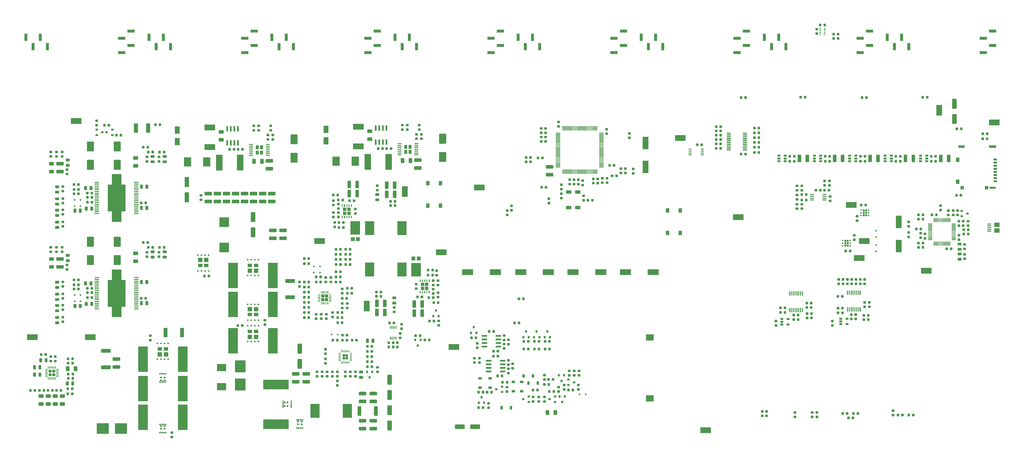
<source format=gtp>
G04 #@! TF.GenerationSoftware,KiCad,Pcbnew,(5.1.9)-1*
G04 #@! TF.CreationDate,2021-04-01T18:53:32-07:00*
G04 #@! TF.ProjectId,Ventilator,56656e74-696c-4617-946f-722e6b696361,A*
G04 #@! TF.SameCoordinates,Original*
G04 #@! TF.FileFunction,Paste,Top*
G04 #@! TF.FilePolarity,Positive*
%FSLAX46Y46*%
G04 Gerber Fmt 4.6, Leading zero omitted, Abs format (unit mm)*
G04 Created by KiCad (PCBNEW (5.1.9)-1) date 2021-04-01 18:53:32*
%MOMM*%
%LPD*%
G01*
G04 APERTURE LIST*
%ADD10R,1.300000X1.550000*%
%ADD11R,4.000000X2.000000*%
%ADD12R,2.790000X2.160000*%
%ADD13R,1.900000X1.500000*%
%ADD14R,1.350000X0.400000*%
%ADD15R,0.738000X0.570000*%
%ADD16R,0.500000X0.630000*%
%ADD17R,0.490000X0.630000*%
%ADD18R,0.570000X0.738000*%
%ADD19R,0.630000X0.500000*%
%ADD20R,0.630000X0.490000*%
%ADD21C,0.100000*%
%ADD22R,1.060000X0.650000*%
%ADD23R,3.500000X3.500000*%
%ADD24R,1.100000X0.400000*%
%ADD25R,1.500000X0.460000*%
%ADD26R,3.400000X4.000000*%
%ADD27R,6.300000X9.500000*%
%ADD28R,0.490000X0.490000*%
%ADD29R,1.570000X1.585000*%
%ADD30R,1.570000X1.235000*%
%ADD31R,1.200000X1.150000*%
%ADD32R,1.240000X0.800000*%
%ADD33R,2.500000X0.950000*%
%ADD34R,2.200000X0.800000*%
%ADD35R,2.200000X0.950000*%
%ADD36R,1.150000X1.500000*%
%ADD37R,9.020000X3.400000*%
%ADD38R,3.400000X9.020000*%
%ADD39R,0.500000X0.500000*%
%ADD40R,1.390000X1.400000*%
%ADD41R,3.360000X4.860000*%
%ADD42R,0.900000X1.200000*%
%ADD43R,1.200000X0.900000*%
%ADD44R,2.500000X3.300000*%
%ADD45R,1.800000X2.500000*%
%ADD46R,3.300000X2.500000*%
%ADD47R,3.810000X4.240000*%
%ADD48R,4.240000X3.810000*%
%ADD49R,1.000000X2.510000*%
%ADD50R,2.510000X1.000000*%
%ADD51R,3.250000X5.000000*%
%ADD52R,0.900000X0.800000*%
%ADD53R,0.800000X0.900000*%
%ADD54R,3.800000X2.000000*%
%ADD55R,2.000000X3.800000*%
%ADD56R,1.150000X1.150000*%
%ADD57R,0.660000X0.730000*%
%ADD58R,0.500000X0.350000*%
%ADD59R,1.450000X0.450000*%
%ADD60R,1.100000X1.400000*%
%ADD61R,0.400000X1.100000*%
%ADD62R,0.450000X1.500000*%
%ADD63R,2.000000X4.500000*%
%ADD64R,1.900000X1.300000*%
G04 APERTURE END LIST*
D10*
X170779000Y-91478000D03*
X166279000Y-91478000D03*
X170779000Y-83528000D03*
X166279000Y-83528000D03*
X250988000Y-93180000D03*
X255488000Y-93180000D03*
X250988000Y-101130000D03*
X255488000Y-101130000D03*
D11*
X190150000Y-115000000D03*
X180350000Y-115000000D03*
X245900000Y-115000000D03*
X236100000Y-115000000D03*
X227400000Y-115000000D03*
X217600000Y-115000000D03*
X208900000Y-115000000D03*
X199100000Y-115000000D03*
D12*
X244729000Y-159704000D03*
X244729000Y-138114000D03*
D13*
X367437500Y-100250000D03*
D14*
X364737500Y-99250000D03*
X364737500Y-98600000D03*
X364737500Y-97950000D03*
X364737500Y-100550000D03*
X364737500Y-99900000D03*
D13*
X367437500Y-98250000D03*
D15*
X73210000Y-152310000D03*
X71990000Y-152310000D03*
X73210000Y-153260000D03*
X71990000Y-153260000D03*
D16*
X73575000Y-153840000D03*
X72925000Y-153840000D03*
X72275000Y-153840000D03*
X71625000Y-153840000D03*
D17*
X71625000Y-150960000D03*
X72275000Y-150960000D03*
X72925000Y-150960000D03*
X73575000Y-150960000D03*
D15*
X71990000Y-170490000D03*
X73210000Y-170490000D03*
X71990000Y-169540000D03*
X73210000Y-169540000D03*
D16*
X71625000Y-168960000D03*
X72275000Y-168960000D03*
X72925000Y-168960000D03*
X73575000Y-168960000D03*
D17*
X73575000Y-171840000D03*
X72925000Y-171840000D03*
X72275000Y-171840000D03*
X71625000Y-171840000D03*
D18*
X116690000Y-162410000D03*
X116690000Y-161190000D03*
X115740000Y-162410000D03*
X115740000Y-161190000D03*
D19*
X115160000Y-162775000D03*
X115160000Y-162125000D03*
X115160000Y-161475000D03*
X115160000Y-160825000D03*
D20*
X118040000Y-160825000D03*
X118040000Y-161475000D03*
X118040000Y-162125000D03*
X118040000Y-162775000D03*
D15*
X120390000Y-168890000D03*
X121610000Y-168890000D03*
X120390000Y-167940000D03*
X121610000Y-167940000D03*
D16*
X120025000Y-167360000D03*
X120675000Y-167360000D03*
X121325000Y-167360000D03*
X121975000Y-167360000D03*
D17*
X121975000Y-170240000D03*
X121325000Y-170240000D03*
X120675000Y-170240000D03*
X120025000Y-170240000D03*
G36*
G01*
X232525000Y-76943750D02*
X232525000Y-77456250D01*
G75*
G02*
X232306250Y-77675000I-218750J0D01*
G01*
X231868750Y-77675000D01*
G75*
G02*
X231650000Y-77456250I0J218750D01*
G01*
X231650000Y-76943750D01*
G75*
G02*
X231868750Y-76725000I218750J0D01*
G01*
X232306250Y-76725000D01*
G75*
G02*
X232525000Y-76943750I0J-218750D01*
G01*
G37*
G36*
G01*
X230950000Y-76943750D02*
X230950000Y-77456250D01*
G75*
G02*
X230731250Y-77675000I-218750J0D01*
G01*
X230293750Y-77675000D01*
G75*
G02*
X230075000Y-77456250I0J218750D01*
G01*
X230075000Y-76943750D01*
G75*
G02*
X230293750Y-76725000I218750J0D01*
G01*
X230731250Y-76725000D01*
G75*
G02*
X230950000Y-76943750I0J-218750D01*
G01*
G37*
G36*
G01*
X139475000Y-146187500D02*
X139475000Y-146312500D01*
G75*
G02*
X139412500Y-146375000I-62500J0D01*
G01*
X138762500Y-146375000D01*
G75*
G02*
X138700000Y-146312500I0J62500D01*
G01*
X138700000Y-146187500D01*
G75*
G02*
X138762500Y-146125000I62500J0D01*
G01*
X139412500Y-146125000D01*
G75*
G02*
X139475000Y-146187500I0J-62500D01*
G01*
G37*
G36*
G01*
X139475000Y-145687500D02*
X139475000Y-145812500D01*
G75*
G02*
X139412500Y-145875000I-62500J0D01*
G01*
X138762500Y-145875000D01*
G75*
G02*
X138700000Y-145812500I0J62500D01*
G01*
X138700000Y-145687500D01*
G75*
G02*
X138762500Y-145625000I62500J0D01*
G01*
X139412500Y-145625000D01*
G75*
G02*
X139475000Y-145687500I0J-62500D01*
G01*
G37*
G36*
G01*
X139475000Y-145187500D02*
X139475000Y-145312500D01*
G75*
G02*
X139412500Y-145375000I-62500J0D01*
G01*
X138762500Y-145375000D01*
G75*
G02*
X138700000Y-145312500I0J62500D01*
G01*
X138700000Y-145187500D01*
G75*
G02*
X138762500Y-145125000I62500J0D01*
G01*
X139412500Y-145125000D01*
G75*
G02*
X139475000Y-145187500I0J-62500D01*
G01*
G37*
G36*
G01*
X139475000Y-144687500D02*
X139475000Y-144812500D01*
G75*
G02*
X139412500Y-144875000I-62500J0D01*
G01*
X138762500Y-144875000D01*
G75*
G02*
X138700000Y-144812500I0J62500D01*
G01*
X138700000Y-144687500D01*
G75*
G02*
X138762500Y-144625000I62500J0D01*
G01*
X139412500Y-144625000D01*
G75*
G02*
X139475000Y-144687500I0J-62500D01*
G01*
G37*
G36*
G01*
X139475000Y-144187500D02*
X139475000Y-144312500D01*
G75*
G02*
X139412500Y-144375000I-62500J0D01*
G01*
X138762500Y-144375000D01*
G75*
G02*
X138700000Y-144312500I0J62500D01*
G01*
X138700000Y-144187500D01*
G75*
G02*
X138762500Y-144125000I62500J0D01*
G01*
X139412500Y-144125000D01*
G75*
G02*
X139475000Y-144187500I0J-62500D01*
G01*
G37*
G36*
G01*
X139475000Y-143687500D02*
X139475000Y-143812500D01*
G75*
G02*
X139412500Y-143875000I-62500J0D01*
G01*
X138762500Y-143875000D01*
G75*
G02*
X138700000Y-143812500I0J62500D01*
G01*
X138700000Y-143687500D01*
G75*
G02*
X138762500Y-143625000I62500J0D01*
G01*
X139412500Y-143625000D01*
G75*
G02*
X139475000Y-143687500I0J-62500D01*
G01*
G37*
G36*
G01*
X138475000Y-142687500D02*
X138475000Y-143337500D01*
G75*
G02*
X138412500Y-143400000I-62500J0D01*
G01*
X138287500Y-143400000D01*
G75*
G02*
X138225000Y-143337500I0J62500D01*
G01*
X138225000Y-142687500D01*
G75*
G02*
X138287500Y-142625000I62500J0D01*
G01*
X138412500Y-142625000D01*
G75*
G02*
X138475000Y-142687500I0J-62500D01*
G01*
G37*
G36*
G01*
X137975000Y-142687500D02*
X137975000Y-143337500D01*
G75*
G02*
X137912500Y-143400000I-62500J0D01*
G01*
X137787500Y-143400000D01*
G75*
G02*
X137725000Y-143337500I0J62500D01*
G01*
X137725000Y-142687500D01*
G75*
G02*
X137787500Y-142625000I62500J0D01*
G01*
X137912500Y-142625000D01*
G75*
G02*
X137975000Y-142687500I0J-62500D01*
G01*
G37*
G36*
G01*
X137475000Y-142687500D02*
X137475000Y-143337500D01*
G75*
G02*
X137412500Y-143400000I-62500J0D01*
G01*
X137287500Y-143400000D01*
G75*
G02*
X137225000Y-143337500I0J62500D01*
G01*
X137225000Y-142687500D01*
G75*
G02*
X137287500Y-142625000I62500J0D01*
G01*
X137412500Y-142625000D01*
G75*
G02*
X137475000Y-142687500I0J-62500D01*
G01*
G37*
G36*
G01*
X136975000Y-142687500D02*
X136975000Y-143337500D01*
G75*
G02*
X136912500Y-143400000I-62500J0D01*
G01*
X136787500Y-143400000D01*
G75*
G02*
X136725000Y-143337500I0J62500D01*
G01*
X136725000Y-142687500D01*
G75*
G02*
X136787500Y-142625000I62500J0D01*
G01*
X136912500Y-142625000D01*
G75*
G02*
X136975000Y-142687500I0J-62500D01*
G01*
G37*
G36*
G01*
X136475000Y-142687500D02*
X136475000Y-143337500D01*
G75*
G02*
X136412500Y-143400000I-62500J0D01*
G01*
X136287500Y-143400000D01*
G75*
G02*
X136225000Y-143337500I0J62500D01*
G01*
X136225000Y-142687500D01*
G75*
G02*
X136287500Y-142625000I62500J0D01*
G01*
X136412500Y-142625000D01*
G75*
G02*
X136475000Y-142687500I0J-62500D01*
G01*
G37*
G36*
G01*
X135975000Y-142687500D02*
X135975000Y-143337500D01*
G75*
G02*
X135912500Y-143400000I-62500J0D01*
G01*
X135787500Y-143400000D01*
G75*
G02*
X135725000Y-143337500I0J62500D01*
G01*
X135725000Y-142687500D01*
G75*
G02*
X135787500Y-142625000I62500J0D01*
G01*
X135912500Y-142625000D01*
G75*
G02*
X135975000Y-142687500I0J-62500D01*
G01*
G37*
G36*
G01*
X135500000Y-143687500D02*
X135500000Y-143812500D01*
G75*
G02*
X135437500Y-143875000I-62500J0D01*
G01*
X134787500Y-143875000D01*
G75*
G02*
X134725000Y-143812500I0J62500D01*
G01*
X134725000Y-143687500D01*
G75*
G02*
X134787500Y-143625000I62500J0D01*
G01*
X135437500Y-143625000D01*
G75*
G02*
X135500000Y-143687500I0J-62500D01*
G01*
G37*
G36*
G01*
X135500000Y-144187500D02*
X135500000Y-144312500D01*
G75*
G02*
X135437500Y-144375000I-62500J0D01*
G01*
X134787500Y-144375000D01*
G75*
G02*
X134725000Y-144312500I0J62500D01*
G01*
X134725000Y-144187500D01*
G75*
G02*
X134787500Y-144125000I62500J0D01*
G01*
X135437500Y-144125000D01*
G75*
G02*
X135500000Y-144187500I0J-62500D01*
G01*
G37*
G36*
G01*
X135500000Y-144687500D02*
X135500000Y-144812500D01*
G75*
G02*
X135437500Y-144875000I-62500J0D01*
G01*
X134787500Y-144875000D01*
G75*
G02*
X134725000Y-144812500I0J62500D01*
G01*
X134725000Y-144687500D01*
G75*
G02*
X134787500Y-144625000I62500J0D01*
G01*
X135437500Y-144625000D01*
G75*
G02*
X135500000Y-144687500I0J-62500D01*
G01*
G37*
G36*
G01*
X135500000Y-145187500D02*
X135500000Y-145312500D01*
G75*
G02*
X135437500Y-145375000I-62500J0D01*
G01*
X134787500Y-145375000D01*
G75*
G02*
X134725000Y-145312500I0J62500D01*
G01*
X134725000Y-145187500D01*
G75*
G02*
X134787500Y-145125000I62500J0D01*
G01*
X135437500Y-145125000D01*
G75*
G02*
X135500000Y-145187500I0J-62500D01*
G01*
G37*
G36*
G01*
X135500000Y-145687500D02*
X135500000Y-145812500D01*
G75*
G02*
X135437500Y-145875000I-62500J0D01*
G01*
X134787500Y-145875000D01*
G75*
G02*
X134725000Y-145812500I0J62500D01*
G01*
X134725000Y-145687500D01*
G75*
G02*
X134787500Y-145625000I62500J0D01*
G01*
X135437500Y-145625000D01*
G75*
G02*
X135500000Y-145687500I0J-62500D01*
G01*
G37*
G36*
G01*
X135500000Y-146187500D02*
X135500000Y-146312500D01*
G75*
G02*
X135437500Y-146375000I-62500J0D01*
G01*
X134787500Y-146375000D01*
G75*
G02*
X134725000Y-146312500I0J62500D01*
G01*
X134725000Y-146187500D01*
G75*
G02*
X134787500Y-146125000I62500J0D01*
G01*
X135437500Y-146125000D01*
G75*
G02*
X135500000Y-146187500I0J-62500D01*
G01*
G37*
G36*
G01*
X135975000Y-146662500D02*
X135975000Y-147312500D01*
G75*
G02*
X135912500Y-147375000I-62500J0D01*
G01*
X135787500Y-147375000D01*
G75*
G02*
X135725000Y-147312500I0J62500D01*
G01*
X135725000Y-146662500D01*
G75*
G02*
X135787500Y-146600000I62500J0D01*
G01*
X135912500Y-146600000D01*
G75*
G02*
X135975000Y-146662500I0J-62500D01*
G01*
G37*
G36*
G01*
X136475000Y-146662500D02*
X136475000Y-147312500D01*
G75*
G02*
X136412500Y-147375000I-62500J0D01*
G01*
X136287500Y-147375000D01*
G75*
G02*
X136225000Y-147312500I0J62500D01*
G01*
X136225000Y-146662500D01*
G75*
G02*
X136287500Y-146600000I62500J0D01*
G01*
X136412500Y-146600000D01*
G75*
G02*
X136475000Y-146662500I0J-62500D01*
G01*
G37*
G36*
G01*
X136975000Y-146662500D02*
X136975000Y-147312500D01*
G75*
G02*
X136912500Y-147375000I-62500J0D01*
G01*
X136787500Y-147375000D01*
G75*
G02*
X136725000Y-147312500I0J62500D01*
G01*
X136725000Y-146662500D01*
G75*
G02*
X136787500Y-146600000I62500J0D01*
G01*
X136912500Y-146600000D01*
G75*
G02*
X136975000Y-146662500I0J-62500D01*
G01*
G37*
G36*
G01*
X137475000Y-146662500D02*
X137475000Y-147312500D01*
G75*
G02*
X137412500Y-147375000I-62500J0D01*
G01*
X137287500Y-147375000D01*
G75*
G02*
X137225000Y-147312500I0J62500D01*
G01*
X137225000Y-146662500D01*
G75*
G02*
X137287500Y-146600000I62500J0D01*
G01*
X137412500Y-146600000D01*
G75*
G02*
X137475000Y-146662500I0J-62500D01*
G01*
G37*
G36*
G01*
X137975000Y-146662500D02*
X137975000Y-147312500D01*
G75*
G02*
X137912500Y-147375000I-62500J0D01*
G01*
X137787500Y-147375000D01*
G75*
G02*
X137725000Y-147312500I0J62500D01*
G01*
X137725000Y-146662500D01*
G75*
G02*
X137787500Y-146600000I62500J0D01*
G01*
X137912500Y-146600000D01*
G75*
G02*
X137975000Y-146662500I0J-62500D01*
G01*
G37*
G36*
G01*
X138475000Y-146662500D02*
X138475000Y-147312500D01*
G75*
G02*
X138412500Y-147375000I-62500J0D01*
G01*
X138287500Y-147375000D01*
G75*
G02*
X138225000Y-147312500I0J62500D01*
G01*
X138225000Y-146662500D01*
G75*
G02*
X138287500Y-146600000I62500J0D01*
G01*
X138412500Y-146600000D01*
G75*
G02*
X138475000Y-146662500I0J-62500D01*
G01*
G37*
D21*
G36*
X137383104Y-145938803D02*
G01*
X137354408Y-145930098D01*
X137327963Y-145915963D01*
X137304783Y-145896939D01*
X137178061Y-145770217D01*
X137159037Y-145747037D01*
X137144902Y-145720592D01*
X137136197Y-145691896D01*
X137133258Y-145662054D01*
X137133258Y-145312946D01*
X137136197Y-145283104D01*
X137144902Y-145254408D01*
X137159037Y-145227963D01*
X137178061Y-145204783D01*
X137304783Y-145078061D01*
X137327963Y-145059037D01*
X137354408Y-145044902D01*
X137383104Y-145036197D01*
X137412946Y-145033258D01*
X137762054Y-145033258D01*
X137791896Y-145036197D01*
X137820592Y-145044902D01*
X137847037Y-145059037D01*
X137870217Y-145078061D01*
X137996939Y-145204783D01*
X138015963Y-145227963D01*
X138030098Y-145254408D01*
X138038803Y-145283104D01*
X138041742Y-145312946D01*
X138041742Y-145662054D01*
X138038803Y-145691896D01*
X138030098Y-145720592D01*
X138015963Y-145747037D01*
X137996939Y-145770217D01*
X137870217Y-145896939D01*
X137847037Y-145915963D01*
X137820592Y-145930098D01*
X137791896Y-145938803D01*
X137762054Y-145941742D01*
X137412946Y-145941742D01*
X137383104Y-145938803D01*
G37*
G36*
X137383104Y-144963803D02*
G01*
X137354408Y-144955098D01*
X137327963Y-144940963D01*
X137304783Y-144921939D01*
X137178061Y-144795217D01*
X137159037Y-144772037D01*
X137144902Y-144745592D01*
X137136197Y-144716896D01*
X137133258Y-144687054D01*
X137133258Y-144337946D01*
X137136197Y-144308104D01*
X137144902Y-144279408D01*
X137159037Y-144252963D01*
X137178061Y-144229783D01*
X137304783Y-144103061D01*
X137327963Y-144084037D01*
X137354408Y-144069902D01*
X137383104Y-144061197D01*
X137412946Y-144058258D01*
X137762054Y-144058258D01*
X137791896Y-144061197D01*
X137820592Y-144069902D01*
X137847037Y-144084037D01*
X137870217Y-144103061D01*
X137996939Y-144229783D01*
X138015963Y-144252963D01*
X138030098Y-144279408D01*
X138038803Y-144308104D01*
X138041742Y-144337946D01*
X138041742Y-144687054D01*
X138038803Y-144716896D01*
X138030098Y-144745592D01*
X138015963Y-144772037D01*
X137996939Y-144795217D01*
X137870217Y-144921939D01*
X137847037Y-144940963D01*
X137820592Y-144955098D01*
X137791896Y-144963803D01*
X137762054Y-144966742D01*
X137412946Y-144966742D01*
X137383104Y-144963803D01*
G37*
G36*
X136408104Y-145938803D02*
G01*
X136379408Y-145930098D01*
X136352963Y-145915963D01*
X136329783Y-145896939D01*
X136203061Y-145770217D01*
X136184037Y-145747037D01*
X136169902Y-145720592D01*
X136161197Y-145691896D01*
X136158258Y-145662054D01*
X136158258Y-145312946D01*
X136161197Y-145283104D01*
X136169902Y-145254408D01*
X136184037Y-145227963D01*
X136203061Y-145204783D01*
X136329783Y-145078061D01*
X136352963Y-145059037D01*
X136379408Y-145044902D01*
X136408104Y-145036197D01*
X136437946Y-145033258D01*
X136787054Y-145033258D01*
X136816896Y-145036197D01*
X136845592Y-145044902D01*
X136872037Y-145059037D01*
X136895217Y-145078061D01*
X137021939Y-145204783D01*
X137040963Y-145227963D01*
X137055098Y-145254408D01*
X137063803Y-145283104D01*
X137066742Y-145312946D01*
X137066742Y-145662054D01*
X137063803Y-145691896D01*
X137055098Y-145720592D01*
X137040963Y-145747037D01*
X137021939Y-145770217D01*
X136895217Y-145896939D01*
X136872037Y-145915963D01*
X136845592Y-145930098D01*
X136816896Y-145938803D01*
X136787054Y-145941742D01*
X136437946Y-145941742D01*
X136408104Y-145938803D01*
G37*
G36*
X136408104Y-144963803D02*
G01*
X136379408Y-144955098D01*
X136352963Y-144940963D01*
X136329783Y-144921939D01*
X136203061Y-144795217D01*
X136184037Y-144772037D01*
X136169902Y-144745592D01*
X136161197Y-144716896D01*
X136158258Y-144687054D01*
X136158258Y-144337946D01*
X136161197Y-144308104D01*
X136169902Y-144279408D01*
X136184037Y-144252963D01*
X136203061Y-144229783D01*
X136329783Y-144103061D01*
X136352963Y-144084037D01*
X136379408Y-144069902D01*
X136408104Y-144061197D01*
X136437946Y-144058258D01*
X136787054Y-144058258D01*
X136816896Y-144061197D01*
X136845592Y-144069902D01*
X136872037Y-144084037D01*
X136895217Y-144103061D01*
X137021939Y-144229783D01*
X137040963Y-144252963D01*
X137055098Y-144279408D01*
X137063803Y-144308104D01*
X137066742Y-144337946D01*
X137066742Y-144687054D01*
X137063803Y-144716896D01*
X137055098Y-144745592D01*
X137040963Y-144772037D01*
X137021939Y-144795217D01*
X136895217Y-144921939D01*
X136872037Y-144940963D01*
X136845592Y-144955098D01*
X136816896Y-144963803D01*
X136787054Y-144966742D01*
X136437946Y-144966742D01*
X136408104Y-144963803D01*
G37*
D22*
X314409000Y-131511000D03*
X314409000Y-133411000D03*
X312209000Y-133411000D03*
X312209000Y-132461000D03*
X312209000Y-131511000D03*
G36*
G01*
X127425000Y-122950000D02*
X127425000Y-122850000D01*
G75*
G02*
X127475000Y-122800000I50000J0D01*
G01*
X128250000Y-122800000D01*
G75*
G02*
X128300000Y-122850000I0J-50000D01*
G01*
X128300000Y-122950000D01*
G75*
G02*
X128250000Y-123000000I-50000J0D01*
G01*
X127475000Y-123000000D01*
G75*
G02*
X127425000Y-122950000I0J50000D01*
G01*
G37*
G36*
G01*
X127425000Y-123350000D02*
X127425000Y-123250000D01*
G75*
G02*
X127475000Y-123200000I50000J0D01*
G01*
X128250000Y-123200000D01*
G75*
G02*
X128300000Y-123250000I0J-50000D01*
G01*
X128300000Y-123350000D01*
G75*
G02*
X128250000Y-123400000I-50000J0D01*
G01*
X127475000Y-123400000D01*
G75*
G02*
X127425000Y-123350000I0J50000D01*
G01*
G37*
G36*
G01*
X127425000Y-123750000D02*
X127425000Y-123650000D01*
G75*
G02*
X127475000Y-123600000I50000J0D01*
G01*
X128250000Y-123600000D01*
G75*
G02*
X128300000Y-123650000I0J-50000D01*
G01*
X128300000Y-123750000D01*
G75*
G02*
X128250000Y-123800000I-50000J0D01*
G01*
X127475000Y-123800000D01*
G75*
G02*
X127425000Y-123750000I0J50000D01*
G01*
G37*
G36*
G01*
X127425000Y-124150000D02*
X127425000Y-124050000D01*
G75*
G02*
X127475000Y-124000000I50000J0D01*
G01*
X128250000Y-124000000D01*
G75*
G02*
X128300000Y-124050000I0J-50000D01*
G01*
X128300000Y-124150000D01*
G75*
G02*
X128250000Y-124200000I-50000J0D01*
G01*
X127475000Y-124200000D01*
G75*
G02*
X127425000Y-124150000I0J50000D01*
G01*
G37*
G36*
G01*
X127425000Y-124550000D02*
X127425000Y-124450000D01*
G75*
G02*
X127475000Y-124400000I50000J0D01*
G01*
X128250000Y-124400000D01*
G75*
G02*
X128300000Y-124450000I0J-50000D01*
G01*
X128300000Y-124550000D01*
G75*
G02*
X128250000Y-124600000I-50000J0D01*
G01*
X127475000Y-124600000D01*
G75*
G02*
X127425000Y-124550000I0J50000D01*
G01*
G37*
G36*
G01*
X127425000Y-124950000D02*
X127425000Y-124850000D01*
G75*
G02*
X127475000Y-124800000I50000J0D01*
G01*
X128250000Y-124800000D01*
G75*
G02*
X128300000Y-124850000I0J-50000D01*
G01*
X128300000Y-124950000D01*
G75*
G02*
X128250000Y-125000000I-50000J0D01*
G01*
X127475000Y-125000000D01*
G75*
G02*
X127425000Y-124950000I0J50000D01*
G01*
G37*
G36*
G01*
X127425000Y-125350000D02*
X127425000Y-125250000D01*
G75*
G02*
X127475000Y-125200000I50000J0D01*
G01*
X128250000Y-125200000D01*
G75*
G02*
X128300000Y-125250000I0J-50000D01*
G01*
X128300000Y-125350000D01*
G75*
G02*
X128250000Y-125400000I-50000J0D01*
G01*
X127475000Y-125400000D01*
G75*
G02*
X127425000Y-125350000I0J50000D01*
G01*
G37*
G36*
G01*
X128500000Y-126425000D02*
X128500000Y-125650000D01*
G75*
G02*
X128550000Y-125600000I50000J0D01*
G01*
X128650000Y-125600000D01*
G75*
G02*
X128700000Y-125650000I0J-50000D01*
G01*
X128700000Y-126425000D01*
G75*
G02*
X128650000Y-126475000I-50000J0D01*
G01*
X128550000Y-126475000D01*
G75*
G02*
X128500000Y-126425000I0J50000D01*
G01*
G37*
G36*
G01*
X128900000Y-126425000D02*
X128900000Y-125650000D01*
G75*
G02*
X128950000Y-125600000I50000J0D01*
G01*
X129050000Y-125600000D01*
G75*
G02*
X129100000Y-125650000I0J-50000D01*
G01*
X129100000Y-126425000D01*
G75*
G02*
X129050000Y-126475000I-50000J0D01*
G01*
X128950000Y-126475000D01*
G75*
G02*
X128900000Y-126425000I0J50000D01*
G01*
G37*
G36*
G01*
X129300000Y-126425000D02*
X129300000Y-125650000D01*
G75*
G02*
X129350000Y-125600000I50000J0D01*
G01*
X129450000Y-125600000D01*
G75*
G02*
X129500000Y-125650000I0J-50000D01*
G01*
X129500000Y-126425000D01*
G75*
G02*
X129450000Y-126475000I-50000J0D01*
G01*
X129350000Y-126475000D01*
G75*
G02*
X129300000Y-126425000I0J50000D01*
G01*
G37*
G36*
G01*
X129700000Y-126425000D02*
X129700000Y-125650000D01*
G75*
G02*
X129750000Y-125600000I50000J0D01*
G01*
X129850000Y-125600000D01*
G75*
G02*
X129900000Y-125650000I0J-50000D01*
G01*
X129900000Y-126425000D01*
G75*
G02*
X129850000Y-126475000I-50000J0D01*
G01*
X129750000Y-126475000D01*
G75*
G02*
X129700000Y-126425000I0J50000D01*
G01*
G37*
G36*
G01*
X130100000Y-126425000D02*
X130100000Y-125650000D01*
G75*
G02*
X130150000Y-125600000I50000J0D01*
G01*
X130250000Y-125600000D01*
G75*
G02*
X130300000Y-125650000I0J-50000D01*
G01*
X130300000Y-126425000D01*
G75*
G02*
X130250000Y-126475000I-50000J0D01*
G01*
X130150000Y-126475000D01*
G75*
G02*
X130100000Y-126425000I0J50000D01*
G01*
G37*
G36*
G01*
X130500000Y-126425000D02*
X130500000Y-125650000D01*
G75*
G02*
X130550000Y-125600000I50000J0D01*
G01*
X130650000Y-125600000D01*
G75*
G02*
X130700000Y-125650000I0J-50000D01*
G01*
X130700000Y-126425000D01*
G75*
G02*
X130650000Y-126475000I-50000J0D01*
G01*
X130550000Y-126475000D01*
G75*
G02*
X130500000Y-126425000I0J50000D01*
G01*
G37*
G36*
G01*
X130900000Y-126425000D02*
X130900000Y-125650000D01*
G75*
G02*
X130950000Y-125600000I50000J0D01*
G01*
X131050000Y-125600000D01*
G75*
G02*
X131100000Y-125650000I0J-50000D01*
G01*
X131100000Y-126425000D01*
G75*
G02*
X131050000Y-126475000I-50000J0D01*
G01*
X130950000Y-126475000D01*
G75*
G02*
X130900000Y-126425000I0J50000D01*
G01*
G37*
G36*
G01*
X131300000Y-125350000D02*
X131300000Y-125250000D01*
G75*
G02*
X131350000Y-125200000I50000J0D01*
G01*
X132125000Y-125200000D01*
G75*
G02*
X132175000Y-125250000I0J-50000D01*
G01*
X132175000Y-125350000D01*
G75*
G02*
X132125000Y-125400000I-50000J0D01*
G01*
X131350000Y-125400000D01*
G75*
G02*
X131300000Y-125350000I0J50000D01*
G01*
G37*
G36*
G01*
X131300000Y-124950000D02*
X131300000Y-124850000D01*
G75*
G02*
X131350000Y-124800000I50000J0D01*
G01*
X132125000Y-124800000D01*
G75*
G02*
X132175000Y-124850000I0J-50000D01*
G01*
X132175000Y-124950000D01*
G75*
G02*
X132125000Y-125000000I-50000J0D01*
G01*
X131350000Y-125000000D01*
G75*
G02*
X131300000Y-124950000I0J50000D01*
G01*
G37*
G36*
G01*
X131300000Y-124550000D02*
X131300000Y-124450000D01*
G75*
G02*
X131350000Y-124400000I50000J0D01*
G01*
X132125000Y-124400000D01*
G75*
G02*
X132175000Y-124450000I0J-50000D01*
G01*
X132175000Y-124550000D01*
G75*
G02*
X132125000Y-124600000I-50000J0D01*
G01*
X131350000Y-124600000D01*
G75*
G02*
X131300000Y-124550000I0J50000D01*
G01*
G37*
G36*
G01*
X131300000Y-124150000D02*
X131300000Y-124050000D01*
G75*
G02*
X131350000Y-124000000I50000J0D01*
G01*
X132125000Y-124000000D01*
G75*
G02*
X132175000Y-124050000I0J-50000D01*
G01*
X132175000Y-124150000D01*
G75*
G02*
X132125000Y-124200000I-50000J0D01*
G01*
X131350000Y-124200000D01*
G75*
G02*
X131300000Y-124150000I0J50000D01*
G01*
G37*
G36*
G01*
X131300000Y-123750000D02*
X131300000Y-123650000D01*
G75*
G02*
X131350000Y-123600000I50000J0D01*
G01*
X132125000Y-123600000D01*
G75*
G02*
X132175000Y-123650000I0J-50000D01*
G01*
X132175000Y-123750000D01*
G75*
G02*
X132125000Y-123800000I-50000J0D01*
G01*
X131350000Y-123800000D01*
G75*
G02*
X131300000Y-123750000I0J50000D01*
G01*
G37*
G36*
G01*
X131300000Y-123350000D02*
X131300000Y-123250000D01*
G75*
G02*
X131350000Y-123200000I50000J0D01*
G01*
X132125000Y-123200000D01*
G75*
G02*
X132175000Y-123250000I0J-50000D01*
G01*
X132175000Y-123350000D01*
G75*
G02*
X132125000Y-123400000I-50000J0D01*
G01*
X131350000Y-123400000D01*
G75*
G02*
X131300000Y-123350000I0J50000D01*
G01*
G37*
G36*
G01*
X131300000Y-122950000D02*
X131300000Y-122850000D01*
G75*
G02*
X131350000Y-122800000I50000J0D01*
G01*
X132125000Y-122800000D01*
G75*
G02*
X132175000Y-122850000I0J-50000D01*
G01*
X132175000Y-122950000D01*
G75*
G02*
X132125000Y-123000000I-50000J0D01*
G01*
X131350000Y-123000000D01*
G75*
G02*
X131300000Y-122950000I0J50000D01*
G01*
G37*
G36*
G01*
X130900000Y-122550000D02*
X130900000Y-121775000D01*
G75*
G02*
X130950000Y-121725000I50000J0D01*
G01*
X131050000Y-121725000D01*
G75*
G02*
X131100000Y-121775000I0J-50000D01*
G01*
X131100000Y-122550000D01*
G75*
G02*
X131050000Y-122600000I-50000J0D01*
G01*
X130950000Y-122600000D01*
G75*
G02*
X130900000Y-122550000I0J50000D01*
G01*
G37*
G36*
G01*
X130500000Y-122550000D02*
X130500000Y-121775000D01*
G75*
G02*
X130550000Y-121725000I50000J0D01*
G01*
X130650000Y-121725000D01*
G75*
G02*
X130700000Y-121775000I0J-50000D01*
G01*
X130700000Y-122550000D01*
G75*
G02*
X130650000Y-122600000I-50000J0D01*
G01*
X130550000Y-122600000D01*
G75*
G02*
X130500000Y-122550000I0J50000D01*
G01*
G37*
G36*
G01*
X130100000Y-122550000D02*
X130100000Y-121775000D01*
G75*
G02*
X130150000Y-121725000I50000J0D01*
G01*
X130250000Y-121725000D01*
G75*
G02*
X130300000Y-121775000I0J-50000D01*
G01*
X130300000Y-122550000D01*
G75*
G02*
X130250000Y-122600000I-50000J0D01*
G01*
X130150000Y-122600000D01*
G75*
G02*
X130100000Y-122550000I0J50000D01*
G01*
G37*
G36*
G01*
X129700000Y-122550000D02*
X129700000Y-121775000D01*
G75*
G02*
X129750000Y-121725000I50000J0D01*
G01*
X129850000Y-121725000D01*
G75*
G02*
X129900000Y-121775000I0J-50000D01*
G01*
X129900000Y-122550000D01*
G75*
G02*
X129850000Y-122600000I-50000J0D01*
G01*
X129750000Y-122600000D01*
G75*
G02*
X129700000Y-122550000I0J50000D01*
G01*
G37*
G36*
G01*
X129300000Y-122550000D02*
X129300000Y-121775000D01*
G75*
G02*
X129350000Y-121725000I50000J0D01*
G01*
X129450000Y-121725000D01*
G75*
G02*
X129500000Y-121775000I0J-50000D01*
G01*
X129500000Y-122550000D01*
G75*
G02*
X129450000Y-122600000I-50000J0D01*
G01*
X129350000Y-122600000D01*
G75*
G02*
X129300000Y-122550000I0J50000D01*
G01*
G37*
G36*
G01*
X128900000Y-122550000D02*
X128900000Y-121775000D01*
G75*
G02*
X128950000Y-121725000I50000J0D01*
G01*
X129050000Y-121725000D01*
G75*
G02*
X129100000Y-121775000I0J-50000D01*
G01*
X129100000Y-122550000D01*
G75*
G02*
X129050000Y-122600000I-50000J0D01*
G01*
X128950000Y-122600000D01*
G75*
G02*
X128900000Y-122550000I0J50000D01*
G01*
G37*
G36*
G01*
X128500000Y-122550000D02*
X128500000Y-121775000D01*
G75*
G02*
X128550000Y-121725000I50000J0D01*
G01*
X128650000Y-121725000D01*
G75*
G02*
X128700000Y-121775000I0J-50000D01*
G01*
X128700000Y-122550000D01*
G75*
G02*
X128650000Y-122600000I-50000J0D01*
G01*
X128550000Y-122600000D01*
G75*
G02*
X128500000Y-122550000I0J50000D01*
G01*
G37*
G36*
G01*
X128585000Y-123765000D02*
X128585000Y-123135000D01*
G75*
G02*
X128835000Y-122885000I250000J0D01*
G01*
X129465000Y-122885000D01*
G75*
G02*
X129715000Y-123135000I0J-250000D01*
G01*
X129715000Y-123765000D01*
G75*
G02*
X129465000Y-124015000I-250000J0D01*
G01*
X128835000Y-124015000D01*
G75*
G02*
X128585000Y-123765000I0J250000D01*
G01*
G37*
G36*
G01*
X128585000Y-125065000D02*
X128585000Y-124435000D01*
G75*
G02*
X128835000Y-124185000I250000J0D01*
G01*
X129465000Y-124185000D01*
G75*
G02*
X129715000Y-124435000I0J-250000D01*
G01*
X129715000Y-125065000D01*
G75*
G02*
X129465000Y-125315000I-250000J0D01*
G01*
X128835000Y-125315000D01*
G75*
G02*
X128585000Y-125065000I0J250000D01*
G01*
G37*
G36*
G01*
X129885000Y-123765000D02*
X129885000Y-123135000D01*
G75*
G02*
X130135000Y-122885000I250000J0D01*
G01*
X130765000Y-122885000D01*
G75*
G02*
X131015000Y-123135000I0J-250000D01*
G01*
X131015000Y-123765000D01*
G75*
G02*
X130765000Y-124015000I-250000J0D01*
G01*
X130135000Y-124015000D01*
G75*
G02*
X129885000Y-123765000I0J250000D01*
G01*
G37*
G36*
G01*
X129885000Y-125065000D02*
X129885000Y-124435000D01*
G75*
G02*
X130135000Y-124185000I250000J0D01*
G01*
X130765000Y-124185000D01*
G75*
G02*
X131015000Y-124435000I0J-250000D01*
G01*
X131015000Y-125065000D01*
G75*
G02*
X130765000Y-125315000I-250000J0D01*
G01*
X130135000Y-125315000D01*
G75*
G02*
X129885000Y-125065000I0J250000D01*
G01*
G37*
X293581000Y-131638000D03*
X293581000Y-133538000D03*
X291381000Y-133538000D03*
X291381000Y-132588000D03*
X291381000Y-131638000D03*
X302900000Y-73800000D03*
X302900000Y-74750000D03*
X302900000Y-75700000D03*
X305100000Y-75700000D03*
X305100000Y-73800000D03*
X305100000Y-74750000D03*
X315400000Y-73800000D03*
X315400000Y-74750000D03*
X315400000Y-75700000D03*
X317600000Y-75700000D03*
X317600000Y-73800000D03*
X317600000Y-74750000D03*
X327900000Y-73800000D03*
X327900000Y-74750000D03*
X327900000Y-75700000D03*
X330100000Y-75700000D03*
X330100000Y-73800000D03*
X330100000Y-74750000D03*
X290400000Y-73800000D03*
X290400000Y-74750000D03*
X290400000Y-75700000D03*
X292600000Y-75700000D03*
X292600000Y-73800000D03*
X292600000Y-74750000D03*
X340400000Y-73800000D03*
X340400000Y-74750000D03*
X340400000Y-75700000D03*
X342600000Y-75700000D03*
X342600000Y-73800000D03*
X342600000Y-74750000D03*
G36*
G01*
X142775000Y-162774750D02*
X142775000Y-165625250D01*
G75*
G02*
X142525250Y-165875000I-249750J0D01*
G01*
X141674750Y-165875000D01*
G75*
G02*
X141425000Y-165625250I0J249750D01*
G01*
X141425000Y-162774750D01*
G75*
G02*
X141674750Y-162525000I249750J0D01*
G01*
X142525250Y-162525000D01*
G75*
G02*
X142775000Y-162774750I0J-249750D01*
G01*
G37*
G36*
G01*
X148575000Y-162774750D02*
X148575000Y-165625250D01*
G75*
G02*
X148325250Y-165875000I-249750J0D01*
G01*
X147474750Y-165875000D01*
G75*
G02*
X147225000Y-165625250I0J249750D01*
G01*
X147225000Y-162774750D01*
G75*
G02*
X147474750Y-162525000I249750J0D01*
G01*
X148325250Y-162525000D01*
G75*
G02*
X148575000Y-162774750I0J-249750D01*
G01*
G37*
G36*
G01*
X53925250Y-143575000D02*
X51074750Y-143575000D01*
G75*
G02*
X50825000Y-143325250I0J249750D01*
G01*
X50825000Y-142474750D01*
G75*
G02*
X51074750Y-142225000I249750J0D01*
G01*
X53925250Y-142225000D01*
G75*
G02*
X54175000Y-142474750I0J-249750D01*
G01*
X54175000Y-143325250D01*
G75*
G02*
X53925250Y-143575000I-249750J0D01*
G01*
G37*
G36*
G01*
X53925250Y-149375000D02*
X51074750Y-149375000D01*
G75*
G02*
X50825000Y-149125250I0J249750D01*
G01*
X50825000Y-148274750D01*
G75*
G02*
X51074750Y-148025000I249750J0D01*
G01*
X53925250Y-148025000D01*
G75*
G02*
X54175000Y-148274750I0J-249750D01*
G01*
X54175000Y-149125250D01*
G75*
G02*
X53925250Y-149375000I-249750J0D01*
G01*
G37*
G36*
G01*
X78725000Y-137825250D02*
X78725000Y-134974750D01*
G75*
G02*
X78974750Y-134725000I249750J0D01*
G01*
X79825250Y-134725000D01*
G75*
G02*
X80075000Y-134974750I0J-249750D01*
G01*
X80075000Y-137825250D01*
G75*
G02*
X79825250Y-138075000I-249750J0D01*
G01*
X78974750Y-138075000D01*
G75*
G02*
X78725000Y-137825250I0J249750D01*
G01*
G37*
G36*
G01*
X72925000Y-137825250D02*
X72925000Y-134974750D01*
G75*
G02*
X73174750Y-134725000I249750J0D01*
G01*
X74025250Y-134725000D01*
G75*
G02*
X74275000Y-134974750I0J-249750D01*
G01*
X74275000Y-137825250D01*
G75*
G02*
X74025250Y-138075000I-249750J0D01*
G01*
X73174750Y-138075000D01*
G75*
G02*
X72925000Y-137825250I0J249750D01*
G01*
G37*
G36*
G01*
X116174750Y-123225000D02*
X119025250Y-123225000D01*
G75*
G02*
X119275000Y-123474750I0J-249750D01*
G01*
X119275000Y-124325250D01*
G75*
G02*
X119025250Y-124575000I-249750J0D01*
G01*
X116174750Y-124575000D01*
G75*
G02*
X115925000Y-124325250I0J249750D01*
G01*
X115925000Y-123474750D01*
G75*
G02*
X116174750Y-123225000I249750J0D01*
G01*
G37*
G36*
G01*
X116174750Y-117425000D02*
X119025250Y-117425000D01*
G75*
G02*
X119275000Y-117674750I0J-249750D01*
G01*
X119275000Y-118525250D01*
G75*
G02*
X119025250Y-118775000I-249750J0D01*
G01*
X116174750Y-118775000D01*
G75*
G02*
X115925000Y-118525250I0J249750D01*
G01*
X115925000Y-117674750D01*
G75*
G02*
X116174750Y-117425000I249750J0D01*
G01*
G37*
D23*
X94300000Y-97350000D03*
X94300000Y-106250000D03*
G36*
G01*
X262650000Y-70156250D02*
X262650000Y-69643750D01*
G75*
G02*
X262868750Y-69425000I218750J0D01*
G01*
X263306250Y-69425000D01*
G75*
G02*
X263525000Y-69643750I0J-218750D01*
G01*
X263525000Y-70156250D01*
G75*
G02*
X263306250Y-70375000I-218750J0D01*
G01*
X262868750Y-70375000D01*
G75*
G02*
X262650000Y-70156250I0J218750D01*
G01*
G37*
G36*
G01*
X261075000Y-70156250D02*
X261075000Y-69643750D01*
G75*
G02*
X261293750Y-69425000I218750J0D01*
G01*
X261731250Y-69425000D01*
G75*
G02*
X261950000Y-69643750I0J-218750D01*
G01*
X261950000Y-70156250D01*
G75*
G02*
X261731250Y-70375000I-218750J0D01*
G01*
X261293750Y-70375000D01*
G75*
G02*
X261075000Y-70156250I0J218750D01*
G01*
G37*
D24*
X258975001Y-71515001D03*
X258975001Y-72165001D03*
X258975001Y-72815001D03*
X258975001Y-73465001D03*
X263275001Y-73465001D03*
X263275001Y-72815001D03*
X263275001Y-72165001D03*
X263275001Y-71515001D03*
D25*
X63250000Y-116975000D03*
X63250000Y-117625000D03*
X63250000Y-118275000D03*
X63250000Y-118925000D03*
X63250000Y-119575000D03*
X63250000Y-120225000D03*
X63250000Y-120875000D03*
X63250000Y-121525000D03*
X63250000Y-122175000D03*
X63250000Y-122825000D03*
X63250000Y-123475000D03*
X63250000Y-124125000D03*
X63250000Y-124775000D03*
X63250000Y-125425000D03*
X63250000Y-126075000D03*
X63250000Y-126725000D03*
X63250000Y-127375000D03*
X63250000Y-128025000D03*
X49250000Y-128025000D03*
X49250000Y-127375000D03*
X49250000Y-126725000D03*
X49250000Y-126075000D03*
X49250000Y-125425000D03*
X49250000Y-124775000D03*
X49250000Y-124125000D03*
X49250000Y-123475000D03*
X49250000Y-122825000D03*
X49250000Y-122175000D03*
X49250000Y-121525000D03*
X49250000Y-120875000D03*
X49250000Y-120225000D03*
X49250000Y-119575000D03*
X49250000Y-118925000D03*
X49250000Y-118275000D03*
X49250000Y-117625000D03*
D26*
X56250000Y-129000000D03*
X56250000Y-116000000D03*
D27*
X56250000Y-122500000D03*
D25*
X49250000Y-116975000D03*
X63250000Y-83225000D03*
X63250000Y-83875000D03*
X63250000Y-84525000D03*
X63250000Y-85175000D03*
X63250000Y-85825000D03*
X63250000Y-86475000D03*
X63250000Y-87125000D03*
X63250000Y-87775000D03*
X63250000Y-88425000D03*
X63250000Y-89075000D03*
X63250000Y-89725000D03*
X63250000Y-90375000D03*
X63250000Y-91025000D03*
X63250000Y-91675000D03*
X63250000Y-92325000D03*
X63250000Y-92975000D03*
X63250000Y-93625000D03*
X63250000Y-94275000D03*
X49250000Y-94275000D03*
X49250000Y-93625000D03*
X49250000Y-92975000D03*
X49250000Y-92325000D03*
X49250000Y-91675000D03*
X49250000Y-91025000D03*
X49250000Y-90375000D03*
X49250000Y-89725000D03*
X49250000Y-89075000D03*
X49250000Y-88425000D03*
X49250000Y-87775000D03*
X49250000Y-87125000D03*
X49250000Y-86475000D03*
X49250000Y-85825000D03*
X49250000Y-85175000D03*
X49250000Y-84525000D03*
X49250000Y-83875000D03*
D26*
X56250000Y-95250000D03*
X56250000Y-82250000D03*
D27*
X56250000Y-88750000D03*
D25*
X49250000Y-83225000D03*
D28*
X103865000Y-139600000D03*
X105135000Y-139600000D03*
X106405000Y-139600000D03*
X102595000Y-139600000D03*
X102595000Y-134000000D03*
X106405000Y-134000000D03*
X105135000Y-134000000D03*
X103865000Y-134000000D03*
D29*
X103405000Y-137912500D03*
X105595000Y-137912500D03*
D30*
X103405000Y-136002500D03*
X105595000Y-136002500D03*
D28*
X105135000Y-126400000D03*
X103865000Y-126400000D03*
X102595000Y-126400000D03*
X106405000Y-126400000D03*
X106405000Y-132000000D03*
X102595000Y-132000000D03*
X103865000Y-132000000D03*
X105135000Y-132000000D03*
D29*
X105595000Y-128087500D03*
X103405000Y-128087500D03*
D30*
X105595000Y-129997500D03*
X103405000Y-129997500D03*
D28*
X103865000Y-116200000D03*
X105135000Y-116200000D03*
X106405000Y-116200000D03*
X102595000Y-116200000D03*
X102595000Y-110600000D03*
X106405000Y-110600000D03*
X105135000Y-110600000D03*
X103865000Y-110600000D03*
D29*
X103405000Y-114512500D03*
X105595000Y-114512500D03*
D30*
X103405000Y-112602500D03*
X105595000Y-112602500D03*
D28*
X87535000Y-109000000D03*
X86265000Y-109000000D03*
X84995000Y-109000000D03*
X88805000Y-109000000D03*
X88805000Y-114600000D03*
X84995000Y-114600000D03*
X86265000Y-114600000D03*
X87535000Y-114600000D03*
D29*
X87995000Y-110687500D03*
X85805000Y-110687500D03*
D30*
X87995000Y-112597500D03*
X85805000Y-112597500D03*
D28*
X71965000Y-145800000D03*
X73235000Y-145800000D03*
X74505000Y-145800000D03*
X70695000Y-145800000D03*
X70695000Y-140200000D03*
X74505000Y-140200000D03*
X73235000Y-140200000D03*
X71965000Y-140200000D03*
D29*
X71505000Y-144112500D03*
X73695000Y-144112500D03*
D30*
X71505000Y-142202500D03*
X73695000Y-142202500D03*
D31*
X363780000Y-85100000D03*
D32*
X366805000Y-75150000D03*
X366805000Y-76250000D03*
X366805000Y-77350000D03*
X366805000Y-78450000D03*
X366805000Y-79550000D03*
X366805000Y-80650000D03*
X366805000Y-81750000D03*
X366805000Y-82850000D03*
D33*
X365930000Y-70555000D03*
D34*
X365930000Y-85120000D03*
D35*
X354880000Y-70555000D03*
D36*
X353530000Y-75205000D03*
X353530000Y-82985000D03*
D31*
X355170000Y-85100000D03*
G36*
G01*
X214039000Y-80230000D02*
X213889000Y-80230000D01*
G75*
G02*
X213814000Y-80155000I0J75000D01*
G01*
X213814000Y-78705000D01*
G75*
G02*
X213889000Y-78630000I75000J0D01*
G01*
X214039000Y-78630000D01*
G75*
G02*
X214114000Y-78705000I0J-75000D01*
G01*
X214114000Y-80155000D01*
G75*
G02*
X214039000Y-80230000I-75000J0D01*
G01*
G37*
G36*
G01*
X214539000Y-80230000D02*
X214389000Y-80230000D01*
G75*
G02*
X214314000Y-80155000I0J75000D01*
G01*
X214314000Y-78705000D01*
G75*
G02*
X214389000Y-78630000I75000J0D01*
G01*
X214539000Y-78630000D01*
G75*
G02*
X214614000Y-78705000I0J-75000D01*
G01*
X214614000Y-80155000D01*
G75*
G02*
X214539000Y-80230000I-75000J0D01*
G01*
G37*
G36*
G01*
X215039000Y-80230000D02*
X214889000Y-80230000D01*
G75*
G02*
X214814000Y-80155000I0J75000D01*
G01*
X214814000Y-78705000D01*
G75*
G02*
X214889000Y-78630000I75000J0D01*
G01*
X215039000Y-78630000D01*
G75*
G02*
X215114000Y-78705000I0J-75000D01*
G01*
X215114000Y-80155000D01*
G75*
G02*
X215039000Y-80230000I-75000J0D01*
G01*
G37*
G36*
G01*
X215539000Y-80230000D02*
X215389000Y-80230000D01*
G75*
G02*
X215314000Y-80155000I0J75000D01*
G01*
X215314000Y-78705000D01*
G75*
G02*
X215389000Y-78630000I75000J0D01*
G01*
X215539000Y-78630000D01*
G75*
G02*
X215614000Y-78705000I0J-75000D01*
G01*
X215614000Y-80155000D01*
G75*
G02*
X215539000Y-80230000I-75000J0D01*
G01*
G37*
G36*
G01*
X216039000Y-80230000D02*
X215889000Y-80230000D01*
G75*
G02*
X215814000Y-80155000I0J75000D01*
G01*
X215814000Y-78705000D01*
G75*
G02*
X215889000Y-78630000I75000J0D01*
G01*
X216039000Y-78630000D01*
G75*
G02*
X216114000Y-78705000I0J-75000D01*
G01*
X216114000Y-80155000D01*
G75*
G02*
X216039000Y-80230000I-75000J0D01*
G01*
G37*
G36*
G01*
X216539000Y-80230000D02*
X216389000Y-80230000D01*
G75*
G02*
X216314000Y-80155000I0J75000D01*
G01*
X216314000Y-78705000D01*
G75*
G02*
X216389000Y-78630000I75000J0D01*
G01*
X216539000Y-78630000D01*
G75*
G02*
X216614000Y-78705000I0J-75000D01*
G01*
X216614000Y-80155000D01*
G75*
G02*
X216539000Y-80230000I-75000J0D01*
G01*
G37*
G36*
G01*
X217039000Y-80230000D02*
X216889000Y-80230000D01*
G75*
G02*
X216814000Y-80155000I0J75000D01*
G01*
X216814000Y-78705000D01*
G75*
G02*
X216889000Y-78630000I75000J0D01*
G01*
X217039000Y-78630000D01*
G75*
G02*
X217114000Y-78705000I0J-75000D01*
G01*
X217114000Y-80155000D01*
G75*
G02*
X217039000Y-80230000I-75000J0D01*
G01*
G37*
G36*
G01*
X217539000Y-80230000D02*
X217389000Y-80230000D01*
G75*
G02*
X217314000Y-80155000I0J75000D01*
G01*
X217314000Y-78705000D01*
G75*
G02*
X217389000Y-78630000I75000J0D01*
G01*
X217539000Y-78630000D01*
G75*
G02*
X217614000Y-78705000I0J-75000D01*
G01*
X217614000Y-80155000D01*
G75*
G02*
X217539000Y-80230000I-75000J0D01*
G01*
G37*
G36*
G01*
X218039000Y-80230000D02*
X217889000Y-80230000D01*
G75*
G02*
X217814000Y-80155000I0J75000D01*
G01*
X217814000Y-78705000D01*
G75*
G02*
X217889000Y-78630000I75000J0D01*
G01*
X218039000Y-78630000D01*
G75*
G02*
X218114000Y-78705000I0J-75000D01*
G01*
X218114000Y-80155000D01*
G75*
G02*
X218039000Y-80230000I-75000J0D01*
G01*
G37*
G36*
G01*
X218539000Y-80230000D02*
X218389000Y-80230000D01*
G75*
G02*
X218314000Y-80155000I0J75000D01*
G01*
X218314000Y-78705000D01*
G75*
G02*
X218389000Y-78630000I75000J0D01*
G01*
X218539000Y-78630000D01*
G75*
G02*
X218614000Y-78705000I0J-75000D01*
G01*
X218614000Y-80155000D01*
G75*
G02*
X218539000Y-80230000I-75000J0D01*
G01*
G37*
G36*
G01*
X219039000Y-80230000D02*
X218889000Y-80230000D01*
G75*
G02*
X218814000Y-80155000I0J75000D01*
G01*
X218814000Y-78705000D01*
G75*
G02*
X218889000Y-78630000I75000J0D01*
G01*
X219039000Y-78630000D01*
G75*
G02*
X219114000Y-78705000I0J-75000D01*
G01*
X219114000Y-80155000D01*
G75*
G02*
X219039000Y-80230000I-75000J0D01*
G01*
G37*
G36*
G01*
X219539000Y-80230000D02*
X219389000Y-80230000D01*
G75*
G02*
X219314000Y-80155000I0J75000D01*
G01*
X219314000Y-78705000D01*
G75*
G02*
X219389000Y-78630000I75000J0D01*
G01*
X219539000Y-78630000D01*
G75*
G02*
X219614000Y-78705000I0J-75000D01*
G01*
X219614000Y-80155000D01*
G75*
G02*
X219539000Y-80230000I-75000J0D01*
G01*
G37*
G36*
G01*
X220039000Y-80230000D02*
X219889000Y-80230000D01*
G75*
G02*
X219814000Y-80155000I0J75000D01*
G01*
X219814000Y-78705000D01*
G75*
G02*
X219889000Y-78630000I75000J0D01*
G01*
X220039000Y-78630000D01*
G75*
G02*
X220114000Y-78705000I0J-75000D01*
G01*
X220114000Y-80155000D01*
G75*
G02*
X220039000Y-80230000I-75000J0D01*
G01*
G37*
G36*
G01*
X220539000Y-80230000D02*
X220389000Y-80230000D01*
G75*
G02*
X220314000Y-80155000I0J75000D01*
G01*
X220314000Y-78705000D01*
G75*
G02*
X220389000Y-78630000I75000J0D01*
G01*
X220539000Y-78630000D01*
G75*
G02*
X220614000Y-78705000I0J-75000D01*
G01*
X220614000Y-80155000D01*
G75*
G02*
X220539000Y-80230000I-75000J0D01*
G01*
G37*
G36*
G01*
X221039000Y-80230000D02*
X220889000Y-80230000D01*
G75*
G02*
X220814000Y-80155000I0J75000D01*
G01*
X220814000Y-78705000D01*
G75*
G02*
X220889000Y-78630000I75000J0D01*
G01*
X221039000Y-78630000D01*
G75*
G02*
X221114000Y-78705000I0J-75000D01*
G01*
X221114000Y-80155000D01*
G75*
G02*
X221039000Y-80230000I-75000J0D01*
G01*
G37*
G36*
G01*
X221539000Y-80230000D02*
X221389000Y-80230000D01*
G75*
G02*
X221314000Y-80155000I0J75000D01*
G01*
X221314000Y-78705000D01*
G75*
G02*
X221389000Y-78630000I75000J0D01*
G01*
X221539000Y-78630000D01*
G75*
G02*
X221614000Y-78705000I0J-75000D01*
G01*
X221614000Y-80155000D01*
G75*
G02*
X221539000Y-80230000I-75000J0D01*
G01*
G37*
G36*
G01*
X222039000Y-80230000D02*
X221889000Y-80230000D01*
G75*
G02*
X221814000Y-80155000I0J75000D01*
G01*
X221814000Y-78705000D01*
G75*
G02*
X221889000Y-78630000I75000J0D01*
G01*
X222039000Y-78630000D01*
G75*
G02*
X222114000Y-78705000I0J-75000D01*
G01*
X222114000Y-80155000D01*
G75*
G02*
X222039000Y-80230000I-75000J0D01*
G01*
G37*
G36*
G01*
X222539000Y-80230000D02*
X222389000Y-80230000D01*
G75*
G02*
X222314000Y-80155000I0J75000D01*
G01*
X222314000Y-78705000D01*
G75*
G02*
X222389000Y-78630000I75000J0D01*
G01*
X222539000Y-78630000D01*
G75*
G02*
X222614000Y-78705000I0J-75000D01*
G01*
X222614000Y-80155000D01*
G75*
G02*
X222539000Y-80230000I-75000J0D01*
G01*
G37*
G36*
G01*
X223039000Y-80230000D02*
X222889000Y-80230000D01*
G75*
G02*
X222814000Y-80155000I0J75000D01*
G01*
X222814000Y-78705000D01*
G75*
G02*
X222889000Y-78630000I75000J0D01*
G01*
X223039000Y-78630000D01*
G75*
G02*
X223114000Y-78705000I0J-75000D01*
G01*
X223114000Y-80155000D01*
G75*
G02*
X223039000Y-80230000I-75000J0D01*
G01*
G37*
G36*
G01*
X223539000Y-80230000D02*
X223389000Y-80230000D01*
G75*
G02*
X223314000Y-80155000I0J75000D01*
G01*
X223314000Y-78705000D01*
G75*
G02*
X223389000Y-78630000I75000J0D01*
G01*
X223539000Y-78630000D01*
G75*
G02*
X223614000Y-78705000I0J-75000D01*
G01*
X223614000Y-80155000D01*
G75*
G02*
X223539000Y-80230000I-75000J0D01*
G01*
G37*
G36*
G01*
X224039000Y-80230000D02*
X223889000Y-80230000D01*
G75*
G02*
X223814000Y-80155000I0J75000D01*
G01*
X223814000Y-78705000D01*
G75*
G02*
X223889000Y-78630000I75000J0D01*
G01*
X224039000Y-78630000D01*
G75*
G02*
X224114000Y-78705000I0J-75000D01*
G01*
X224114000Y-80155000D01*
G75*
G02*
X224039000Y-80230000I-75000J0D01*
G01*
G37*
G36*
G01*
X224539000Y-80230000D02*
X224389000Y-80230000D01*
G75*
G02*
X224314000Y-80155000I0J75000D01*
G01*
X224314000Y-78705000D01*
G75*
G02*
X224389000Y-78630000I75000J0D01*
G01*
X224539000Y-78630000D01*
G75*
G02*
X224614000Y-78705000I0J-75000D01*
G01*
X224614000Y-80155000D01*
G75*
G02*
X224539000Y-80230000I-75000J0D01*
G01*
G37*
G36*
G01*
X225039000Y-80230000D02*
X224889000Y-80230000D01*
G75*
G02*
X224814000Y-80155000I0J75000D01*
G01*
X224814000Y-78705000D01*
G75*
G02*
X224889000Y-78630000I75000J0D01*
G01*
X225039000Y-78630000D01*
G75*
G02*
X225114000Y-78705000I0J-75000D01*
G01*
X225114000Y-80155000D01*
G75*
G02*
X225039000Y-80230000I-75000J0D01*
G01*
G37*
G36*
G01*
X225539000Y-80230000D02*
X225389000Y-80230000D01*
G75*
G02*
X225314000Y-80155000I0J75000D01*
G01*
X225314000Y-78705000D01*
G75*
G02*
X225389000Y-78630000I75000J0D01*
G01*
X225539000Y-78630000D01*
G75*
G02*
X225614000Y-78705000I0J-75000D01*
G01*
X225614000Y-80155000D01*
G75*
G02*
X225539000Y-80230000I-75000J0D01*
G01*
G37*
G36*
G01*
X226039000Y-80230000D02*
X225889000Y-80230000D01*
G75*
G02*
X225814000Y-80155000I0J75000D01*
G01*
X225814000Y-78705000D01*
G75*
G02*
X225889000Y-78630000I75000J0D01*
G01*
X226039000Y-78630000D01*
G75*
G02*
X226114000Y-78705000I0J-75000D01*
G01*
X226114000Y-80155000D01*
G75*
G02*
X226039000Y-80230000I-75000J0D01*
G01*
G37*
G36*
G01*
X228364000Y-77905000D02*
X226914000Y-77905000D01*
G75*
G02*
X226839000Y-77830000I0J75000D01*
G01*
X226839000Y-77680000D01*
G75*
G02*
X226914000Y-77605000I75000J0D01*
G01*
X228364000Y-77605000D01*
G75*
G02*
X228439000Y-77680000I0J-75000D01*
G01*
X228439000Y-77830000D01*
G75*
G02*
X228364000Y-77905000I-75000J0D01*
G01*
G37*
G36*
G01*
X228364000Y-77405000D02*
X226914000Y-77405000D01*
G75*
G02*
X226839000Y-77330000I0J75000D01*
G01*
X226839000Y-77180000D01*
G75*
G02*
X226914000Y-77105000I75000J0D01*
G01*
X228364000Y-77105000D01*
G75*
G02*
X228439000Y-77180000I0J-75000D01*
G01*
X228439000Y-77330000D01*
G75*
G02*
X228364000Y-77405000I-75000J0D01*
G01*
G37*
G36*
G01*
X228364000Y-76905000D02*
X226914000Y-76905000D01*
G75*
G02*
X226839000Y-76830000I0J75000D01*
G01*
X226839000Y-76680000D01*
G75*
G02*
X226914000Y-76605000I75000J0D01*
G01*
X228364000Y-76605000D01*
G75*
G02*
X228439000Y-76680000I0J-75000D01*
G01*
X228439000Y-76830000D01*
G75*
G02*
X228364000Y-76905000I-75000J0D01*
G01*
G37*
G36*
G01*
X228364000Y-76405000D02*
X226914000Y-76405000D01*
G75*
G02*
X226839000Y-76330000I0J75000D01*
G01*
X226839000Y-76180000D01*
G75*
G02*
X226914000Y-76105000I75000J0D01*
G01*
X228364000Y-76105000D01*
G75*
G02*
X228439000Y-76180000I0J-75000D01*
G01*
X228439000Y-76330000D01*
G75*
G02*
X228364000Y-76405000I-75000J0D01*
G01*
G37*
G36*
G01*
X228364000Y-75905000D02*
X226914000Y-75905000D01*
G75*
G02*
X226839000Y-75830000I0J75000D01*
G01*
X226839000Y-75680000D01*
G75*
G02*
X226914000Y-75605000I75000J0D01*
G01*
X228364000Y-75605000D01*
G75*
G02*
X228439000Y-75680000I0J-75000D01*
G01*
X228439000Y-75830000D01*
G75*
G02*
X228364000Y-75905000I-75000J0D01*
G01*
G37*
G36*
G01*
X228364000Y-75405000D02*
X226914000Y-75405000D01*
G75*
G02*
X226839000Y-75330000I0J75000D01*
G01*
X226839000Y-75180000D01*
G75*
G02*
X226914000Y-75105000I75000J0D01*
G01*
X228364000Y-75105000D01*
G75*
G02*
X228439000Y-75180000I0J-75000D01*
G01*
X228439000Y-75330000D01*
G75*
G02*
X228364000Y-75405000I-75000J0D01*
G01*
G37*
G36*
G01*
X228364000Y-74905000D02*
X226914000Y-74905000D01*
G75*
G02*
X226839000Y-74830000I0J75000D01*
G01*
X226839000Y-74680000D01*
G75*
G02*
X226914000Y-74605000I75000J0D01*
G01*
X228364000Y-74605000D01*
G75*
G02*
X228439000Y-74680000I0J-75000D01*
G01*
X228439000Y-74830000D01*
G75*
G02*
X228364000Y-74905000I-75000J0D01*
G01*
G37*
G36*
G01*
X228364000Y-74405000D02*
X226914000Y-74405000D01*
G75*
G02*
X226839000Y-74330000I0J75000D01*
G01*
X226839000Y-74180000D01*
G75*
G02*
X226914000Y-74105000I75000J0D01*
G01*
X228364000Y-74105000D01*
G75*
G02*
X228439000Y-74180000I0J-75000D01*
G01*
X228439000Y-74330000D01*
G75*
G02*
X228364000Y-74405000I-75000J0D01*
G01*
G37*
G36*
G01*
X228364000Y-73905000D02*
X226914000Y-73905000D01*
G75*
G02*
X226839000Y-73830000I0J75000D01*
G01*
X226839000Y-73680000D01*
G75*
G02*
X226914000Y-73605000I75000J0D01*
G01*
X228364000Y-73605000D01*
G75*
G02*
X228439000Y-73680000I0J-75000D01*
G01*
X228439000Y-73830000D01*
G75*
G02*
X228364000Y-73905000I-75000J0D01*
G01*
G37*
G36*
G01*
X228364000Y-73405000D02*
X226914000Y-73405000D01*
G75*
G02*
X226839000Y-73330000I0J75000D01*
G01*
X226839000Y-73180000D01*
G75*
G02*
X226914000Y-73105000I75000J0D01*
G01*
X228364000Y-73105000D01*
G75*
G02*
X228439000Y-73180000I0J-75000D01*
G01*
X228439000Y-73330000D01*
G75*
G02*
X228364000Y-73405000I-75000J0D01*
G01*
G37*
G36*
G01*
X228364000Y-72905000D02*
X226914000Y-72905000D01*
G75*
G02*
X226839000Y-72830000I0J75000D01*
G01*
X226839000Y-72680000D01*
G75*
G02*
X226914000Y-72605000I75000J0D01*
G01*
X228364000Y-72605000D01*
G75*
G02*
X228439000Y-72680000I0J-75000D01*
G01*
X228439000Y-72830000D01*
G75*
G02*
X228364000Y-72905000I-75000J0D01*
G01*
G37*
G36*
G01*
X228364000Y-72405000D02*
X226914000Y-72405000D01*
G75*
G02*
X226839000Y-72330000I0J75000D01*
G01*
X226839000Y-72180000D01*
G75*
G02*
X226914000Y-72105000I75000J0D01*
G01*
X228364000Y-72105000D01*
G75*
G02*
X228439000Y-72180000I0J-75000D01*
G01*
X228439000Y-72330000D01*
G75*
G02*
X228364000Y-72405000I-75000J0D01*
G01*
G37*
G36*
G01*
X228364000Y-71905000D02*
X226914000Y-71905000D01*
G75*
G02*
X226839000Y-71830000I0J75000D01*
G01*
X226839000Y-71680000D01*
G75*
G02*
X226914000Y-71605000I75000J0D01*
G01*
X228364000Y-71605000D01*
G75*
G02*
X228439000Y-71680000I0J-75000D01*
G01*
X228439000Y-71830000D01*
G75*
G02*
X228364000Y-71905000I-75000J0D01*
G01*
G37*
G36*
G01*
X228364000Y-71405000D02*
X226914000Y-71405000D01*
G75*
G02*
X226839000Y-71330000I0J75000D01*
G01*
X226839000Y-71180000D01*
G75*
G02*
X226914000Y-71105000I75000J0D01*
G01*
X228364000Y-71105000D01*
G75*
G02*
X228439000Y-71180000I0J-75000D01*
G01*
X228439000Y-71330000D01*
G75*
G02*
X228364000Y-71405000I-75000J0D01*
G01*
G37*
G36*
G01*
X228364000Y-70905000D02*
X226914000Y-70905000D01*
G75*
G02*
X226839000Y-70830000I0J75000D01*
G01*
X226839000Y-70680000D01*
G75*
G02*
X226914000Y-70605000I75000J0D01*
G01*
X228364000Y-70605000D01*
G75*
G02*
X228439000Y-70680000I0J-75000D01*
G01*
X228439000Y-70830000D01*
G75*
G02*
X228364000Y-70905000I-75000J0D01*
G01*
G37*
G36*
G01*
X228364000Y-70405000D02*
X226914000Y-70405000D01*
G75*
G02*
X226839000Y-70330000I0J75000D01*
G01*
X226839000Y-70180000D01*
G75*
G02*
X226914000Y-70105000I75000J0D01*
G01*
X228364000Y-70105000D01*
G75*
G02*
X228439000Y-70180000I0J-75000D01*
G01*
X228439000Y-70330000D01*
G75*
G02*
X228364000Y-70405000I-75000J0D01*
G01*
G37*
G36*
G01*
X228364000Y-69905000D02*
X226914000Y-69905000D01*
G75*
G02*
X226839000Y-69830000I0J75000D01*
G01*
X226839000Y-69680000D01*
G75*
G02*
X226914000Y-69605000I75000J0D01*
G01*
X228364000Y-69605000D01*
G75*
G02*
X228439000Y-69680000I0J-75000D01*
G01*
X228439000Y-69830000D01*
G75*
G02*
X228364000Y-69905000I-75000J0D01*
G01*
G37*
G36*
G01*
X228364000Y-69405000D02*
X226914000Y-69405000D01*
G75*
G02*
X226839000Y-69330000I0J75000D01*
G01*
X226839000Y-69180000D01*
G75*
G02*
X226914000Y-69105000I75000J0D01*
G01*
X228364000Y-69105000D01*
G75*
G02*
X228439000Y-69180000I0J-75000D01*
G01*
X228439000Y-69330000D01*
G75*
G02*
X228364000Y-69405000I-75000J0D01*
G01*
G37*
G36*
G01*
X228364000Y-68905000D02*
X226914000Y-68905000D01*
G75*
G02*
X226839000Y-68830000I0J75000D01*
G01*
X226839000Y-68680000D01*
G75*
G02*
X226914000Y-68605000I75000J0D01*
G01*
X228364000Y-68605000D01*
G75*
G02*
X228439000Y-68680000I0J-75000D01*
G01*
X228439000Y-68830000D01*
G75*
G02*
X228364000Y-68905000I-75000J0D01*
G01*
G37*
G36*
G01*
X228364000Y-68405000D02*
X226914000Y-68405000D01*
G75*
G02*
X226839000Y-68330000I0J75000D01*
G01*
X226839000Y-68180000D01*
G75*
G02*
X226914000Y-68105000I75000J0D01*
G01*
X228364000Y-68105000D01*
G75*
G02*
X228439000Y-68180000I0J-75000D01*
G01*
X228439000Y-68330000D01*
G75*
G02*
X228364000Y-68405000I-75000J0D01*
G01*
G37*
G36*
G01*
X228364000Y-67905000D02*
X226914000Y-67905000D01*
G75*
G02*
X226839000Y-67830000I0J75000D01*
G01*
X226839000Y-67680000D01*
G75*
G02*
X226914000Y-67605000I75000J0D01*
G01*
X228364000Y-67605000D01*
G75*
G02*
X228439000Y-67680000I0J-75000D01*
G01*
X228439000Y-67830000D01*
G75*
G02*
X228364000Y-67905000I-75000J0D01*
G01*
G37*
G36*
G01*
X228364000Y-67405000D02*
X226914000Y-67405000D01*
G75*
G02*
X226839000Y-67330000I0J75000D01*
G01*
X226839000Y-67180000D01*
G75*
G02*
X226914000Y-67105000I75000J0D01*
G01*
X228364000Y-67105000D01*
G75*
G02*
X228439000Y-67180000I0J-75000D01*
G01*
X228439000Y-67330000D01*
G75*
G02*
X228364000Y-67405000I-75000J0D01*
G01*
G37*
G36*
G01*
X228364000Y-66905000D02*
X226914000Y-66905000D01*
G75*
G02*
X226839000Y-66830000I0J75000D01*
G01*
X226839000Y-66680000D01*
G75*
G02*
X226914000Y-66605000I75000J0D01*
G01*
X228364000Y-66605000D01*
G75*
G02*
X228439000Y-66680000I0J-75000D01*
G01*
X228439000Y-66830000D01*
G75*
G02*
X228364000Y-66905000I-75000J0D01*
G01*
G37*
G36*
G01*
X228364000Y-66405000D02*
X226914000Y-66405000D01*
G75*
G02*
X226839000Y-66330000I0J75000D01*
G01*
X226839000Y-66180000D01*
G75*
G02*
X226914000Y-66105000I75000J0D01*
G01*
X228364000Y-66105000D01*
G75*
G02*
X228439000Y-66180000I0J-75000D01*
G01*
X228439000Y-66330000D01*
G75*
G02*
X228364000Y-66405000I-75000J0D01*
G01*
G37*
G36*
G01*
X228364000Y-65905000D02*
X226914000Y-65905000D01*
G75*
G02*
X226839000Y-65830000I0J75000D01*
G01*
X226839000Y-65680000D01*
G75*
G02*
X226914000Y-65605000I75000J0D01*
G01*
X228364000Y-65605000D01*
G75*
G02*
X228439000Y-65680000I0J-75000D01*
G01*
X228439000Y-65830000D01*
G75*
G02*
X228364000Y-65905000I-75000J0D01*
G01*
G37*
G36*
G01*
X226039000Y-64880000D02*
X225889000Y-64880000D01*
G75*
G02*
X225814000Y-64805000I0J75000D01*
G01*
X225814000Y-63355000D01*
G75*
G02*
X225889000Y-63280000I75000J0D01*
G01*
X226039000Y-63280000D01*
G75*
G02*
X226114000Y-63355000I0J-75000D01*
G01*
X226114000Y-64805000D01*
G75*
G02*
X226039000Y-64880000I-75000J0D01*
G01*
G37*
G36*
G01*
X225539000Y-64880000D02*
X225389000Y-64880000D01*
G75*
G02*
X225314000Y-64805000I0J75000D01*
G01*
X225314000Y-63355000D01*
G75*
G02*
X225389000Y-63280000I75000J0D01*
G01*
X225539000Y-63280000D01*
G75*
G02*
X225614000Y-63355000I0J-75000D01*
G01*
X225614000Y-64805000D01*
G75*
G02*
X225539000Y-64880000I-75000J0D01*
G01*
G37*
G36*
G01*
X225039000Y-64880000D02*
X224889000Y-64880000D01*
G75*
G02*
X224814000Y-64805000I0J75000D01*
G01*
X224814000Y-63355000D01*
G75*
G02*
X224889000Y-63280000I75000J0D01*
G01*
X225039000Y-63280000D01*
G75*
G02*
X225114000Y-63355000I0J-75000D01*
G01*
X225114000Y-64805000D01*
G75*
G02*
X225039000Y-64880000I-75000J0D01*
G01*
G37*
G36*
G01*
X224539000Y-64880000D02*
X224389000Y-64880000D01*
G75*
G02*
X224314000Y-64805000I0J75000D01*
G01*
X224314000Y-63355000D01*
G75*
G02*
X224389000Y-63280000I75000J0D01*
G01*
X224539000Y-63280000D01*
G75*
G02*
X224614000Y-63355000I0J-75000D01*
G01*
X224614000Y-64805000D01*
G75*
G02*
X224539000Y-64880000I-75000J0D01*
G01*
G37*
G36*
G01*
X224039000Y-64880000D02*
X223889000Y-64880000D01*
G75*
G02*
X223814000Y-64805000I0J75000D01*
G01*
X223814000Y-63355000D01*
G75*
G02*
X223889000Y-63280000I75000J0D01*
G01*
X224039000Y-63280000D01*
G75*
G02*
X224114000Y-63355000I0J-75000D01*
G01*
X224114000Y-64805000D01*
G75*
G02*
X224039000Y-64880000I-75000J0D01*
G01*
G37*
G36*
G01*
X223539000Y-64880000D02*
X223389000Y-64880000D01*
G75*
G02*
X223314000Y-64805000I0J75000D01*
G01*
X223314000Y-63355000D01*
G75*
G02*
X223389000Y-63280000I75000J0D01*
G01*
X223539000Y-63280000D01*
G75*
G02*
X223614000Y-63355000I0J-75000D01*
G01*
X223614000Y-64805000D01*
G75*
G02*
X223539000Y-64880000I-75000J0D01*
G01*
G37*
G36*
G01*
X223039000Y-64880000D02*
X222889000Y-64880000D01*
G75*
G02*
X222814000Y-64805000I0J75000D01*
G01*
X222814000Y-63355000D01*
G75*
G02*
X222889000Y-63280000I75000J0D01*
G01*
X223039000Y-63280000D01*
G75*
G02*
X223114000Y-63355000I0J-75000D01*
G01*
X223114000Y-64805000D01*
G75*
G02*
X223039000Y-64880000I-75000J0D01*
G01*
G37*
G36*
G01*
X222539000Y-64880000D02*
X222389000Y-64880000D01*
G75*
G02*
X222314000Y-64805000I0J75000D01*
G01*
X222314000Y-63355000D01*
G75*
G02*
X222389000Y-63280000I75000J0D01*
G01*
X222539000Y-63280000D01*
G75*
G02*
X222614000Y-63355000I0J-75000D01*
G01*
X222614000Y-64805000D01*
G75*
G02*
X222539000Y-64880000I-75000J0D01*
G01*
G37*
G36*
G01*
X222039000Y-64880000D02*
X221889000Y-64880000D01*
G75*
G02*
X221814000Y-64805000I0J75000D01*
G01*
X221814000Y-63355000D01*
G75*
G02*
X221889000Y-63280000I75000J0D01*
G01*
X222039000Y-63280000D01*
G75*
G02*
X222114000Y-63355000I0J-75000D01*
G01*
X222114000Y-64805000D01*
G75*
G02*
X222039000Y-64880000I-75000J0D01*
G01*
G37*
G36*
G01*
X221539000Y-64880000D02*
X221389000Y-64880000D01*
G75*
G02*
X221314000Y-64805000I0J75000D01*
G01*
X221314000Y-63355000D01*
G75*
G02*
X221389000Y-63280000I75000J0D01*
G01*
X221539000Y-63280000D01*
G75*
G02*
X221614000Y-63355000I0J-75000D01*
G01*
X221614000Y-64805000D01*
G75*
G02*
X221539000Y-64880000I-75000J0D01*
G01*
G37*
G36*
G01*
X221039000Y-64880000D02*
X220889000Y-64880000D01*
G75*
G02*
X220814000Y-64805000I0J75000D01*
G01*
X220814000Y-63355000D01*
G75*
G02*
X220889000Y-63280000I75000J0D01*
G01*
X221039000Y-63280000D01*
G75*
G02*
X221114000Y-63355000I0J-75000D01*
G01*
X221114000Y-64805000D01*
G75*
G02*
X221039000Y-64880000I-75000J0D01*
G01*
G37*
G36*
G01*
X220539000Y-64880000D02*
X220389000Y-64880000D01*
G75*
G02*
X220314000Y-64805000I0J75000D01*
G01*
X220314000Y-63355000D01*
G75*
G02*
X220389000Y-63280000I75000J0D01*
G01*
X220539000Y-63280000D01*
G75*
G02*
X220614000Y-63355000I0J-75000D01*
G01*
X220614000Y-64805000D01*
G75*
G02*
X220539000Y-64880000I-75000J0D01*
G01*
G37*
G36*
G01*
X220039000Y-64880000D02*
X219889000Y-64880000D01*
G75*
G02*
X219814000Y-64805000I0J75000D01*
G01*
X219814000Y-63355000D01*
G75*
G02*
X219889000Y-63280000I75000J0D01*
G01*
X220039000Y-63280000D01*
G75*
G02*
X220114000Y-63355000I0J-75000D01*
G01*
X220114000Y-64805000D01*
G75*
G02*
X220039000Y-64880000I-75000J0D01*
G01*
G37*
G36*
G01*
X219539000Y-64880000D02*
X219389000Y-64880000D01*
G75*
G02*
X219314000Y-64805000I0J75000D01*
G01*
X219314000Y-63355000D01*
G75*
G02*
X219389000Y-63280000I75000J0D01*
G01*
X219539000Y-63280000D01*
G75*
G02*
X219614000Y-63355000I0J-75000D01*
G01*
X219614000Y-64805000D01*
G75*
G02*
X219539000Y-64880000I-75000J0D01*
G01*
G37*
G36*
G01*
X219039000Y-64880000D02*
X218889000Y-64880000D01*
G75*
G02*
X218814000Y-64805000I0J75000D01*
G01*
X218814000Y-63355000D01*
G75*
G02*
X218889000Y-63280000I75000J0D01*
G01*
X219039000Y-63280000D01*
G75*
G02*
X219114000Y-63355000I0J-75000D01*
G01*
X219114000Y-64805000D01*
G75*
G02*
X219039000Y-64880000I-75000J0D01*
G01*
G37*
G36*
G01*
X218539000Y-64880000D02*
X218389000Y-64880000D01*
G75*
G02*
X218314000Y-64805000I0J75000D01*
G01*
X218314000Y-63355000D01*
G75*
G02*
X218389000Y-63280000I75000J0D01*
G01*
X218539000Y-63280000D01*
G75*
G02*
X218614000Y-63355000I0J-75000D01*
G01*
X218614000Y-64805000D01*
G75*
G02*
X218539000Y-64880000I-75000J0D01*
G01*
G37*
G36*
G01*
X218039000Y-64880000D02*
X217889000Y-64880000D01*
G75*
G02*
X217814000Y-64805000I0J75000D01*
G01*
X217814000Y-63355000D01*
G75*
G02*
X217889000Y-63280000I75000J0D01*
G01*
X218039000Y-63280000D01*
G75*
G02*
X218114000Y-63355000I0J-75000D01*
G01*
X218114000Y-64805000D01*
G75*
G02*
X218039000Y-64880000I-75000J0D01*
G01*
G37*
G36*
G01*
X217539000Y-64880000D02*
X217389000Y-64880000D01*
G75*
G02*
X217314000Y-64805000I0J75000D01*
G01*
X217314000Y-63355000D01*
G75*
G02*
X217389000Y-63280000I75000J0D01*
G01*
X217539000Y-63280000D01*
G75*
G02*
X217614000Y-63355000I0J-75000D01*
G01*
X217614000Y-64805000D01*
G75*
G02*
X217539000Y-64880000I-75000J0D01*
G01*
G37*
G36*
G01*
X217039000Y-64880000D02*
X216889000Y-64880000D01*
G75*
G02*
X216814000Y-64805000I0J75000D01*
G01*
X216814000Y-63355000D01*
G75*
G02*
X216889000Y-63280000I75000J0D01*
G01*
X217039000Y-63280000D01*
G75*
G02*
X217114000Y-63355000I0J-75000D01*
G01*
X217114000Y-64805000D01*
G75*
G02*
X217039000Y-64880000I-75000J0D01*
G01*
G37*
G36*
G01*
X216539000Y-64880000D02*
X216389000Y-64880000D01*
G75*
G02*
X216314000Y-64805000I0J75000D01*
G01*
X216314000Y-63355000D01*
G75*
G02*
X216389000Y-63280000I75000J0D01*
G01*
X216539000Y-63280000D01*
G75*
G02*
X216614000Y-63355000I0J-75000D01*
G01*
X216614000Y-64805000D01*
G75*
G02*
X216539000Y-64880000I-75000J0D01*
G01*
G37*
G36*
G01*
X216039000Y-64880000D02*
X215889000Y-64880000D01*
G75*
G02*
X215814000Y-64805000I0J75000D01*
G01*
X215814000Y-63355000D01*
G75*
G02*
X215889000Y-63280000I75000J0D01*
G01*
X216039000Y-63280000D01*
G75*
G02*
X216114000Y-63355000I0J-75000D01*
G01*
X216114000Y-64805000D01*
G75*
G02*
X216039000Y-64880000I-75000J0D01*
G01*
G37*
G36*
G01*
X215539000Y-64880000D02*
X215389000Y-64880000D01*
G75*
G02*
X215314000Y-64805000I0J75000D01*
G01*
X215314000Y-63355000D01*
G75*
G02*
X215389000Y-63280000I75000J0D01*
G01*
X215539000Y-63280000D01*
G75*
G02*
X215614000Y-63355000I0J-75000D01*
G01*
X215614000Y-64805000D01*
G75*
G02*
X215539000Y-64880000I-75000J0D01*
G01*
G37*
G36*
G01*
X215039000Y-64880000D02*
X214889000Y-64880000D01*
G75*
G02*
X214814000Y-64805000I0J75000D01*
G01*
X214814000Y-63355000D01*
G75*
G02*
X214889000Y-63280000I75000J0D01*
G01*
X215039000Y-63280000D01*
G75*
G02*
X215114000Y-63355000I0J-75000D01*
G01*
X215114000Y-64805000D01*
G75*
G02*
X215039000Y-64880000I-75000J0D01*
G01*
G37*
G36*
G01*
X214539000Y-64880000D02*
X214389000Y-64880000D01*
G75*
G02*
X214314000Y-64805000I0J75000D01*
G01*
X214314000Y-63355000D01*
G75*
G02*
X214389000Y-63280000I75000J0D01*
G01*
X214539000Y-63280000D01*
G75*
G02*
X214614000Y-63355000I0J-75000D01*
G01*
X214614000Y-64805000D01*
G75*
G02*
X214539000Y-64880000I-75000J0D01*
G01*
G37*
G36*
G01*
X214039000Y-64880000D02*
X213889000Y-64880000D01*
G75*
G02*
X213814000Y-64805000I0J75000D01*
G01*
X213814000Y-63355000D01*
G75*
G02*
X213889000Y-63280000I75000J0D01*
G01*
X214039000Y-63280000D01*
G75*
G02*
X214114000Y-63355000I0J-75000D01*
G01*
X214114000Y-64805000D01*
G75*
G02*
X214039000Y-64880000I-75000J0D01*
G01*
G37*
G36*
G01*
X213014000Y-65905000D02*
X211564000Y-65905000D01*
G75*
G02*
X211489000Y-65830000I0J75000D01*
G01*
X211489000Y-65680000D01*
G75*
G02*
X211564000Y-65605000I75000J0D01*
G01*
X213014000Y-65605000D01*
G75*
G02*
X213089000Y-65680000I0J-75000D01*
G01*
X213089000Y-65830000D01*
G75*
G02*
X213014000Y-65905000I-75000J0D01*
G01*
G37*
G36*
G01*
X213014000Y-66405000D02*
X211564000Y-66405000D01*
G75*
G02*
X211489000Y-66330000I0J75000D01*
G01*
X211489000Y-66180000D01*
G75*
G02*
X211564000Y-66105000I75000J0D01*
G01*
X213014000Y-66105000D01*
G75*
G02*
X213089000Y-66180000I0J-75000D01*
G01*
X213089000Y-66330000D01*
G75*
G02*
X213014000Y-66405000I-75000J0D01*
G01*
G37*
G36*
G01*
X213014000Y-66905000D02*
X211564000Y-66905000D01*
G75*
G02*
X211489000Y-66830000I0J75000D01*
G01*
X211489000Y-66680000D01*
G75*
G02*
X211564000Y-66605000I75000J0D01*
G01*
X213014000Y-66605000D01*
G75*
G02*
X213089000Y-66680000I0J-75000D01*
G01*
X213089000Y-66830000D01*
G75*
G02*
X213014000Y-66905000I-75000J0D01*
G01*
G37*
G36*
G01*
X213014000Y-67405000D02*
X211564000Y-67405000D01*
G75*
G02*
X211489000Y-67330000I0J75000D01*
G01*
X211489000Y-67180000D01*
G75*
G02*
X211564000Y-67105000I75000J0D01*
G01*
X213014000Y-67105000D01*
G75*
G02*
X213089000Y-67180000I0J-75000D01*
G01*
X213089000Y-67330000D01*
G75*
G02*
X213014000Y-67405000I-75000J0D01*
G01*
G37*
G36*
G01*
X213014000Y-67905000D02*
X211564000Y-67905000D01*
G75*
G02*
X211489000Y-67830000I0J75000D01*
G01*
X211489000Y-67680000D01*
G75*
G02*
X211564000Y-67605000I75000J0D01*
G01*
X213014000Y-67605000D01*
G75*
G02*
X213089000Y-67680000I0J-75000D01*
G01*
X213089000Y-67830000D01*
G75*
G02*
X213014000Y-67905000I-75000J0D01*
G01*
G37*
G36*
G01*
X213014000Y-68405000D02*
X211564000Y-68405000D01*
G75*
G02*
X211489000Y-68330000I0J75000D01*
G01*
X211489000Y-68180000D01*
G75*
G02*
X211564000Y-68105000I75000J0D01*
G01*
X213014000Y-68105000D01*
G75*
G02*
X213089000Y-68180000I0J-75000D01*
G01*
X213089000Y-68330000D01*
G75*
G02*
X213014000Y-68405000I-75000J0D01*
G01*
G37*
G36*
G01*
X213014000Y-68905000D02*
X211564000Y-68905000D01*
G75*
G02*
X211489000Y-68830000I0J75000D01*
G01*
X211489000Y-68680000D01*
G75*
G02*
X211564000Y-68605000I75000J0D01*
G01*
X213014000Y-68605000D01*
G75*
G02*
X213089000Y-68680000I0J-75000D01*
G01*
X213089000Y-68830000D01*
G75*
G02*
X213014000Y-68905000I-75000J0D01*
G01*
G37*
G36*
G01*
X213014000Y-69405000D02*
X211564000Y-69405000D01*
G75*
G02*
X211489000Y-69330000I0J75000D01*
G01*
X211489000Y-69180000D01*
G75*
G02*
X211564000Y-69105000I75000J0D01*
G01*
X213014000Y-69105000D01*
G75*
G02*
X213089000Y-69180000I0J-75000D01*
G01*
X213089000Y-69330000D01*
G75*
G02*
X213014000Y-69405000I-75000J0D01*
G01*
G37*
G36*
G01*
X213014000Y-69905000D02*
X211564000Y-69905000D01*
G75*
G02*
X211489000Y-69830000I0J75000D01*
G01*
X211489000Y-69680000D01*
G75*
G02*
X211564000Y-69605000I75000J0D01*
G01*
X213014000Y-69605000D01*
G75*
G02*
X213089000Y-69680000I0J-75000D01*
G01*
X213089000Y-69830000D01*
G75*
G02*
X213014000Y-69905000I-75000J0D01*
G01*
G37*
G36*
G01*
X213014000Y-70405000D02*
X211564000Y-70405000D01*
G75*
G02*
X211489000Y-70330000I0J75000D01*
G01*
X211489000Y-70180000D01*
G75*
G02*
X211564000Y-70105000I75000J0D01*
G01*
X213014000Y-70105000D01*
G75*
G02*
X213089000Y-70180000I0J-75000D01*
G01*
X213089000Y-70330000D01*
G75*
G02*
X213014000Y-70405000I-75000J0D01*
G01*
G37*
G36*
G01*
X213014000Y-70905000D02*
X211564000Y-70905000D01*
G75*
G02*
X211489000Y-70830000I0J75000D01*
G01*
X211489000Y-70680000D01*
G75*
G02*
X211564000Y-70605000I75000J0D01*
G01*
X213014000Y-70605000D01*
G75*
G02*
X213089000Y-70680000I0J-75000D01*
G01*
X213089000Y-70830000D01*
G75*
G02*
X213014000Y-70905000I-75000J0D01*
G01*
G37*
G36*
G01*
X213014000Y-71405000D02*
X211564000Y-71405000D01*
G75*
G02*
X211489000Y-71330000I0J75000D01*
G01*
X211489000Y-71180000D01*
G75*
G02*
X211564000Y-71105000I75000J0D01*
G01*
X213014000Y-71105000D01*
G75*
G02*
X213089000Y-71180000I0J-75000D01*
G01*
X213089000Y-71330000D01*
G75*
G02*
X213014000Y-71405000I-75000J0D01*
G01*
G37*
G36*
G01*
X213014000Y-71905000D02*
X211564000Y-71905000D01*
G75*
G02*
X211489000Y-71830000I0J75000D01*
G01*
X211489000Y-71680000D01*
G75*
G02*
X211564000Y-71605000I75000J0D01*
G01*
X213014000Y-71605000D01*
G75*
G02*
X213089000Y-71680000I0J-75000D01*
G01*
X213089000Y-71830000D01*
G75*
G02*
X213014000Y-71905000I-75000J0D01*
G01*
G37*
G36*
G01*
X213014000Y-72405000D02*
X211564000Y-72405000D01*
G75*
G02*
X211489000Y-72330000I0J75000D01*
G01*
X211489000Y-72180000D01*
G75*
G02*
X211564000Y-72105000I75000J0D01*
G01*
X213014000Y-72105000D01*
G75*
G02*
X213089000Y-72180000I0J-75000D01*
G01*
X213089000Y-72330000D01*
G75*
G02*
X213014000Y-72405000I-75000J0D01*
G01*
G37*
G36*
G01*
X213014000Y-72905000D02*
X211564000Y-72905000D01*
G75*
G02*
X211489000Y-72830000I0J75000D01*
G01*
X211489000Y-72680000D01*
G75*
G02*
X211564000Y-72605000I75000J0D01*
G01*
X213014000Y-72605000D01*
G75*
G02*
X213089000Y-72680000I0J-75000D01*
G01*
X213089000Y-72830000D01*
G75*
G02*
X213014000Y-72905000I-75000J0D01*
G01*
G37*
G36*
G01*
X213014000Y-73405000D02*
X211564000Y-73405000D01*
G75*
G02*
X211489000Y-73330000I0J75000D01*
G01*
X211489000Y-73180000D01*
G75*
G02*
X211564000Y-73105000I75000J0D01*
G01*
X213014000Y-73105000D01*
G75*
G02*
X213089000Y-73180000I0J-75000D01*
G01*
X213089000Y-73330000D01*
G75*
G02*
X213014000Y-73405000I-75000J0D01*
G01*
G37*
G36*
G01*
X213014000Y-73905000D02*
X211564000Y-73905000D01*
G75*
G02*
X211489000Y-73830000I0J75000D01*
G01*
X211489000Y-73680000D01*
G75*
G02*
X211564000Y-73605000I75000J0D01*
G01*
X213014000Y-73605000D01*
G75*
G02*
X213089000Y-73680000I0J-75000D01*
G01*
X213089000Y-73830000D01*
G75*
G02*
X213014000Y-73905000I-75000J0D01*
G01*
G37*
G36*
G01*
X213014000Y-74405000D02*
X211564000Y-74405000D01*
G75*
G02*
X211489000Y-74330000I0J75000D01*
G01*
X211489000Y-74180000D01*
G75*
G02*
X211564000Y-74105000I75000J0D01*
G01*
X213014000Y-74105000D01*
G75*
G02*
X213089000Y-74180000I0J-75000D01*
G01*
X213089000Y-74330000D01*
G75*
G02*
X213014000Y-74405000I-75000J0D01*
G01*
G37*
G36*
G01*
X213014000Y-74905000D02*
X211564000Y-74905000D01*
G75*
G02*
X211489000Y-74830000I0J75000D01*
G01*
X211489000Y-74680000D01*
G75*
G02*
X211564000Y-74605000I75000J0D01*
G01*
X213014000Y-74605000D01*
G75*
G02*
X213089000Y-74680000I0J-75000D01*
G01*
X213089000Y-74830000D01*
G75*
G02*
X213014000Y-74905000I-75000J0D01*
G01*
G37*
G36*
G01*
X213014000Y-75405000D02*
X211564000Y-75405000D01*
G75*
G02*
X211489000Y-75330000I0J75000D01*
G01*
X211489000Y-75180000D01*
G75*
G02*
X211564000Y-75105000I75000J0D01*
G01*
X213014000Y-75105000D01*
G75*
G02*
X213089000Y-75180000I0J-75000D01*
G01*
X213089000Y-75330000D01*
G75*
G02*
X213014000Y-75405000I-75000J0D01*
G01*
G37*
G36*
G01*
X213014000Y-75905000D02*
X211564000Y-75905000D01*
G75*
G02*
X211489000Y-75830000I0J75000D01*
G01*
X211489000Y-75680000D01*
G75*
G02*
X211564000Y-75605000I75000J0D01*
G01*
X213014000Y-75605000D01*
G75*
G02*
X213089000Y-75680000I0J-75000D01*
G01*
X213089000Y-75830000D01*
G75*
G02*
X213014000Y-75905000I-75000J0D01*
G01*
G37*
G36*
G01*
X213014000Y-76405000D02*
X211564000Y-76405000D01*
G75*
G02*
X211489000Y-76330000I0J75000D01*
G01*
X211489000Y-76180000D01*
G75*
G02*
X211564000Y-76105000I75000J0D01*
G01*
X213014000Y-76105000D01*
G75*
G02*
X213089000Y-76180000I0J-75000D01*
G01*
X213089000Y-76330000D01*
G75*
G02*
X213014000Y-76405000I-75000J0D01*
G01*
G37*
G36*
G01*
X213014000Y-76905000D02*
X211564000Y-76905000D01*
G75*
G02*
X211489000Y-76830000I0J75000D01*
G01*
X211489000Y-76680000D01*
G75*
G02*
X211564000Y-76605000I75000J0D01*
G01*
X213014000Y-76605000D01*
G75*
G02*
X213089000Y-76680000I0J-75000D01*
G01*
X213089000Y-76830000D01*
G75*
G02*
X213014000Y-76905000I-75000J0D01*
G01*
G37*
G36*
G01*
X213014000Y-77405000D02*
X211564000Y-77405000D01*
G75*
G02*
X211489000Y-77330000I0J75000D01*
G01*
X211489000Y-77180000D01*
G75*
G02*
X211564000Y-77105000I75000J0D01*
G01*
X213014000Y-77105000D01*
G75*
G02*
X213089000Y-77180000I0J-75000D01*
G01*
X213089000Y-77330000D01*
G75*
G02*
X213014000Y-77405000I-75000J0D01*
G01*
G37*
G36*
G01*
X213014000Y-77905000D02*
X211564000Y-77905000D01*
G75*
G02*
X211489000Y-77830000I0J75000D01*
G01*
X211489000Y-77680000D01*
G75*
G02*
X211564000Y-77605000I75000J0D01*
G01*
X213014000Y-77605000D01*
G75*
G02*
X213089000Y-77680000I0J-75000D01*
G01*
X213089000Y-77830000D01*
G75*
G02*
X213014000Y-77905000I-75000J0D01*
G01*
G37*
G36*
G01*
X153350000Y-154850000D02*
X152250000Y-154850000D01*
G75*
G02*
X152000000Y-154600000I0J250000D01*
G01*
X152000000Y-151600000D01*
G75*
G02*
X152250000Y-151350000I250000J0D01*
G01*
X153350000Y-151350000D01*
G75*
G02*
X153600000Y-151600000I0J-250000D01*
G01*
X153600000Y-154600000D01*
G75*
G02*
X153350000Y-154850000I-250000J0D01*
G01*
G37*
G36*
G01*
X153350000Y-160250000D02*
X152250000Y-160250000D01*
G75*
G02*
X152000000Y-160000000I0J250000D01*
G01*
X152000000Y-157000000D01*
G75*
G02*
X152250000Y-156750000I250000J0D01*
G01*
X153350000Y-156750000D01*
G75*
G02*
X153600000Y-157000000I0J-250000D01*
G01*
X153600000Y-160000000D01*
G75*
G02*
X153350000Y-160250000I-250000J0D01*
G01*
G37*
G36*
G01*
X152250000Y-167550000D02*
X153350000Y-167550000D01*
G75*
G02*
X153600000Y-167800000I0J-250000D01*
G01*
X153600000Y-170800000D01*
G75*
G02*
X153350000Y-171050000I-250000J0D01*
G01*
X152250000Y-171050000D01*
G75*
G02*
X152000000Y-170800000I0J250000D01*
G01*
X152000000Y-167800000D01*
G75*
G02*
X152250000Y-167550000I250000J0D01*
G01*
G37*
G36*
G01*
X152250000Y-162150000D02*
X153350000Y-162150000D01*
G75*
G02*
X153600000Y-162400000I0J-250000D01*
G01*
X153600000Y-165400000D01*
G75*
G02*
X153350000Y-165650000I-250000J0D01*
G01*
X152250000Y-165650000D01*
G75*
G02*
X152000000Y-165400000I0J250000D01*
G01*
X152000000Y-162400000D01*
G75*
G02*
X152250000Y-162150000I250000J0D01*
G01*
G37*
D37*
X112600000Y-154770000D03*
X112600000Y-168830000D03*
D38*
X65570000Y-166400000D03*
X79630000Y-166400000D03*
X65570000Y-156200000D03*
X79630000Y-156200000D03*
X65570000Y-145800000D03*
X79630000Y-145800000D03*
X97470000Y-116200000D03*
X111530000Y-116200000D03*
X97470000Y-126400000D03*
X111530000Y-126400000D03*
X97470000Y-139270000D03*
X111530000Y-139270000D03*
G36*
G01*
X153925000Y-85275000D02*
X153925000Y-83125000D01*
G75*
G02*
X154175000Y-82875000I250000J0D01*
G01*
X154925000Y-82875000D01*
G75*
G02*
X155175000Y-83125000I0J-250000D01*
G01*
X155175000Y-85275000D01*
G75*
G02*
X154925000Y-85525000I-250000J0D01*
G01*
X154175000Y-85525000D01*
G75*
G02*
X153925000Y-85275000I0J250000D01*
G01*
G37*
G36*
G01*
X151125000Y-85275000D02*
X151125000Y-83125000D01*
G75*
G02*
X151375000Y-82875000I250000J0D01*
G01*
X152125000Y-82875000D01*
G75*
G02*
X152375000Y-83125000I0J-250000D01*
G01*
X152375000Y-85275000D01*
G75*
G02*
X152125000Y-85525000I-250000J0D01*
G01*
X151375000Y-85525000D01*
G75*
G02*
X151125000Y-85275000I0J250000D01*
G01*
G37*
G36*
G01*
X148875000Y-128225000D02*
X148875000Y-130375000D01*
G75*
G02*
X148625000Y-130625000I-250000J0D01*
G01*
X147875000Y-130625000D01*
G75*
G02*
X147625000Y-130375000I0J250000D01*
G01*
X147625000Y-128225000D01*
G75*
G02*
X147875000Y-127975000I250000J0D01*
G01*
X148625000Y-127975000D01*
G75*
G02*
X148875000Y-128225000I0J-250000D01*
G01*
G37*
G36*
G01*
X151675000Y-128225000D02*
X151675000Y-130375000D01*
G75*
G02*
X151425000Y-130625000I-250000J0D01*
G01*
X150675000Y-130625000D01*
G75*
G02*
X150425000Y-130375000I0J250000D01*
G01*
X150425000Y-128225000D01*
G75*
G02*
X150675000Y-127975000I250000J0D01*
G01*
X151425000Y-127975000D01*
G75*
G02*
X151675000Y-128225000I0J-250000D01*
G01*
G37*
G36*
G01*
X62350000Y-65400000D02*
X62350000Y-62600000D01*
G75*
G02*
X62600000Y-62350000I250000J0D01*
G01*
X63575000Y-62350000D01*
G75*
G02*
X63825000Y-62600000I0J-250000D01*
G01*
X63825000Y-65400000D01*
G75*
G02*
X63575000Y-65650000I-250000J0D01*
G01*
X62600000Y-65650000D01*
G75*
G02*
X62350000Y-65400000I0J250000D01*
G01*
G37*
G36*
G01*
X66675000Y-65400000D02*
X66675000Y-62600000D01*
G75*
G02*
X66925000Y-62350000I250000J0D01*
G01*
X67900000Y-62350000D01*
G75*
G02*
X68150000Y-62600000I0J-250000D01*
G01*
X68150000Y-65400000D01*
G75*
G02*
X67900000Y-65650000I-250000J0D01*
G01*
X66925000Y-65650000D01*
G75*
G02*
X66675000Y-65400000I0J250000D01*
G01*
G37*
G36*
G01*
X71150000Y-63056250D02*
X71150000Y-62543750D01*
G75*
G02*
X71368750Y-62325000I218750J0D01*
G01*
X71806250Y-62325000D01*
G75*
G02*
X72025000Y-62543750I0J-218750D01*
G01*
X72025000Y-63056250D01*
G75*
G02*
X71806250Y-63275000I-218750J0D01*
G01*
X71368750Y-63275000D01*
G75*
G02*
X71150000Y-63056250I0J218750D01*
G01*
G37*
G36*
G01*
X69575000Y-63056250D02*
X69575000Y-62543750D01*
G75*
G02*
X69793750Y-62325000I218750J0D01*
G01*
X70231250Y-62325000D01*
G75*
G02*
X70450000Y-62543750I0J-218750D01*
G01*
X70450000Y-63056250D01*
G75*
G02*
X70231250Y-63275000I-218750J0D01*
G01*
X69793750Y-63275000D01*
G75*
G02*
X69575000Y-63056250I0J218750D01*
G01*
G37*
G36*
G01*
X351850000Y-53650000D02*
X352950000Y-53650000D01*
G75*
G02*
X353200000Y-53900000I0J-250000D01*
G01*
X353200000Y-56900000D01*
G75*
G02*
X352950000Y-57150000I-250000J0D01*
G01*
X351850000Y-57150000D01*
G75*
G02*
X351600000Y-56900000I0J250000D01*
G01*
X351600000Y-53900000D01*
G75*
G02*
X351850000Y-53650000I250000J0D01*
G01*
G37*
G36*
G01*
X351850000Y-59050000D02*
X352950000Y-59050000D01*
G75*
G02*
X353200000Y-59300000I0J-250000D01*
G01*
X353200000Y-62300000D01*
G75*
G02*
X352950000Y-62550000I-250000J0D01*
G01*
X351850000Y-62550000D01*
G75*
G02*
X351600000Y-62300000I0J250000D01*
G01*
X351600000Y-59300000D01*
G75*
G02*
X351850000Y-59050000I250000J0D01*
G01*
G37*
G36*
G01*
X162125000Y-128475000D02*
X162125000Y-130625000D01*
G75*
G02*
X161875000Y-130875000I-250000J0D01*
G01*
X161125000Y-130875000D01*
G75*
G02*
X160875000Y-130625000I0J250000D01*
G01*
X160875000Y-128475000D01*
G75*
G02*
X161125000Y-128225000I250000J0D01*
G01*
X161875000Y-128225000D01*
G75*
G02*
X162125000Y-128475000I0J-250000D01*
G01*
G37*
G36*
G01*
X164925000Y-128475000D02*
X164925000Y-130625000D01*
G75*
G02*
X164675000Y-130875000I-250000J0D01*
G01*
X163925000Y-130875000D01*
G75*
G02*
X163675000Y-130625000I0J250000D01*
G01*
X163675000Y-128475000D01*
G75*
G02*
X163925000Y-128225000I250000J0D01*
G01*
X164675000Y-128225000D01*
G75*
G02*
X164925000Y-128475000I0J-250000D01*
G01*
G37*
G36*
G01*
X164925000Y-125225000D02*
X164925000Y-127375000D01*
G75*
G02*
X164675000Y-127625000I-250000J0D01*
G01*
X163925000Y-127625000D01*
G75*
G02*
X163675000Y-127375000I0J250000D01*
G01*
X163675000Y-125225000D01*
G75*
G02*
X163925000Y-124975000I250000J0D01*
G01*
X164675000Y-124975000D01*
G75*
G02*
X164925000Y-125225000I0J-250000D01*
G01*
G37*
G36*
G01*
X162125000Y-125225000D02*
X162125000Y-127375000D01*
G75*
G02*
X161875000Y-127625000I-250000J0D01*
G01*
X161125000Y-127625000D01*
G75*
G02*
X160875000Y-127375000I0J250000D01*
G01*
X160875000Y-125225000D01*
G75*
G02*
X161125000Y-124975000I250000J0D01*
G01*
X161875000Y-124975000D01*
G75*
G02*
X162125000Y-125225000I0J-250000D01*
G01*
G37*
G36*
G01*
X162175000Y-124056250D02*
X162175000Y-123543750D01*
G75*
G02*
X162393750Y-123325000I218750J0D01*
G01*
X162831250Y-123325000D01*
G75*
G02*
X163050000Y-123543750I0J-218750D01*
G01*
X163050000Y-124056250D01*
G75*
G02*
X162831250Y-124275000I-218750J0D01*
G01*
X162393750Y-124275000D01*
G75*
G02*
X162175000Y-124056250I0J218750D01*
G01*
G37*
G36*
G01*
X163750000Y-124056250D02*
X163750000Y-123543750D01*
G75*
G02*
X163968750Y-123325000I218750J0D01*
G01*
X164406250Y-123325000D01*
G75*
G02*
X164625000Y-123543750I0J-218750D01*
G01*
X164625000Y-124056250D01*
G75*
G02*
X164406250Y-124275000I-218750J0D01*
G01*
X163968750Y-124275000D01*
G75*
G02*
X163750000Y-124056250I0J218750D01*
G01*
G37*
G36*
G01*
X167750000Y-124306250D02*
X167750000Y-123793750D01*
G75*
G02*
X167968750Y-123575000I218750J0D01*
G01*
X168406250Y-123575000D01*
G75*
G02*
X168625000Y-123793750I0J-218750D01*
G01*
X168625000Y-124306250D01*
G75*
G02*
X168406250Y-124525000I-218750J0D01*
G01*
X167968750Y-124525000D01*
G75*
G02*
X167750000Y-124306250I0J218750D01*
G01*
G37*
G36*
G01*
X166175000Y-124306250D02*
X166175000Y-123793750D01*
G75*
G02*
X166393750Y-123575000I218750J0D01*
G01*
X166831250Y-123575000D01*
G75*
G02*
X167050000Y-123793750I0J-218750D01*
G01*
X167050000Y-124306250D01*
G75*
G02*
X166831250Y-124525000I-218750J0D01*
G01*
X166393750Y-124525000D01*
G75*
G02*
X166175000Y-124306250I0J218750D01*
G01*
G37*
G36*
G01*
X169656250Y-114950000D02*
X169143750Y-114950000D01*
G75*
G02*
X168925000Y-114731250I0J218750D01*
G01*
X168925000Y-114293750D01*
G75*
G02*
X169143750Y-114075000I218750J0D01*
G01*
X169656250Y-114075000D01*
G75*
G02*
X169875000Y-114293750I0J-218750D01*
G01*
X169875000Y-114731250D01*
G75*
G02*
X169656250Y-114950000I-218750J0D01*
G01*
G37*
G36*
G01*
X169656250Y-116525000D02*
X169143750Y-116525000D01*
G75*
G02*
X168925000Y-116306250I0J218750D01*
G01*
X168925000Y-115868750D01*
G75*
G02*
X169143750Y-115650000I218750J0D01*
G01*
X169656250Y-115650000D01*
G75*
G02*
X169875000Y-115868750I0J-218750D01*
G01*
X169875000Y-116306250D01*
G75*
G02*
X169656250Y-116525000I-218750J0D01*
G01*
G37*
G36*
G01*
X165925000Y-114556250D02*
X165925000Y-114043750D01*
G75*
G02*
X166143750Y-113825000I218750J0D01*
G01*
X166581250Y-113825000D01*
G75*
G02*
X166800000Y-114043750I0J-218750D01*
G01*
X166800000Y-114556250D01*
G75*
G02*
X166581250Y-114775000I-218750J0D01*
G01*
X166143750Y-114775000D01*
G75*
G02*
X165925000Y-114556250I0J218750D01*
G01*
G37*
G36*
G01*
X167500000Y-114556250D02*
X167500000Y-114043750D01*
G75*
G02*
X167718750Y-113825000I218750J0D01*
G01*
X168156250Y-113825000D01*
G75*
G02*
X168375000Y-114043750I0J-218750D01*
G01*
X168375000Y-114556250D01*
G75*
G02*
X168156250Y-114775000I-218750J0D01*
G01*
X167718750Y-114775000D01*
G75*
G02*
X167500000Y-114556250I0J218750D01*
G01*
G37*
G36*
G01*
X161893750Y-118825000D02*
X162406250Y-118825000D01*
G75*
G02*
X162625000Y-119043750I0J-218750D01*
G01*
X162625000Y-119481250D01*
G75*
G02*
X162406250Y-119700000I-218750J0D01*
G01*
X161893750Y-119700000D01*
G75*
G02*
X161675000Y-119481250I0J218750D01*
G01*
X161675000Y-119043750D01*
G75*
G02*
X161893750Y-118825000I218750J0D01*
G01*
G37*
G36*
G01*
X161893750Y-120400000D02*
X162406250Y-120400000D01*
G75*
G02*
X162625000Y-120618750I0J-218750D01*
G01*
X162625000Y-121056250D01*
G75*
G02*
X162406250Y-121275000I-218750J0D01*
G01*
X161893750Y-121275000D01*
G75*
G02*
X161675000Y-121056250I0J218750D01*
G01*
X161675000Y-120618750D01*
G75*
G02*
X161893750Y-120400000I218750J0D01*
G01*
G37*
G36*
G01*
X150125000Y-121793750D02*
X150125000Y-122306250D01*
G75*
G02*
X149906250Y-122525000I-218750J0D01*
G01*
X149468750Y-122525000D01*
G75*
G02*
X149250000Y-122306250I0J218750D01*
G01*
X149250000Y-121793750D01*
G75*
G02*
X149468750Y-121575000I218750J0D01*
G01*
X149906250Y-121575000D01*
G75*
G02*
X150125000Y-121793750I0J-218750D01*
G01*
G37*
G36*
G01*
X148550000Y-121793750D02*
X148550000Y-122306250D01*
G75*
G02*
X148331250Y-122525000I-218750J0D01*
G01*
X147893750Y-122525000D01*
G75*
G02*
X147675000Y-122306250I0J218750D01*
G01*
X147675000Y-121793750D01*
G75*
G02*
X147893750Y-121575000I218750J0D01*
G01*
X148331250Y-121575000D01*
G75*
G02*
X148550000Y-121793750I0J-218750D01*
G01*
G37*
G36*
G01*
X150125000Y-123293750D02*
X150125000Y-123806250D01*
G75*
G02*
X149906250Y-124025000I-218750J0D01*
G01*
X149468750Y-124025000D01*
G75*
G02*
X149250000Y-123806250I0J218750D01*
G01*
X149250000Y-123293750D01*
G75*
G02*
X149468750Y-123075000I218750J0D01*
G01*
X149906250Y-123075000D01*
G75*
G02*
X150125000Y-123293750I0J-218750D01*
G01*
G37*
G36*
G01*
X148550000Y-123293750D02*
X148550000Y-123806250D01*
G75*
G02*
X148331250Y-124025000I-218750J0D01*
G01*
X147893750Y-124025000D01*
G75*
G02*
X147675000Y-123806250I0J218750D01*
G01*
X147675000Y-123293750D01*
G75*
G02*
X147893750Y-123075000I218750J0D01*
G01*
X148331250Y-123075000D01*
G75*
G02*
X148550000Y-123293750I0J-218750D01*
G01*
G37*
G36*
G01*
X151675000Y-124975000D02*
X151675000Y-127125000D01*
G75*
G02*
X151425000Y-127375000I-250000J0D01*
G01*
X150675000Y-127375000D01*
G75*
G02*
X150425000Y-127125000I0J250000D01*
G01*
X150425000Y-124975000D01*
G75*
G02*
X150675000Y-124725000I250000J0D01*
G01*
X151425000Y-124725000D01*
G75*
G02*
X151675000Y-124975000I0J-250000D01*
G01*
G37*
G36*
G01*
X148875000Y-124975000D02*
X148875000Y-127125000D01*
G75*
G02*
X148625000Y-127375000I-250000J0D01*
G01*
X147875000Y-127375000D01*
G75*
G02*
X147625000Y-127125000I0J250000D01*
G01*
X147625000Y-124975000D01*
G75*
G02*
X147875000Y-124725000I250000J0D01*
G01*
X148625000Y-124725000D01*
G75*
G02*
X148875000Y-124975000I0J-250000D01*
G01*
G37*
G36*
G01*
X316743750Y-103100000D02*
X317256250Y-103100000D01*
G75*
G02*
X317475000Y-103318750I0J-218750D01*
G01*
X317475000Y-103756250D01*
G75*
G02*
X317256250Y-103975000I-218750J0D01*
G01*
X316743750Y-103975000D01*
G75*
G02*
X316525000Y-103756250I0J218750D01*
G01*
X316525000Y-103318750D01*
G75*
G02*
X316743750Y-103100000I218750J0D01*
G01*
G37*
G36*
G01*
X316743750Y-101525000D02*
X317256250Y-101525000D01*
G75*
G02*
X317475000Y-101743750I0J-218750D01*
G01*
X317475000Y-102181250D01*
G75*
G02*
X317256250Y-102400000I-218750J0D01*
G01*
X316743750Y-102400000D01*
G75*
G02*
X316525000Y-102181250I0J218750D01*
G01*
X316525000Y-101743750D01*
G75*
G02*
X316743750Y-101525000I218750J0D01*
G01*
G37*
G36*
G01*
X313525000Y-107756250D02*
X313525000Y-107243750D01*
G75*
G02*
X313743750Y-107025000I218750J0D01*
G01*
X314181250Y-107025000D01*
G75*
G02*
X314400000Y-107243750I0J-218750D01*
G01*
X314400000Y-107756250D01*
G75*
G02*
X314181250Y-107975000I-218750J0D01*
G01*
X313743750Y-107975000D01*
G75*
G02*
X313525000Y-107756250I0J218750D01*
G01*
G37*
G36*
G01*
X315100000Y-107756250D02*
X315100000Y-107243750D01*
G75*
G02*
X315318750Y-107025000I218750J0D01*
G01*
X315756250Y-107025000D01*
G75*
G02*
X315975000Y-107243750I0J-218750D01*
G01*
X315975000Y-107756250D01*
G75*
G02*
X315756250Y-107975000I-218750J0D01*
G01*
X315318750Y-107975000D01*
G75*
G02*
X315100000Y-107756250I0J218750D01*
G01*
G37*
G36*
G01*
X140675000Y-85025000D02*
X140675000Y-82875000D01*
G75*
G02*
X140925000Y-82625000I250000J0D01*
G01*
X141675000Y-82625000D01*
G75*
G02*
X141925000Y-82875000I0J-250000D01*
G01*
X141925000Y-85025000D01*
G75*
G02*
X141675000Y-85275000I-250000J0D01*
G01*
X140925000Y-85275000D01*
G75*
G02*
X140675000Y-85025000I0J250000D01*
G01*
G37*
G36*
G01*
X137875000Y-85025000D02*
X137875000Y-82875000D01*
G75*
G02*
X138125000Y-82625000I250000J0D01*
G01*
X138875000Y-82625000D01*
G75*
G02*
X139125000Y-82875000I0J-250000D01*
G01*
X139125000Y-85025000D01*
G75*
G02*
X138875000Y-85275000I-250000J0D01*
G01*
X138125000Y-85275000D01*
G75*
G02*
X137875000Y-85025000I0J250000D01*
G01*
G37*
G36*
G01*
X137875000Y-88275000D02*
X137875000Y-86125000D01*
G75*
G02*
X138125000Y-85875000I250000J0D01*
G01*
X138875000Y-85875000D01*
G75*
G02*
X139125000Y-86125000I0J-250000D01*
G01*
X139125000Y-88275000D01*
G75*
G02*
X138875000Y-88525000I-250000J0D01*
G01*
X138125000Y-88525000D01*
G75*
G02*
X137875000Y-88275000I0J250000D01*
G01*
G37*
G36*
G01*
X140675000Y-88275000D02*
X140675000Y-86125000D01*
G75*
G02*
X140925000Y-85875000I250000J0D01*
G01*
X141675000Y-85875000D01*
G75*
G02*
X141925000Y-86125000I0J-250000D01*
G01*
X141925000Y-88275000D01*
G75*
G02*
X141675000Y-88525000I-250000J0D01*
G01*
X140925000Y-88525000D01*
G75*
G02*
X140675000Y-88275000I0J250000D01*
G01*
G37*
G36*
G01*
X139050000Y-89443750D02*
X139050000Y-89956250D01*
G75*
G02*
X138831250Y-90175000I-218750J0D01*
G01*
X138393750Y-90175000D01*
G75*
G02*
X138175000Y-89956250I0J218750D01*
G01*
X138175000Y-89443750D01*
G75*
G02*
X138393750Y-89225000I218750J0D01*
G01*
X138831250Y-89225000D01*
G75*
G02*
X139050000Y-89443750I0J-218750D01*
G01*
G37*
G36*
G01*
X140625000Y-89443750D02*
X140625000Y-89956250D01*
G75*
G02*
X140406250Y-90175000I-218750J0D01*
G01*
X139968750Y-90175000D01*
G75*
G02*
X139750000Y-89956250I0J218750D01*
G01*
X139750000Y-89443750D01*
G75*
G02*
X139968750Y-89225000I218750J0D01*
G01*
X140406250Y-89225000D01*
G75*
G02*
X140625000Y-89443750I0J-218750D01*
G01*
G37*
G36*
G01*
X136625000Y-89193750D02*
X136625000Y-89706250D01*
G75*
G02*
X136406250Y-89925000I-218750J0D01*
G01*
X135968750Y-89925000D01*
G75*
G02*
X135750000Y-89706250I0J218750D01*
G01*
X135750000Y-89193750D01*
G75*
G02*
X135968750Y-88975000I218750J0D01*
G01*
X136406250Y-88975000D01*
G75*
G02*
X136625000Y-89193750I0J-218750D01*
G01*
G37*
G36*
G01*
X135050000Y-89193750D02*
X135050000Y-89706250D01*
G75*
G02*
X134831250Y-89925000I-218750J0D01*
G01*
X134393750Y-89925000D01*
G75*
G02*
X134175000Y-89706250I0J218750D01*
G01*
X134175000Y-89193750D01*
G75*
G02*
X134393750Y-88975000I218750J0D01*
G01*
X134831250Y-88975000D01*
G75*
G02*
X135050000Y-89193750I0J-218750D01*
G01*
G37*
G36*
G01*
X133143750Y-96975000D02*
X133656250Y-96975000D01*
G75*
G02*
X133875000Y-97193750I0J-218750D01*
G01*
X133875000Y-97631250D01*
G75*
G02*
X133656250Y-97850000I-218750J0D01*
G01*
X133143750Y-97850000D01*
G75*
G02*
X132925000Y-97631250I0J218750D01*
G01*
X132925000Y-97193750D01*
G75*
G02*
X133143750Y-96975000I218750J0D01*
G01*
G37*
G36*
G01*
X133143750Y-98550000D02*
X133656250Y-98550000D01*
G75*
G02*
X133875000Y-98768750I0J-218750D01*
G01*
X133875000Y-99206250D01*
G75*
G02*
X133656250Y-99425000I-218750J0D01*
G01*
X133143750Y-99425000D01*
G75*
G02*
X132925000Y-99206250I0J218750D01*
G01*
X132925000Y-98768750D01*
G75*
G02*
X133143750Y-98550000I218750J0D01*
G01*
G37*
G36*
G01*
X135300000Y-98943750D02*
X135300000Y-99456250D01*
G75*
G02*
X135081250Y-99675000I-218750J0D01*
G01*
X134643750Y-99675000D01*
G75*
G02*
X134425000Y-99456250I0J218750D01*
G01*
X134425000Y-98943750D01*
G75*
G02*
X134643750Y-98725000I218750J0D01*
G01*
X135081250Y-98725000D01*
G75*
G02*
X135300000Y-98943750I0J-218750D01*
G01*
G37*
G36*
G01*
X136875000Y-98943750D02*
X136875000Y-99456250D01*
G75*
G02*
X136656250Y-99675000I-218750J0D01*
G01*
X136218750Y-99675000D01*
G75*
G02*
X136000000Y-99456250I0J218750D01*
G01*
X136000000Y-98943750D01*
G75*
G02*
X136218750Y-98725000I218750J0D01*
G01*
X136656250Y-98725000D01*
G75*
G02*
X136875000Y-98943750I0J-218750D01*
G01*
G37*
G36*
G01*
X140906250Y-94675000D02*
X140393750Y-94675000D01*
G75*
G02*
X140175000Y-94456250I0J218750D01*
G01*
X140175000Y-94018750D01*
G75*
G02*
X140393750Y-93800000I218750J0D01*
G01*
X140906250Y-93800000D01*
G75*
G02*
X141125000Y-94018750I0J-218750D01*
G01*
X141125000Y-94456250D01*
G75*
G02*
X140906250Y-94675000I-218750J0D01*
G01*
G37*
G36*
G01*
X140906250Y-93100000D02*
X140393750Y-93100000D01*
G75*
G02*
X140175000Y-92881250I0J218750D01*
G01*
X140175000Y-92443750D01*
G75*
G02*
X140393750Y-92225000I218750J0D01*
G01*
X140906250Y-92225000D01*
G75*
G02*
X141125000Y-92443750I0J-218750D01*
G01*
X141125000Y-92881250D01*
G75*
G02*
X140906250Y-93100000I-218750J0D01*
G01*
G37*
G36*
G01*
X154250000Y-91706250D02*
X154250000Y-91193750D01*
G75*
G02*
X154468750Y-90975000I218750J0D01*
G01*
X154906250Y-90975000D01*
G75*
G02*
X155125000Y-91193750I0J-218750D01*
G01*
X155125000Y-91706250D01*
G75*
G02*
X154906250Y-91925000I-218750J0D01*
G01*
X154468750Y-91925000D01*
G75*
G02*
X154250000Y-91706250I0J218750D01*
G01*
G37*
G36*
G01*
X152675000Y-91706250D02*
X152675000Y-91193750D01*
G75*
G02*
X152893750Y-90975000I218750J0D01*
G01*
X153331250Y-90975000D01*
G75*
G02*
X153550000Y-91193750I0J-218750D01*
G01*
X153550000Y-91706250D01*
G75*
G02*
X153331250Y-91925000I-218750J0D01*
G01*
X152893750Y-91925000D01*
G75*
G02*
X152675000Y-91706250I0J218750D01*
G01*
G37*
G36*
G01*
X152675000Y-90206250D02*
X152675000Y-89693750D01*
G75*
G02*
X152893750Y-89475000I218750J0D01*
G01*
X153331250Y-89475000D01*
G75*
G02*
X153550000Y-89693750I0J-218750D01*
G01*
X153550000Y-90206250D01*
G75*
G02*
X153331250Y-90425000I-218750J0D01*
G01*
X152893750Y-90425000D01*
G75*
G02*
X152675000Y-90206250I0J218750D01*
G01*
G37*
G36*
G01*
X154250000Y-90206250D02*
X154250000Y-89693750D01*
G75*
G02*
X154468750Y-89475000I218750J0D01*
G01*
X154906250Y-89475000D01*
G75*
G02*
X155125000Y-89693750I0J-218750D01*
G01*
X155125000Y-90206250D01*
G75*
G02*
X154906250Y-90425000I-218750J0D01*
G01*
X154468750Y-90425000D01*
G75*
G02*
X154250000Y-90206250I0J218750D01*
G01*
G37*
G36*
G01*
X153925000Y-88525000D02*
X153925000Y-86375000D01*
G75*
G02*
X154175000Y-86125000I250000J0D01*
G01*
X154925000Y-86125000D01*
G75*
G02*
X155175000Y-86375000I0J-250000D01*
G01*
X155175000Y-88525000D01*
G75*
G02*
X154925000Y-88775000I-250000J0D01*
G01*
X154175000Y-88775000D01*
G75*
G02*
X153925000Y-88525000I0J250000D01*
G01*
G37*
G36*
G01*
X151125000Y-88525000D02*
X151125000Y-86375000D01*
G75*
G02*
X151375000Y-86125000I250000J0D01*
G01*
X152125000Y-86125000D01*
G75*
G02*
X152375000Y-86375000I0J-250000D01*
G01*
X152375000Y-88525000D01*
G75*
G02*
X152125000Y-88775000I-250000J0D01*
G01*
X151375000Y-88775000D01*
G75*
G02*
X151125000Y-88525000I0J250000D01*
G01*
G37*
G36*
G01*
X318256250Y-97225000D02*
X317743750Y-97225000D01*
G75*
G02*
X317525000Y-97006250I0J218750D01*
G01*
X317525000Y-96568750D01*
G75*
G02*
X317743750Y-96350000I218750J0D01*
G01*
X318256250Y-96350000D01*
G75*
G02*
X318475000Y-96568750I0J-218750D01*
G01*
X318475000Y-97006250D01*
G75*
G02*
X318256250Y-97225000I-218750J0D01*
G01*
G37*
G36*
G01*
X318256250Y-95650000D02*
X317743750Y-95650000D01*
G75*
G02*
X317525000Y-95431250I0J218750D01*
G01*
X317525000Y-94993750D01*
G75*
G02*
X317743750Y-94775000I218750J0D01*
G01*
X318256250Y-94775000D01*
G75*
G02*
X318475000Y-94993750I0J-218750D01*
G01*
X318475000Y-95431250D01*
G75*
G02*
X318256250Y-95650000I-218750J0D01*
G01*
G37*
G36*
G01*
X321475000Y-90993750D02*
X321475000Y-91506250D01*
G75*
G02*
X321256250Y-91725000I-218750J0D01*
G01*
X320818750Y-91725000D01*
G75*
G02*
X320600000Y-91506250I0J218750D01*
G01*
X320600000Y-90993750D01*
G75*
G02*
X320818750Y-90775000I218750J0D01*
G01*
X321256250Y-90775000D01*
G75*
G02*
X321475000Y-90993750I0J-218750D01*
G01*
G37*
G36*
G01*
X319900000Y-90993750D02*
X319900000Y-91506250D01*
G75*
G02*
X319681250Y-91725000I-218750J0D01*
G01*
X319243750Y-91725000D01*
G75*
G02*
X319025000Y-91506250I0J218750D01*
G01*
X319025000Y-90993750D01*
G75*
G02*
X319243750Y-90775000I218750J0D01*
G01*
X319681250Y-90775000D01*
G75*
G02*
X319900000Y-90993750I0J-218750D01*
G01*
G37*
G36*
G01*
X195577750Y-92679000D02*
X196090250Y-92679000D01*
G75*
G02*
X196309000Y-92897750I0J-218750D01*
G01*
X196309000Y-93335250D01*
G75*
G02*
X196090250Y-93554000I-218750J0D01*
G01*
X195577750Y-93554000D01*
G75*
G02*
X195359000Y-93335250I0J218750D01*
G01*
X195359000Y-92897750D01*
G75*
G02*
X195577750Y-92679000I218750J0D01*
G01*
G37*
G36*
G01*
X195577750Y-91104000D02*
X196090250Y-91104000D01*
G75*
G02*
X196309000Y-91322750I0J-218750D01*
G01*
X196309000Y-91760250D01*
G75*
G02*
X196090250Y-91979000I-218750J0D01*
G01*
X195577750Y-91979000D01*
G75*
G02*
X195359000Y-91760250I0J218750D01*
G01*
X195359000Y-91322750D01*
G75*
G02*
X195577750Y-91104000I218750J0D01*
G01*
G37*
G36*
G01*
X206118750Y-63672000D02*
X206631250Y-63672000D01*
G75*
G02*
X206850000Y-63890750I0J-218750D01*
G01*
X206850000Y-64328250D01*
G75*
G02*
X206631250Y-64547000I-218750J0D01*
G01*
X206118750Y-64547000D01*
G75*
G02*
X205900000Y-64328250I0J218750D01*
G01*
X205900000Y-63890750D01*
G75*
G02*
X206118750Y-63672000I218750J0D01*
G01*
G37*
G36*
G01*
X206118750Y-65247000D02*
X206631250Y-65247000D01*
G75*
G02*
X206850000Y-65465750I0J-218750D01*
G01*
X206850000Y-65903250D01*
G75*
G02*
X206631250Y-66122000I-218750J0D01*
G01*
X206118750Y-66122000D01*
G75*
G02*
X205900000Y-65903250I0J218750D01*
G01*
X205900000Y-65465750D01*
G75*
G02*
X206118750Y-65247000I218750J0D01*
G01*
G37*
G36*
G01*
X206631250Y-67595000D02*
X206118750Y-67595000D01*
G75*
G02*
X205900000Y-67376250I0J218750D01*
G01*
X205900000Y-66938750D01*
G75*
G02*
X206118750Y-66720000I218750J0D01*
G01*
X206631250Y-66720000D01*
G75*
G02*
X206850000Y-66938750I0J-218750D01*
G01*
X206850000Y-67376250D01*
G75*
G02*
X206631250Y-67595000I-218750J0D01*
G01*
G37*
G36*
G01*
X206631250Y-69170000D02*
X206118750Y-69170000D01*
G75*
G02*
X205900000Y-68951250I0J218750D01*
G01*
X205900000Y-68513750D01*
G75*
G02*
X206118750Y-68295000I218750J0D01*
G01*
X206631250Y-68295000D01*
G75*
G02*
X206850000Y-68513750I0J-218750D01*
G01*
X206850000Y-68951250D01*
G75*
G02*
X206631250Y-69170000I-218750J0D01*
G01*
G37*
G36*
G01*
X239143250Y-80473000D02*
X238630750Y-80473000D01*
G75*
G02*
X238412000Y-80254250I0J218750D01*
G01*
X238412000Y-79816750D01*
G75*
G02*
X238630750Y-79598000I218750J0D01*
G01*
X239143250Y-79598000D01*
G75*
G02*
X239362000Y-79816750I0J-218750D01*
G01*
X239362000Y-80254250D01*
G75*
G02*
X239143250Y-80473000I-218750J0D01*
G01*
G37*
G36*
G01*
X239143250Y-78898000D02*
X238630750Y-78898000D01*
G75*
G02*
X238412000Y-78679250I0J218750D01*
G01*
X238412000Y-78241750D01*
G75*
G02*
X238630750Y-78023000I218750J0D01*
G01*
X239143250Y-78023000D01*
G75*
G02*
X239362000Y-78241750I0J-218750D01*
G01*
X239362000Y-78679250D01*
G75*
G02*
X239143250Y-78898000I-218750J0D01*
G01*
G37*
G36*
G01*
X237233750Y-65450000D02*
X237746250Y-65450000D01*
G75*
G02*
X237965000Y-65668750I0J-218750D01*
G01*
X237965000Y-66106250D01*
G75*
G02*
X237746250Y-66325000I-218750J0D01*
G01*
X237233750Y-66325000D01*
G75*
G02*
X237015000Y-66106250I0J218750D01*
G01*
X237015000Y-65668750D01*
G75*
G02*
X237233750Y-65450000I218750J0D01*
G01*
G37*
G36*
G01*
X237233750Y-67025000D02*
X237746250Y-67025000D01*
G75*
G02*
X237965000Y-67243750I0J-218750D01*
G01*
X237965000Y-67681250D01*
G75*
G02*
X237746250Y-67900000I-218750J0D01*
G01*
X237233750Y-67900000D01*
G75*
G02*
X237015000Y-67681250I0J218750D01*
G01*
X237015000Y-67243750D01*
G75*
G02*
X237233750Y-67025000I218750J0D01*
G01*
G37*
G36*
G01*
X362850000Y-67543750D02*
X362850000Y-68056250D01*
G75*
G02*
X362631250Y-68275000I-218750J0D01*
G01*
X362193750Y-68275000D01*
G75*
G02*
X361975000Y-68056250I0J218750D01*
G01*
X361975000Y-67543750D01*
G75*
G02*
X362193750Y-67325000I218750J0D01*
G01*
X362631250Y-67325000D01*
G75*
G02*
X362850000Y-67543750I0J-218750D01*
G01*
G37*
G36*
G01*
X364425000Y-67543750D02*
X364425000Y-68056250D01*
G75*
G02*
X364206250Y-68275000I-218750J0D01*
G01*
X363768750Y-68275000D01*
G75*
G02*
X363550000Y-68056250I0J218750D01*
G01*
X363550000Y-67543750D01*
G75*
G02*
X363768750Y-67325000I218750J0D01*
G01*
X364206250Y-67325000D01*
G75*
G02*
X364425000Y-67543750I0J-218750D01*
G01*
G37*
G36*
G01*
X364437500Y-65743750D02*
X364437500Y-66256250D01*
G75*
G02*
X364218750Y-66475000I-218750J0D01*
G01*
X363781250Y-66475000D01*
G75*
G02*
X363562500Y-66256250I0J218750D01*
G01*
X363562500Y-65743750D01*
G75*
G02*
X363781250Y-65525000I218750J0D01*
G01*
X364218750Y-65525000D01*
G75*
G02*
X364437500Y-65743750I0J-218750D01*
G01*
G37*
G36*
G01*
X362862500Y-65743750D02*
X362862500Y-66256250D01*
G75*
G02*
X362643750Y-66475000I-218750J0D01*
G01*
X362206250Y-66475000D01*
G75*
G02*
X361987500Y-66256250I0J218750D01*
G01*
X361987500Y-65743750D01*
G75*
G02*
X362206250Y-65525000I218750J0D01*
G01*
X362643750Y-65525000D01*
G75*
G02*
X362862500Y-65743750I0J-218750D01*
G01*
G37*
G36*
G01*
X213230750Y-86786000D02*
X213743250Y-86786000D01*
G75*
G02*
X213962000Y-87004750I0J-218750D01*
G01*
X213962000Y-87442250D01*
G75*
G02*
X213743250Y-87661000I-218750J0D01*
G01*
X213230750Y-87661000D01*
G75*
G02*
X213012000Y-87442250I0J218750D01*
G01*
X213012000Y-87004750D01*
G75*
G02*
X213230750Y-86786000I218750J0D01*
G01*
G37*
G36*
G01*
X213230750Y-88361000D02*
X213743250Y-88361000D01*
G75*
G02*
X213962000Y-88579750I0J-218750D01*
G01*
X213962000Y-89017250D01*
G75*
G02*
X213743250Y-89236000I-218750J0D01*
G01*
X213230750Y-89236000D01*
G75*
G02*
X213012000Y-89017250I0J218750D01*
G01*
X213012000Y-88579750D01*
G75*
G02*
X213230750Y-88361000I218750J0D01*
G01*
G37*
G36*
G01*
X221104750Y-89123000D02*
X221617250Y-89123000D01*
G75*
G02*
X221836000Y-89341750I0J-218750D01*
G01*
X221836000Y-89779250D01*
G75*
G02*
X221617250Y-89998000I-218750J0D01*
G01*
X221104750Y-89998000D01*
G75*
G02*
X220886000Y-89779250I0J218750D01*
G01*
X220886000Y-89341750D01*
G75*
G02*
X221104750Y-89123000I218750J0D01*
G01*
G37*
G36*
G01*
X221104750Y-87548000D02*
X221617250Y-87548000D01*
G75*
G02*
X221836000Y-87766750I0J-218750D01*
G01*
X221836000Y-88204250D01*
G75*
G02*
X221617250Y-88423000I-218750J0D01*
G01*
X221104750Y-88423000D01*
G75*
G02*
X220886000Y-88204250I0J218750D01*
G01*
X220886000Y-87766750D01*
G75*
G02*
X221104750Y-87548000I218750J0D01*
G01*
G37*
G36*
G01*
X206914000Y-84706750D02*
X206914000Y-85219250D01*
G75*
G02*
X206695250Y-85438000I-218750J0D01*
G01*
X206257750Y-85438000D01*
G75*
G02*
X206039000Y-85219250I0J218750D01*
G01*
X206039000Y-84706750D01*
G75*
G02*
X206257750Y-84488000I218750J0D01*
G01*
X206695250Y-84488000D01*
G75*
G02*
X206914000Y-84706750I0J-218750D01*
G01*
G37*
G36*
G01*
X208489000Y-84706750D02*
X208489000Y-85219250D01*
G75*
G02*
X208270250Y-85438000I-218750J0D01*
G01*
X207832750Y-85438000D01*
G75*
G02*
X207614000Y-85219250I0J218750D01*
G01*
X207614000Y-84706750D01*
G75*
G02*
X207832750Y-84488000I218750J0D01*
G01*
X208270250Y-84488000D01*
G75*
G02*
X208489000Y-84706750I0J-218750D01*
G01*
G37*
G36*
G01*
X227708750Y-82900000D02*
X228221250Y-82900000D01*
G75*
G02*
X228440000Y-83118750I0J-218750D01*
G01*
X228440000Y-83556250D01*
G75*
G02*
X228221250Y-83775000I-218750J0D01*
G01*
X227708750Y-83775000D01*
G75*
G02*
X227490000Y-83556250I0J218750D01*
G01*
X227490000Y-83118750D01*
G75*
G02*
X227708750Y-82900000I218750J0D01*
G01*
G37*
G36*
G01*
X227708750Y-81325000D02*
X228221250Y-81325000D01*
G75*
G02*
X228440000Y-81543750I0J-218750D01*
G01*
X228440000Y-81981250D01*
G75*
G02*
X228221250Y-82200000I-218750J0D01*
G01*
X227708750Y-82200000D01*
G75*
G02*
X227490000Y-81981250I0J218750D01*
G01*
X227490000Y-81543750D01*
G75*
G02*
X227708750Y-81325000I218750J0D01*
G01*
G37*
G36*
G01*
X223997000Y-89791250D02*
X223997000Y-89278750D01*
G75*
G02*
X224215750Y-89060000I218750J0D01*
G01*
X224653250Y-89060000D01*
G75*
G02*
X224872000Y-89278750I0J-218750D01*
G01*
X224872000Y-89791250D01*
G75*
G02*
X224653250Y-90010000I-218750J0D01*
G01*
X224215750Y-90010000D01*
G75*
G02*
X223997000Y-89791250I0J218750D01*
G01*
G37*
G36*
G01*
X222422000Y-89791250D02*
X222422000Y-89278750D01*
G75*
G02*
X222640750Y-89060000I218750J0D01*
G01*
X223078250Y-89060000D01*
G75*
G02*
X223297000Y-89278750I0J-218750D01*
G01*
X223297000Y-89791250D01*
G75*
G02*
X223078250Y-90010000I-218750J0D01*
G01*
X222640750Y-90010000D01*
G75*
G02*
X222422000Y-89791250I0J218750D01*
G01*
G37*
G36*
G01*
X219199750Y-81833000D02*
X219712250Y-81833000D01*
G75*
G02*
X219931000Y-82051750I0J-218750D01*
G01*
X219931000Y-82489250D01*
G75*
G02*
X219712250Y-82708000I-218750J0D01*
G01*
X219199750Y-82708000D01*
G75*
G02*
X218981000Y-82489250I0J218750D01*
G01*
X218981000Y-82051750D01*
G75*
G02*
X219199750Y-81833000I218750J0D01*
G01*
G37*
G36*
G01*
X219199750Y-83408000D02*
X219712250Y-83408000D01*
G75*
G02*
X219931000Y-83626750I0J-218750D01*
G01*
X219931000Y-84064250D01*
G75*
G02*
X219712250Y-84283000I-218750J0D01*
G01*
X219199750Y-84283000D01*
G75*
G02*
X218981000Y-84064250I0J218750D01*
G01*
X218981000Y-83626750D01*
G75*
G02*
X219199750Y-83408000I218750J0D01*
G01*
G37*
G36*
G01*
X229243750Y-65550000D02*
X229756250Y-65550000D01*
G75*
G02*
X229975000Y-65768750I0J-218750D01*
G01*
X229975000Y-66206250D01*
G75*
G02*
X229756250Y-66425000I-218750J0D01*
G01*
X229243750Y-66425000D01*
G75*
G02*
X229025000Y-66206250I0J218750D01*
G01*
X229025000Y-65768750D01*
G75*
G02*
X229243750Y-65550000I218750J0D01*
G01*
G37*
G36*
G01*
X229243750Y-63975000D02*
X229756250Y-63975000D01*
G75*
G02*
X229975000Y-64193750I0J-218750D01*
G01*
X229975000Y-64631250D01*
G75*
G02*
X229756250Y-64850000I-218750J0D01*
G01*
X229243750Y-64850000D01*
G75*
G02*
X229025000Y-64631250I0J218750D01*
G01*
X229025000Y-64193750D01*
G75*
G02*
X229243750Y-63975000I218750J0D01*
G01*
G37*
G36*
G01*
X212214750Y-61386000D02*
X212727250Y-61386000D01*
G75*
G02*
X212946000Y-61604750I0J-218750D01*
G01*
X212946000Y-62042250D01*
G75*
G02*
X212727250Y-62261000I-218750J0D01*
G01*
X212214750Y-62261000D01*
G75*
G02*
X211996000Y-62042250I0J218750D01*
G01*
X211996000Y-61604750D01*
G75*
G02*
X212214750Y-61386000I218750J0D01*
G01*
G37*
G36*
G01*
X212214750Y-62961000D02*
X212727250Y-62961000D01*
G75*
G02*
X212946000Y-63179750I0J-218750D01*
G01*
X212946000Y-63617250D01*
G75*
G02*
X212727250Y-63836000I-218750J0D01*
G01*
X212214750Y-63836000D01*
G75*
G02*
X211996000Y-63617250I0J218750D01*
G01*
X211996000Y-63179750D01*
G75*
G02*
X212214750Y-62961000I218750J0D01*
G01*
G37*
G36*
G01*
X210375000Y-78325000D02*
X208225000Y-78325000D01*
G75*
G02*
X207975000Y-78075000I0J250000D01*
G01*
X207975000Y-77325000D01*
G75*
G02*
X208225000Y-77075000I250000J0D01*
G01*
X210375000Y-77075000D01*
G75*
G02*
X210625000Y-77325000I0J-250000D01*
G01*
X210625000Y-78075000D01*
G75*
G02*
X210375000Y-78325000I-250000J0D01*
G01*
G37*
G36*
G01*
X210375000Y-81125000D02*
X208225000Y-81125000D01*
G75*
G02*
X207975000Y-80875000I0J250000D01*
G01*
X207975000Y-80125000D01*
G75*
G02*
X208225000Y-79875000I250000J0D01*
G01*
X210375000Y-79875000D01*
G75*
G02*
X210625000Y-80125000I0J-250000D01*
G01*
X210625000Y-80875000D01*
G75*
G02*
X210375000Y-81125000I-250000J0D01*
G01*
G37*
G36*
G01*
X225202000Y-83243750D02*
X225202000Y-83756250D01*
G75*
G02*
X224983250Y-83975000I-218750J0D01*
G01*
X224545750Y-83975000D01*
G75*
G02*
X224327000Y-83756250I0J218750D01*
G01*
X224327000Y-83243750D01*
G75*
G02*
X224545750Y-83025000I218750J0D01*
G01*
X224983250Y-83025000D01*
G75*
G02*
X225202000Y-83243750I0J-218750D01*
G01*
G37*
G36*
G01*
X226777000Y-83243750D02*
X226777000Y-83756250D01*
G75*
G02*
X226558250Y-83975000I-218750J0D01*
G01*
X226120750Y-83975000D01*
G75*
G02*
X225902000Y-83756250I0J218750D01*
G01*
X225902000Y-83243750D01*
G75*
G02*
X226120750Y-83025000I218750J0D01*
G01*
X226558250Y-83025000D01*
G75*
G02*
X226777000Y-83243750I0J-218750D01*
G01*
G37*
G36*
G01*
X226777000Y-81743750D02*
X226777000Y-82256250D01*
G75*
G02*
X226558250Y-82475000I-218750J0D01*
G01*
X226120750Y-82475000D01*
G75*
G02*
X225902000Y-82256250I0J218750D01*
G01*
X225902000Y-81743750D01*
G75*
G02*
X226120750Y-81525000I218750J0D01*
G01*
X226558250Y-81525000D01*
G75*
G02*
X226777000Y-81743750I0J-218750D01*
G01*
G37*
G36*
G01*
X225202000Y-81743750D02*
X225202000Y-82256250D01*
G75*
G02*
X224983250Y-82475000I-218750J0D01*
G01*
X224545750Y-82475000D01*
G75*
G02*
X224327000Y-82256250I0J218750D01*
G01*
X224327000Y-81743750D01*
G75*
G02*
X224545750Y-81525000I218750J0D01*
G01*
X224983250Y-81525000D01*
G75*
G02*
X225202000Y-81743750I0J-218750D01*
G01*
G37*
G36*
G01*
X286256250Y-164750000D02*
X285743750Y-164750000D01*
G75*
G02*
X285525000Y-164531250I0J218750D01*
G01*
X285525000Y-164093750D01*
G75*
G02*
X285743750Y-163875000I218750J0D01*
G01*
X286256250Y-163875000D01*
G75*
G02*
X286475000Y-164093750I0J-218750D01*
G01*
X286475000Y-164531250D01*
G75*
G02*
X286256250Y-164750000I-218750J0D01*
G01*
G37*
G36*
G01*
X286256250Y-166325000D02*
X285743750Y-166325000D01*
G75*
G02*
X285525000Y-166106250I0J218750D01*
G01*
X285525000Y-165668750D01*
G75*
G02*
X285743750Y-165450000I218750J0D01*
G01*
X286256250Y-165450000D01*
G75*
G02*
X286475000Y-165668750I0J-218750D01*
G01*
X286475000Y-166106250D01*
G75*
G02*
X286256250Y-166325000I-218750J0D01*
G01*
G37*
G36*
G01*
X284736250Y-166325000D02*
X284223750Y-166325000D01*
G75*
G02*
X284005000Y-166106250I0J218750D01*
G01*
X284005000Y-165668750D01*
G75*
G02*
X284223750Y-165450000I218750J0D01*
G01*
X284736250Y-165450000D01*
G75*
G02*
X284955000Y-165668750I0J-218750D01*
G01*
X284955000Y-166106250D01*
G75*
G02*
X284736250Y-166325000I-218750J0D01*
G01*
G37*
G36*
G01*
X284736250Y-164750000D02*
X284223750Y-164750000D01*
G75*
G02*
X284005000Y-164531250I0J218750D01*
G01*
X284005000Y-164093750D01*
G75*
G02*
X284223750Y-163875000I218750J0D01*
G01*
X284736250Y-163875000D01*
G75*
G02*
X284955000Y-164093750I0J-218750D01*
G01*
X284955000Y-164531250D01*
G75*
G02*
X284736250Y-164750000I-218750J0D01*
G01*
G37*
G36*
G01*
X184243750Y-146600000D02*
X184756250Y-146600000D01*
G75*
G02*
X184975000Y-146818750I0J-218750D01*
G01*
X184975000Y-147256250D01*
G75*
G02*
X184756250Y-147475000I-218750J0D01*
G01*
X184243750Y-147475000D01*
G75*
G02*
X184025000Y-147256250I0J218750D01*
G01*
X184025000Y-146818750D01*
G75*
G02*
X184243750Y-146600000I218750J0D01*
G01*
G37*
G36*
G01*
X184243750Y-145025000D02*
X184756250Y-145025000D01*
G75*
G02*
X184975000Y-145243750I0J-218750D01*
G01*
X184975000Y-145681250D01*
G75*
G02*
X184756250Y-145900000I-218750J0D01*
G01*
X184243750Y-145900000D01*
G75*
G02*
X184025000Y-145681250I0J218750D01*
G01*
X184025000Y-145243750D01*
G75*
G02*
X184243750Y-145025000I218750J0D01*
G01*
G37*
G36*
G01*
X179350000Y-169200000D02*
X179350000Y-170300000D01*
G75*
G02*
X179100000Y-170550000I-250000J0D01*
G01*
X176100000Y-170550000D01*
G75*
G02*
X175850000Y-170300000I0J250000D01*
G01*
X175850000Y-169200000D01*
G75*
G02*
X176100000Y-168950000I250000J0D01*
G01*
X179100000Y-168950000D01*
G75*
G02*
X179350000Y-169200000I0J-250000D01*
G01*
G37*
G36*
G01*
X184750000Y-169200000D02*
X184750000Y-170300000D01*
G75*
G02*
X184500000Y-170550000I-250000J0D01*
G01*
X181500000Y-170550000D01*
G75*
G02*
X181250000Y-170300000I0J250000D01*
G01*
X181250000Y-169200000D01*
G75*
G02*
X181500000Y-168950000I250000J0D01*
G01*
X184500000Y-168950000D01*
G75*
G02*
X184750000Y-169200000I0J-250000D01*
G01*
G37*
G36*
G01*
X195006250Y-149650000D02*
X194493750Y-149650000D01*
G75*
G02*
X194275000Y-149431250I0J218750D01*
G01*
X194275000Y-148993750D01*
G75*
G02*
X194493750Y-148775000I218750J0D01*
G01*
X195006250Y-148775000D01*
G75*
G02*
X195225000Y-148993750I0J-218750D01*
G01*
X195225000Y-149431250D01*
G75*
G02*
X195006250Y-149650000I-218750J0D01*
G01*
G37*
G36*
G01*
X195006250Y-151225000D02*
X194493750Y-151225000D01*
G75*
G02*
X194275000Y-151006250I0J218750D01*
G01*
X194275000Y-150568750D01*
G75*
G02*
X194493750Y-150350000I218750J0D01*
G01*
X195006250Y-150350000D01*
G75*
G02*
X195225000Y-150568750I0J-218750D01*
G01*
X195225000Y-151006250D01*
G75*
G02*
X195006250Y-151225000I-218750J0D01*
G01*
G37*
G36*
G01*
X189025000Y-145006250D02*
X189025000Y-144493750D01*
G75*
G02*
X189243750Y-144275000I218750J0D01*
G01*
X189681250Y-144275000D01*
G75*
G02*
X189900000Y-144493750I0J-218750D01*
G01*
X189900000Y-145006250D01*
G75*
G02*
X189681250Y-145225000I-218750J0D01*
G01*
X189243750Y-145225000D01*
G75*
G02*
X189025000Y-145006250I0J218750D01*
G01*
G37*
G36*
G01*
X190600000Y-145006250D02*
X190600000Y-144493750D01*
G75*
G02*
X190818750Y-144275000I218750J0D01*
G01*
X191256250Y-144275000D01*
G75*
G02*
X191475000Y-144493750I0J-218750D01*
G01*
X191475000Y-145006250D01*
G75*
G02*
X191256250Y-145225000I-218750J0D01*
G01*
X190818750Y-145225000D01*
G75*
G02*
X190600000Y-145006250I0J218750D01*
G01*
G37*
G36*
G01*
X190525000Y-152006250D02*
X190525000Y-151493750D01*
G75*
G02*
X190743750Y-151275000I218750J0D01*
G01*
X191181250Y-151275000D01*
G75*
G02*
X191400000Y-151493750I0J-218750D01*
G01*
X191400000Y-152006250D01*
G75*
G02*
X191181250Y-152225000I-218750J0D01*
G01*
X190743750Y-152225000D01*
G75*
G02*
X190525000Y-152006250I0J218750D01*
G01*
G37*
G36*
G01*
X192100000Y-152006250D02*
X192100000Y-151493750D01*
G75*
G02*
X192318750Y-151275000I218750J0D01*
G01*
X192756250Y-151275000D01*
G75*
G02*
X192975000Y-151493750I0J-218750D01*
G01*
X192975000Y-152006250D01*
G75*
G02*
X192756250Y-152225000I-218750J0D01*
G01*
X192318750Y-152225000D01*
G75*
G02*
X192100000Y-152006250I0J218750D01*
G01*
G37*
G36*
G01*
X193506250Y-140900000D02*
X192993750Y-140900000D01*
G75*
G02*
X192775000Y-140681250I0J218750D01*
G01*
X192775000Y-140243750D01*
G75*
G02*
X192993750Y-140025000I218750J0D01*
G01*
X193506250Y-140025000D01*
G75*
G02*
X193725000Y-140243750I0J-218750D01*
G01*
X193725000Y-140681250D01*
G75*
G02*
X193506250Y-140900000I-218750J0D01*
G01*
G37*
G36*
G01*
X193506250Y-142475000D02*
X192993750Y-142475000D01*
G75*
G02*
X192775000Y-142256250I0J218750D01*
G01*
X192775000Y-141818750D01*
G75*
G02*
X192993750Y-141600000I218750J0D01*
G01*
X193506250Y-141600000D01*
G75*
G02*
X193725000Y-141818750I0J-218750D01*
G01*
X193725000Y-142256250D01*
G75*
G02*
X193506250Y-142475000I-218750J0D01*
G01*
G37*
G36*
G01*
X187525000Y-136256250D02*
X187525000Y-135743750D01*
G75*
G02*
X187743750Y-135525000I218750J0D01*
G01*
X188181250Y-135525000D01*
G75*
G02*
X188400000Y-135743750I0J-218750D01*
G01*
X188400000Y-136256250D01*
G75*
G02*
X188181250Y-136475000I-218750J0D01*
G01*
X187743750Y-136475000D01*
G75*
G02*
X187525000Y-136256250I0J218750D01*
G01*
G37*
G36*
G01*
X189100000Y-136256250D02*
X189100000Y-135743750D01*
G75*
G02*
X189318750Y-135525000I218750J0D01*
G01*
X189756250Y-135525000D01*
G75*
G02*
X189975000Y-135743750I0J-218750D01*
G01*
X189975000Y-136256250D01*
G75*
G02*
X189756250Y-136475000I-218750J0D01*
G01*
X189318750Y-136475000D01*
G75*
G02*
X189100000Y-136256250I0J218750D01*
G01*
G37*
G36*
G01*
X190600000Y-143256250D02*
X190600000Y-142743750D01*
G75*
G02*
X190818750Y-142525000I218750J0D01*
G01*
X191256250Y-142525000D01*
G75*
G02*
X191475000Y-142743750I0J-218750D01*
G01*
X191475000Y-143256250D01*
G75*
G02*
X191256250Y-143475000I-218750J0D01*
G01*
X190818750Y-143475000D01*
G75*
G02*
X190600000Y-143256250I0J218750D01*
G01*
G37*
G36*
G01*
X189025000Y-143256250D02*
X189025000Y-142743750D01*
G75*
G02*
X189243750Y-142525000I218750J0D01*
G01*
X189681250Y-142525000D01*
G75*
G02*
X189900000Y-142743750I0J-218750D01*
G01*
X189900000Y-143256250D01*
G75*
G02*
X189681250Y-143475000I-218750J0D01*
G01*
X189243750Y-143475000D01*
G75*
G02*
X189025000Y-143256250I0J218750D01*
G01*
G37*
G36*
G01*
X210975000Y-152743750D02*
X210975000Y-153256250D01*
G75*
G02*
X210756250Y-153475000I-218750J0D01*
G01*
X210318750Y-153475000D01*
G75*
G02*
X210100000Y-153256250I0J218750D01*
G01*
X210100000Y-152743750D01*
G75*
G02*
X210318750Y-152525000I218750J0D01*
G01*
X210756250Y-152525000D01*
G75*
G02*
X210975000Y-152743750I0J-218750D01*
G01*
G37*
G36*
G01*
X209400000Y-152743750D02*
X209400000Y-153256250D01*
G75*
G02*
X209181250Y-153475000I-218750J0D01*
G01*
X208743750Y-153475000D01*
G75*
G02*
X208525000Y-153256250I0J218750D01*
G01*
X208525000Y-152743750D01*
G75*
G02*
X208743750Y-152525000I218750J0D01*
G01*
X209181250Y-152525000D01*
G75*
G02*
X209400000Y-152743750I0J-218750D01*
G01*
G37*
G36*
G01*
X306975000Y-27243750D02*
X306975000Y-27756250D01*
G75*
G02*
X306756250Y-27975000I-218750J0D01*
G01*
X306318750Y-27975000D01*
G75*
G02*
X306100000Y-27756250I0J218750D01*
G01*
X306100000Y-27243750D01*
G75*
G02*
X306318750Y-27025000I218750J0D01*
G01*
X306756250Y-27025000D01*
G75*
G02*
X306975000Y-27243750I0J-218750D01*
G01*
G37*
G36*
G01*
X305400000Y-27243750D02*
X305400000Y-27756250D01*
G75*
G02*
X305181250Y-27975000I-218750J0D01*
G01*
X304743750Y-27975000D01*
G75*
G02*
X304525000Y-27756250I0J218750D01*
G01*
X304525000Y-27243750D01*
G75*
G02*
X304743750Y-27025000I218750J0D01*
G01*
X305181250Y-27025000D01*
G75*
G02*
X305400000Y-27243750I0J-218750D01*
G01*
G37*
G36*
G01*
X303493750Y-30100000D02*
X304006250Y-30100000D01*
G75*
G02*
X304225000Y-30318750I0J-218750D01*
G01*
X304225000Y-30756250D01*
G75*
G02*
X304006250Y-30975000I-218750J0D01*
G01*
X303493750Y-30975000D01*
G75*
G02*
X303275000Y-30756250I0J218750D01*
G01*
X303275000Y-30318750D01*
G75*
G02*
X303493750Y-30100000I218750J0D01*
G01*
G37*
G36*
G01*
X303493750Y-28525000D02*
X304006250Y-28525000D01*
G75*
G02*
X304225000Y-28743750I0J-218750D01*
G01*
X304225000Y-29181250D01*
G75*
G02*
X304006250Y-29400000I-218750J0D01*
G01*
X303493750Y-29400000D01*
G75*
G02*
X303275000Y-29181250I0J218750D01*
G01*
X303275000Y-28743750D01*
G75*
G02*
X303493750Y-28525000I218750J0D01*
G01*
G37*
G36*
G01*
X308756250Y-88650000D02*
X308243750Y-88650000D01*
G75*
G02*
X308025000Y-88431250I0J218750D01*
G01*
X308025000Y-87993750D01*
G75*
G02*
X308243750Y-87775000I218750J0D01*
G01*
X308756250Y-87775000D01*
G75*
G02*
X308975000Y-87993750I0J-218750D01*
G01*
X308975000Y-88431250D01*
G75*
G02*
X308756250Y-88650000I-218750J0D01*
G01*
G37*
G36*
G01*
X308756250Y-90225000D02*
X308243750Y-90225000D01*
G75*
G02*
X308025000Y-90006250I0J218750D01*
G01*
X308025000Y-89568750D01*
G75*
G02*
X308243750Y-89350000I218750J0D01*
G01*
X308756250Y-89350000D01*
G75*
G02*
X308975000Y-89568750I0J-218750D01*
G01*
X308975000Y-90006250D01*
G75*
G02*
X308756250Y-90225000I-218750J0D01*
G01*
G37*
G36*
G01*
X308506250Y-83150000D02*
X307993750Y-83150000D01*
G75*
G02*
X307775000Y-82931250I0J218750D01*
G01*
X307775000Y-82493750D01*
G75*
G02*
X307993750Y-82275000I218750J0D01*
G01*
X308506250Y-82275000D01*
G75*
G02*
X308725000Y-82493750I0J-218750D01*
G01*
X308725000Y-82931250D01*
G75*
G02*
X308506250Y-83150000I-218750J0D01*
G01*
G37*
G36*
G01*
X308506250Y-84725000D02*
X307993750Y-84725000D01*
G75*
G02*
X307775000Y-84506250I0J218750D01*
G01*
X307775000Y-84068750D01*
G75*
G02*
X307993750Y-83850000I218750J0D01*
G01*
X308506250Y-83850000D01*
G75*
G02*
X308725000Y-84068750I0J-218750D01*
G01*
X308725000Y-84506250D01*
G75*
G02*
X308506250Y-84725000I-218750J0D01*
G01*
G37*
G36*
G01*
X349775000Y-75825000D02*
X349775000Y-73675000D01*
G75*
G02*
X350025000Y-73425000I250000J0D01*
G01*
X350775000Y-73425000D01*
G75*
G02*
X351025000Y-73675000I0J-250000D01*
G01*
X351025000Y-75825000D01*
G75*
G02*
X350775000Y-76075000I-250000J0D01*
G01*
X350025000Y-76075000D01*
G75*
G02*
X349775000Y-75825000I0J250000D01*
G01*
G37*
G36*
G01*
X346975000Y-75825000D02*
X346975000Y-73675000D01*
G75*
G02*
X347225000Y-73425000I250000J0D01*
G01*
X347975000Y-73425000D01*
G75*
G02*
X348225000Y-73675000I0J-250000D01*
G01*
X348225000Y-75825000D01*
G75*
G02*
X347975000Y-76075000I-250000J0D01*
G01*
X347225000Y-76075000D01*
G75*
G02*
X346975000Y-75825000I0J250000D01*
G01*
G37*
G36*
G01*
X296975000Y-75825000D02*
X296975000Y-73675000D01*
G75*
G02*
X297225000Y-73425000I250000J0D01*
G01*
X297975000Y-73425000D01*
G75*
G02*
X298225000Y-73675000I0J-250000D01*
G01*
X298225000Y-75825000D01*
G75*
G02*
X297975000Y-76075000I-250000J0D01*
G01*
X297225000Y-76075000D01*
G75*
G02*
X296975000Y-75825000I0J250000D01*
G01*
G37*
G36*
G01*
X299775000Y-75825000D02*
X299775000Y-73675000D01*
G75*
G02*
X300025000Y-73425000I250000J0D01*
G01*
X300775000Y-73425000D01*
G75*
G02*
X301025000Y-73675000I0J-250000D01*
G01*
X301025000Y-75825000D01*
G75*
G02*
X300775000Y-76075000I-250000J0D01*
G01*
X300025000Y-76075000D01*
G75*
G02*
X299775000Y-75825000I0J250000D01*
G01*
G37*
G36*
G01*
X337275000Y-75825000D02*
X337275000Y-73675000D01*
G75*
G02*
X337525000Y-73425000I250000J0D01*
G01*
X338275000Y-73425000D01*
G75*
G02*
X338525000Y-73675000I0J-250000D01*
G01*
X338525000Y-75825000D01*
G75*
G02*
X338275000Y-76075000I-250000J0D01*
G01*
X337525000Y-76075000D01*
G75*
G02*
X337275000Y-75825000I0J250000D01*
G01*
G37*
G36*
G01*
X334475000Y-75825000D02*
X334475000Y-73675000D01*
G75*
G02*
X334725000Y-73425000I250000J0D01*
G01*
X335475000Y-73425000D01*
G75*
G02*
X335725000Y-73675000I0J-250000D01*
G01*
X335725000Y-75825000D01*
G75*
G02*
X335475000Y-76075000I-250000J0D01*
G01*
X334725000Y-76075000D01*
G75*
G02*
X334475000Y-75825000I0J250000D01*
G01*
G37*
G36*
G01*
X321975000Y-75825000D02*
X321975000Y-73675000D01*
G75*
G02*
X322225000Y-73425000I250000J0D01*
G01*
X322975000Y-73425000D01*
G75*
G02*
X323225000Y-73675000I0J-250000D01*
G01*
X323225000Y-75825000D01*
G75*
G02*
X322975000Y-76075000I-250000J0D01*
G01*
X322225000Y-76075000D01*
G75*
G02*
X321975000Y-75825000I0J250000D01*
G01*
G37*
G36*
G01*
X324775000Y-75825000D02*
X324775000Y-73675000D01*
G75*
G02*
X325025000Y-73425000I250000J0D01*
G01*
X325775000Y-73425000D01*
G75*
G02*
X326025000Y-73675000I0J-250000D01*
G01*
X326025000Y-75825000D01*
G75*
G02*
X325775000Y-76075000I-250000J0D01*
G01*
X325025000Y-76075000D01*
G75*
G02*
X324775000Y-75825000I0J250000D01*
G01*
G37*
G36*
G01*
X309475000Y-75825000D02*
X309475000Y-73675000D01*
G75*
G02*
X309725000Y-73425000I250000J0D01*
G01*
X310475000Y-73425000D01*
G75*
G02*
X310725000Y-73675000I0J-250000D01*
G01*
X310725000Y-75825000D01*
G75*
G02*
X310475000Y-76075000I-250000J0D01*
G01*
X309725000Y-76075000D01*
G75*
G02*
X309475000Y-75825000I0J250000D01*
G01*
G37*
G36*
G01*
X312275000Y-75825000D02*
X312275000Y-73675000D01*
G75*
G02*
X312525000Y-73425000I250000J0D01*
G01*
X313275000Y-73425000D01*
G75*
G02*
X313525000Y-73675000I0J-250000D01*
G01*
X313525000Y-75825000D01*
G75*
G02*
X313275000Y-76075000I-250000J0D01*
G01*
X312525000Y-76075000D01*
G75*
G02*
X312275000Y-75825000I0J250000D01*
G01*
G37*
G36*
G01*
X109175000Y-74975000D02*
X111325000Y-74975000D01*
G75*
G02*
X111575000Y-75225000I0J-250000D01*
G01*
X111575000Y-75975000D01*
G75*
G02*
X111325000Y-76225000I-250000J0D01*
G01*
X109175000Y-76225000D01*
G75*
G02*
X108925000Y-75975000I0J250000D01*
G01*
X108925000Y-75225000D01*
G75*
G02*
X109175000Y-74975000I250000J0D01*
G01*
G37*
G36*
G01*
X109175000Y-77775000D02*
X111325000Y-77775000D01*
G75*
G02*
X111575000Y-78025000I0J-250000D01*
G01*
X111575000Y-78775000D01*
G75*
G02*
X111325000Y-79025000I-250000J0D01*
G01*
X109175000Y-79025000D01*
G75*
G02*
X108925000Y-78775000I0J250000D01*
G01*
X108925000Y-78025000D01*
G75*
G02*
X109175000Y-77775000I250000J0D01*
G01*
G37*
G36*
G01*
X120000000Y-69750000D02*
X118000000Y-69750000D01*
G75*
G02*
X117750000Y-69500000I0J250000D01*
G01*
X117750000Y-66500000D01*
G75*
G02*
X118000000Y-66250000I250000J0D01*
G01*
X120000000Y-66250000D01*
G75*
G02*
X120250000Y-66500000I0J-250000D01*
G01*
X120250000Y-69500000D01*
G75*
G02*
X120000000Y-69750000I-250000J0D01*
G01*
G37*
G36*
G01*
X120000000Y-76250000D02*
X118000000Y-76250000D01*
G75*
G02*
X117750000Y-76000000I0J250000D01*
G01*
X117750000Y-73000000D01*
G75*
G02*
X118000000Y-72750000I250000J0D01*
G01*
X120000000Y-72750000D01*
G75*
G02*
X120250000Y-73000000I0J-250000D01*
G01*
X120250000Y-76000000D01*
G75*
G02*
X120000000Y-76250000I-250000J0D01*
G01*
G37*
G36*
G01*
X40775000Y-119756250D02*
X40775000Y-119243750D01*
G75*
G02*
X40993750Y-119025000I218750J0D01*
G01*
X41431250Y-119025000D01*
G75*
G02*
X41650000Y-119243750I0J-218750D01*
G01*
X41650000Y-119756250D01*
G75*
G02*
X41431250Y-119975000I-218750J0D01*
G01*
X40993750Y-119975000D01*
G75*
G02*
X40775000Y-119756250I0J218750D01*
G01*
G37*
G36*
G01*
X42350000Y-119756250D02*
X42350000Y-119243750D01*
G75*
G02*
X42568750Y-119025000I218750J0D01*
G01*
X43006250Y-119025000D01*
G75*
G02*
X43225000Y-119243750I0J-218750D01*
G01*
X43225000Y-119756250D01*
G75*
G02*
X43006250Y-119975000I-218750J0D01*
G01*
X42568750Y-119975000D01*
G75*
G02*
X42350000Y-119756250I0J218750D01*
G01*
G37*
G36*
G01*
X32743750Y-105775000D02*
X33256250Y-105775000D01*
G75*
G02*
X33475000Y-105993750I0J-218750D01*
G01*
X33475000Y-106431250D01*
G75*
G02*
X33256250Y-106650000I-218750J0D01*
G01*
X32743750Y-106650000D01*
G75*
G02*
X32525000Y-106431250I0J218750D01*
G01*
X32525000Y-105993750D01*
G75*
G02*
X32743750Y-105775000I218750J0D01*
G01*
G37*
G36*
G01*
X32743750Y-107350000D02*
X33256250Y-107350000D01*
G75*
G02*
X33475000Y-107568750I0J-218750D01*
G01*
X33475000Y-108006250D01*
G75*
G02*
X33256250Y-108225000I-218750J0D01*
G01*
X32743750Y-108225000D01*
G75*
G02*
X32525000Y-108006250I0J218750D01*
G01*
X32525000Y-107568750D01*
G75*
G02*
X32743750Y-107350000I218750J0D01*
G01*
G37*
G36*
G01*
X37325000Y-113775000D02*
X35175000Y-113775000D01*
G75*
G02*
X34925000Y-113525000I0J250000D01*
G01*
X34925000Y-112775000D01*
G75*
G02*
X35175000Y-112525000I250000J0D01*
G01*
X37325000Y-112525000D01*
G75*
G02*
X37575000Y-112775000I0J-250000D01*
G01*
X37575000Y-113525000D01*
G75*
G02*
X37325000Y-113775000I-250000J0D01*
G01*
G37*
G36*
G01*
X37325000Y-110975000D02*
X35175000Y-110975000D01*
G75*
G02*
X34925000Y-110725000I0J250000D01*
G01*
X34925000Y-109975000D01*
G75*
G02*
X35175000Y-109725000I250000J0D01*
G01*
X37325000Y-109725000D01*
G75*
G02*
X37575000Y-109975000I0J-250000D01*
G01*
X37575000Y-110725000D01*
G75*
G02*
X37325000Y-110975000I-250000J0D01*
G01*
G37*
G36*
G01*
X45800000Y-118525000D02*
X45800000Y-119475000D01*
G75*
G02*
X45550000Y-119725000I-250000J0D01*
G01*
X45050000Y-119725000D01*
G75*
G02*
X44800000Y-119475000I0J250000D01*
G01*
X44800000Y-118525000D01*
G75*
G02*
X45050000Y-118275000I250000J0D01*
G01*
X45550000Y-118275000D01*
G75*
G02*
X45800000Y-118525000I0J-250000D01*
G01*
G37*
G36*
G01*
X47700000Y-118525000D02*
X47700000Y-119475000D01*
G75*
G02*
X47450000Y-119725000I-250000J0D01*
G01*
X46950000Y-119725000D01*
G75*
G02*
X46700000Y-119475000I0J250000D01*
G01*
X46700000Y-118525000D01*
G75*
G02*
X46950000Y-118275000I250000J0D01*
G01*
X47450000Y-118275000D01*
G75*
G02*
X47700000Y-118525000I0J-250000D01*
G01*
G37*
G36*
G01*
X45487500Y-121006250D02*
X45487500Y-120493750D01*
G75*
G02*
X45706250Y-120275000I218750J0D01*
G01*
X46143750Y-120275000D01*
G75*
G02*
X46362500Y-120493750I0J-218750D01*
G01*
X46362500Y-121006250D01*
G75*
G02*
X46143750Y-121225000I-218750J0D01*
G01*
X45706250Y-121225000D01*
G75*
G02*
X45487500Y-121006250I0J218750D01*
G01*
G37*
G36*
G01*
X47062500Y-121006250D02*
X47062500Y-120493750D01*
G75*
G02*
X47281250Y-120275000I218750J0D01*
G01*
X47718750Y-120275000D01*
G75*
G02*
X47937500Y-120493750I0J-218750D01*
G01*
X47937500Y-121006250D01*
G75*
G02*
X47718750Y-121225000I-218750J0D01*
G01*
X47281250Y-121225000D01*
G75*
G02*
X47062500Y-121006250I0J218750D01*
G01*
G37*
G36*
G01*
X66450000Y-118975000D02*
X66450000Y-118025000D01*
G75*
G02*
X66700000Y-117775000I250000J0D01*
G01*
X67200000Y-117775000D01*
G75*
G02*
X67450000Y-118025000I0J-250000D01*
G01*
X67450000Y-118975000D01*
G75*
G02*
X67200000Y-119225000I-250000J0D01*
G01*
X66700000Y-119225000D01*
G75*
G02*
X66450000Y-118975000I0J250000D01*
G01*
G37*
G36*
G01*
X64550000Y-118975000D02*
X64550000Y-118025000D01*
G75*
G02*
X64800000Y-117775000I250000J0D01*
G01*
X65300000Y-117775000D01*
G75*
G02*
X65550000Y-118025000I0J-250000D01*
G01*
X65550000Y-118975000D01*
G75*
G02*
X65300000Y-119225000I-250000J0D01*
G01*
X64800000Y-119225000D01*
G75*
G02*
X64550000Y-118975000I0J250000D01*
G01*
G37*
G36*
G01*
X46050000Y-125775000D02*
X46050000Y-126725000D01*
G75*
G02*
X45800000Y-126975000I-250000J0D01*
G01*
X45300000Y-126975000D01*
G75*
G02*
X45050000Y-126725000I0J250000D01*
G01*
X45050000Y-125775000D01*
G75*
G02*
X45300000Y-125525000I250000J0D01*
G01*
X45800000Y-125525000D01*
G75*
G02*
X46050000Y-125775000I0J-250000D01*
G01*
G37*
G36*
G01*
X47950000Y-125775000D02*
X47950000Y-126725000D01*
G75*
G02*
X47700000Y-126975000I-250000J0D01*
G01*
X47200000Y-126975000D01*
G75*
G02*
X46950000Y-126725000I0J250000D01*
G01*
X46950000Y-125775000D01*
G75*
G02*
X47200000Y-125525000I250000J0D01*
G01*
X47700000Y-125525000D01*
G75*
G02*
X47950000Y-125775000I0J-250000D01*
G01*
G37*
G36*
G01*
X46400000Y-121993750D02*
X46400000Y-122506250D01*
G75*
G02*
X46181250Y-122725000I-218750J0D01*
G01*
X45743750Y-122725000D01*
G75*
G02*
X45525000Y-122506250I0J218750D01*
G01*
X45525000Y-121993750D01*
G75*
G02*
X45743750Y-121775000I218750J0D01*
G01*
X46181250Y-121775000D01*
G75*
G02*
X46400000Y-121993750I0J-218750D01*
G01*
G37*
G36*
G01*
X47975000Y-121993750D02*
X47975000Y-122506250D01*
G75*
G02*
X47756250Y-122725000I-218750J0D01*
G01*
X47318750Y-122725000D01*
G75*
G02*
X47100000Y-122506250I0J218750D01*
G01*
X47100000Y-121993750D01*
G75*
G02*
X47318750Y-121775000I218750J0D01*
G01*
X47756250Y-121775000D01*
G75*
G02*
X47975000Y-121993750I0J-218750D01*
G01*
G37*
G36*
G01*
X64550000Y-126475000D02*
X64550000Y-125525000D01*
G75*
G02*
X64800000Y-125275000I250000J0D01*
G01*
X65300000Y-125275000D01*
G75*
G02*
X65550000Y-125525000I0J-250000D01*
G01*
X65550000Y-126475000D01*
G75*
G02*
X65300000Y-126725000I-250000J0D01*
G01*
X64800000Y-126725000D01*
G75*
G02*
X64550000Y-126475000I0J250000D01*
G01*
G37*
G36*
G01*
X66450000Y-126475000D02*
X66450000Y-125525000D01*
G75*
G02*
X66700000Y-125275000I250000J0D01*
G01*
X67200000Y-125275000D01*
G75*
G02*
X67450000Y-125525000I0J-250000D01*
G01*
X67450000Y-126475000D01*
G75*
G02*
X67200000Y-126725000I-250000J0D01*
G01*
X66700000Y-126725000D01*
G75*
G02*
X66450000Y-126475000I0J250000D01*
G01*
G37*
G36*
G01*
X66975000Y-123993750D02*
X66975000Y-124506250D01*
G75*
G02*
X66756250Y-124725000I-218750J0D01*
G01*
X66318750Y-124725000D01*
G75*
G02*
X66100000Y-124506250I0J218750D01*
G01*
X66100000Y-123993750D01*
G75*
G02*
X66318750Y-123775000I218750J0D01*
G01*
X66756250Y-123775000D01*
G75*
G02*
X66975000Y-123993750I0J-218750D01*
G01*
G37*
G36*
G01*
X65400000Y-123993750D02*
X65400000Y-124506250D01*
G75*
G02*
X65181250Y-124725000I-218750J0D01*
G01*
X64743750Y-124725000D01*
G75*
G02*
X64525000Y-124506250I0J218750D01*
G01*
X64525000Y-123993750D01*
G75*
G02*
X64743750Y-123775000I218750J0D01*
G01*
X65181250Y-123775000D01*
G75*
G02*
X65400000Y-123993750I0J-218750D01*
G01*
G37*
G36*
G01*
X57500000Y-106000000D02*
X55500000Y-106000000D01*
G75*
G02*
X55250000Y-105750000I0J250000D01*
G01*
X55250000Y-102750000D01*
G75*
G02*
X55500000Y-102500000I250000J0D01*
G01*
X57500000Y-102500000D01*
G75*
G02*
X57750000Y-102750000I0J-250000D01*
G01*
X57750000Y-105750000D01*
G75*
G02*
X57500000Y-106000000I-250000J0D01*
G01*
G37*
G36*
G01*
X57500000Y-112500000D02*
X55500000Y-112500000D01*
G75*
G02*
X55250000Y-112250000I0J250000D01*
G01*
X55250000Y-109250000D01*
G75*
G02*
X55500000Y-109000000I250000J0D01*
G01*
X57500000Y-109000000D01*
G75*
G02*
X57750000Y-109250000I0J-250000D01*
G01*
X57750000Y-112250000D01*
G75*
G02*
X57500000Y-112500000I-250000J0D01*
G01*
G37*
G36*
G01*
X48000000Y-112500000D02*
X46000000Y-112500000D01*
G75*
G02*
X45750000Y-112250000I0J250000D01*
G01*
X45750000Y-109250000D01*
G75*
G02*
X46000000Y-109000000I250000J0D01*
G01*
X48000000Y-109000000D01*
G75*
G02*
X48250000Y-109250000I0J-250000D01*
G01*
X48250000Y-112250000D01*
G75*
G02*
X48000000Y-112500000I-250000J0D01*
G01*
G37*
G36*
G01*
X48000000Y-106000000D02*
X46000000Y-106000000D01*
G75*
G02*
X45750000Y-105750000I0J250000D01*
G01*
X45750000Y-102750000D01*
G75*
G02*
X46000000Y-102500000I250000J0D01*
G01*
X48000000Y-102500000D01*
G75*
G02*
X48250000Y-102750000I0J-250000D01*
G01*
X48250000Y-105750000D01*
G75*
G02*
X48000000Y-106000000I-250000J0D01*
G01*
G37*
G36*
G01*
X46400000Y-123743750D02*
X46400000Y-124256250D01*
G75*
G02*
X46181250Y-124475000I-218750J0D01*
G01*
X45743750Y-124475000D01*
G75*
G02*
X45525000Y-124256250I0J218750D01*
G01*
X45525000Y-123743750D01*
G75*
G02*
X45743750Y-123525000I218750J0D01*
G01*
X46181250Y-123525000D01*
G75*
G02*
X46400000Y-123743750I0J-218750D01*
G01*
G37*
G36*
G01*
X47975000Y-123743750D02*
X47975000Y-124256250D01*
G75*
G02*
X47756250Y-124475000I-218750J0D01*
G01*
X47318750Y-124475000D01*
G75*
G02*
X47100000Y-124256250I0J218750D01*
G01*
X47100000Y-123743750D01*
G75*
G02*
X47318750Y-123525000I218750J0D01*
G01*
X47756250Y-123525000D01*
G75*
G02*
X47975000Y-123743750I0J-218750D01*
G01*
G37*
G36*
G01*
X41050000Y-127475000D02*
X41050000Y-126525000D01*
G75*
G02*
X41300000Y-126275000I250000J0D01*
G01*
X41800000Y-126275000D01*
G75*
G02*
X42050000Y-126525000I0J-250000D01*
G01*
X42050000Y-127475000D01*
G75*
G02*
X41800000Y-127725000I-250000J0D01*
G01*
X41300000Y-127725000D01*
G75*
G02*
X41050000Y-127475000I0J250000D01*
G01*
G37*
G36*
G01*
X42950000Y-127475000D02*
X42950000Y-126525000D01*
G75*
G02*
X43200000Y-126275000I250000J0D01*
G01*
X43700000Y-126275000D01*
G75*
G02*
X43950000Y-126525000I0J-250000D01*
G01*
X43950000Y-127475000D01*
G75*
G02*
X43700000Y-127725000I-250000J0D01*
G01*
X43200000Y-127725000D01*
G75*
G02*
X42950000Y-127475000I0J250000D01*
G01*
G37*
G36*
G01*
X156743750Y-133025000D02*
X157256250Y-133025000D01*
G75*
G02*
X157475000Y-133243750I0J-218750D01*
G01*
X157475000Y-133681250D01*
G75*
G02*
X157256250Y-133900000I-218750J0D01*
G01*
X156743750Y-133900000D01*
G75*
G02*
X156525000Y-133681250I0J218750D01*
G01*
X156525000Y-133243750D01*
G75*
G02*
X156743750Y-133025000I218750J0D01*
G01*
G37*
G36*
G01*
X156743750Y-134600000D02*
X157256250Y-134600000D01*
G75*
G02*
X157475000Y-134818750I0J-218750D01*
G01*
X157475000Y-135256250D01*
G75*
G02*
X157256250Y-135475000I-218750J0D01*
G01*
X156743750Y-135475000D01*
G75*
G02*
X156525000Y-135256250I0J218750D01*
G01*
X156525000Y-134818750D01*
G75*
G02*
X156743750Y-134600000I218750J0D01*
G01*
G37*
G36*
G01*
X156243750Y-137850000D02*
X156756250Y-137850000D01*
G75*
G02*
X156975000Y-138068750I0J-218750D01*
G01*
X156975000Y-138506250D01*
G75*
G02*
X156756250Y-138725000I-218750J0D01*
G01*
X156243750Y-138725000D01*
G75*
G02*
X156025000Y-138506250I0J218750D01*
G01*
X156025000Y-138068750D01*
G75*
G02*
X156243750Y-137850000I218750J0D01*
G01*
G37*
G36*
G01*
X156243750Y-136275000D02*
X156756250Y-136275000D01*
G75*
G02*
X156975000Y-136493750I0J-218750D01*
G01*
X156975000Y-136931250D01*
G75*
G02*
X156756250Y-137150000I-218750J0D01*
G01*
X156243750Y-137150000D01*
G75*
G02*
X156025000Y-136931250I0J218750D01*
G01*
X156025000Y-136493750D01*
G75*
G02*
X156243750Y-136275000I218750J0D01*
G01*
G37*
G36*
G01*
X153600000Y-141756250D02*
X153600000Y-141243750D01*
G75*
G02*
X153818750Y-141025000I218750J0D01*
G01*
X154256250Y-141025000D01*
G75*
G02*
X154475000Y-141243750I0J-218750D01*
G01*
X154475000Y-141756250D01*
G75*
G02*
X154256250Y-141975000I-218750J0D01*
G01*
X153818750Y-141975000D01*
G75*
G02*
X153600000Y-141756250I0J218750D01*
G01*
G37*
G36*
G01*
X152025000Y-141756250D02*
X152025000Y-141243750D01*
G75*
G02*
X152243750Y-141025000I218750J0D01*
G01*
X152681250Y-141025000D01*
G75*
G02*
X152900000Y-141243750I0J-218750D01*
G01*
X152900000Y-141756250D01*
G75*
G02*
X152681250Y-141975000I-218750J0D01*
G01*
X152243750Y-141975000D01*
G75*
G02*
X152025000Y-141756250I0J218750D01*
G01*
G37*
G36*
G01*
X279025000Y-72943750D02*
X279025000Y-73456250D01*
G75*
G02*
X278806250Y-73675000I-218750J0D01*
G01*
X278368750Y-73675000D01*
G75*
G02*
X278150000Y-73456250I0J218750D01*
G01*
X278150000Y-72943750D01*
G75*
G02*
X278368750Y-72725000I218750J0D01*
G01*
X278806250Y-72725000D01*
G75*
G02*
X279025000Y-72943750I0J-218750D01*
G01*
G37*
G36*
G01*
X277450000Y-72943750D02*
X277450000Y-73456250D01*
G75*
G02*
X277231250Y-73675000I-218750J0D01*
G01*
X276793750Y-73675000D01*
G75*
G02*
X276575000Y-73456250I0J218750D01*
G01*
X276575000Y-72943750D01*
G75*
G02*
X276793750Y-72725000I218750J0D01*
G01*
X277231250Y-72725000D01*
G75*
G02*
X277450000Y-72943750I0J-218750D01*
G01*
G37*
G36*
G01*
X289049750Y-133446000D02*
X289562250Y-133446000D01*
G75*
G02*
X289781000Y-133664750I0J-218750D01*
G01*
X289781000Y-134102250D01*
G75*
G02*
X289562250Y-134321000I-218750J0D01*
G01*
X289049750Y-134321000D01*
G75*
G02*
X288831000Y-134102250I0J218750D01*
G01*
X288831000Y-133664750D01*
G75*
G02*
X289049750Y-133446000I218750J0D01*
G01*
G37*
G36*
G01*
X289049750Y-131871000D02*
X289562250Y-131871000D01*
G75*
G02*
X289781000Y-132089750I0J-218750D01*
G01*
X289781000Y-132527250D01*
G75*
G02*
X289562250Y-132746000I-218750J0D01*
G01*
X289049750Y-132746000D01*
G75*
G02*
X288831000Y-132527250I0J218750D01*
G01*
X288831000Y-132089750D01*
G75*
G02*
X289049750Y-131871000I218750J0D01*
G01*
G37*
G36*
G01*
X292043500Y-129542250D02*
X292043500Y-129029750D01*
G75*
G02*
X292262250Y-128811000I218750J0D01*
G01*
X292699750Y-128811000D01*
G75*
G02*
X292918500Y-129029750I0J-218750D01*
G01*
X292918500Y-129542250D01*
G75*
G02*
X292699750Y-129761000I-218750J0D01*
G01*
X292262250Y-129761000D01*
G75*
G02*
X292043500Y-129542250I0J218750D01*
G01*
G37*
G36*
G01*
X290468500Y-129542250D02*
X290468500Y-129029750D01*
G75*
G02*
X290687250Y-128811000I218750J0D01*
G01*
X291124750Y-128811000D01*
G75*
G02*
X291343500Y-129029750I0J-218750D01*
G01*
X291343500Y-129542250D01*
G75*
G02*
X291124750Y-129761000I-218750J0D01*
G01*
X290687250Y-129761000D01*
G75*
G02*
X290468500Y-129542250I0J218750D01*
G01*
G37*
G36*
G01*
X295175000Y-130456250D02*
X295175000Y-129943750D01*
G75*
G02*
X295393750Y-129725000I218750J0D01*
G01*
X295831250Y-129725000D01*
G75*
G02*
X296050000Y-129943750I0J-218750D01*
G01*
X296050000Y-130456250D01*
G75*
G02*
X295831250Y-130675000I-218750J0D01*
G01*
X295393750Y-130675000D01*
G75*
G02*
X295175000Y-130456250I0J218750D01*
G01*
G37*
G36*
G01*
X296750000Y-130456250D02*
X296750000Y-129943750D01*
G75*
G02*
X296968750Y-129725000I218750J0D01*
G01*
X297406250Y-129725000D01*
G75*
G02*
X297625000Y-129943750I0J-218750D01*
G01*
X297625000Y-130456250D01*
G75*
G02*
X297406250Y-130675000I-218750J0D01*
G01*
X296968750Y-130675000D01*
G75*
G02*
X296750000Y-130456250I0J218750D01*
G01*
G37*
G36*
G01*
X296750000Y-132056250D02*
X296750000Y-131543750D01*
G75*
G02*
X296968750Y-131325000I218750J0D01*
G01*
X297406250Y-131325000D01*
G75*
G02*
X297625000Y-131543750I0J-218750D01*
G01*
X297625000Y-132056250D01*
G75*
G02*
X297406250Y-132275000I-218750J0D01*
G01*
X296968750Y-132275000D01*
G75*
G02*
X296750000Y-132056250I0J218750D01*
G01*
G37*
G36*
G01*
X295175000Y-132056250D02*
X295175000Y-131543750D01*
G75*
G02*
X295393750Y-131325000I218750J0D01*
G01*
X295831250Y-131325000D01*
G75*
G02*
X296050000Y-131543750I0J-218750D01*
G01*
X296050000Y-132056250D01*
G75*
G02*
X295831250Y-132275000I-218750J0D01*
G01*
X295393750Y-132275000D01*
G75*
G02*
X295175000Y-132056250I0J218750D01*
G01*
G37*
G36*
G01*
X120450000Y-140350000D02*
X121550000Y-140350000D01*
G75*
G02*
X121800000Y-140600000I0J-250000D01*
G01*
X121800000Y-143600000D01*
G75*
G02*
X121550000Y-143850000I-250000J0D01*
G01*
X120450000Y-143850000D01*
G75*
G02*
X120200000Y-143600000I0J250000D01*
G01*
X120200000Y-140600000D01*
G75*
G02*
X120450000Y-140350000I250000J0D01*
G01*
G37*
G36*
G01*
X120450000Y-145750000D02*
X121550000Y-145750000D01*
G75*
G02*
X121800000Y-146000000I0J-250000D01*
G01*
X121800000Y-149000000D01*
G75*
G02*
X121550000Y-149250000I-250000J0D01*
G01*
X120450000Y-149250000D01*
G75*
G02*
X120200000Y-149000000I0J250000D01*
G01*
X120200000Y-146000000D01*
G75*
G02*
X120450000Y-145750000I250000J0D01*
G01*
G37*
G36*
G01*
X136775000Y-112556250D02*
X136775000Y-112043750D01*
G75*
G02*
X136993750Y-111825000I218750J0D01*
G01*
X137431250Y-111825000D01*
G75*
G02*
X137650000Y-112043750I0J-218750D01*
G01*
X137650000Y-112556250D01*
G75*
G02*
X137431250Y-112775000I-218750J0D01*
G01*
X136993750Y-112775000D01*
G75*
G02*
X136775000Y-112556250I0J218750D01*
G01*
G37*
G36*
G01*
X138350000Y-112556250D02*
X138350000Y-112043750D01*
G75*
G02*
X138568750Y-111825000I218750J0D01*
G01*
X139006250Y-111825000D01*
G75*
G02*
X139225000Y-112043750I0J-218750D01*
G01*
X139225000Y-112556250D01*
G75*
G02*
X139006250Y-112775000I-218750J0D01*
G01*
X138568750Y-112775000D01*
G75*
G02*
X138350000Y-112556250I0J218750D01*
G01*
G37*
G36*
G01*
X134262500Y-112043750D02*
X134262500Y-112556250D01*
G75*
G02*
X134043750Y-112775000I-218750J0D01*
G01*
X133606250Y-112775000D01*
G75*
G02*
X133387500Y-112556250I0J218750D01*
G01*
X133387500Y-112043750D01*
G75*
G02*
X133606250Y-111825000I218750J0D01*
G01*
X134043750Y-111825000D01*
G75*
G02*
X134262500Y-112043750I0J-218750D01*
G01*
G37*
G36*
G01*
X135837500Y-112043750D02*
X135837500Y-112556250D01*
G75*
G02*
X135618750Y-112775000I-218750J0D01*
G01*
X135181250Y-112775000D01*
G75*
G02*
X134962500Y-112556250I0J218750D01*
G01*
X134962500Y-112043750D01*
G75*
G02*
X135181250Y-111825000I218750J0D01*
G01*
X135618750Y-111825000D01*
G75*
G02*
X135837500Y-112043750I0J-218750D01*
G01*
G37*
G36*
G01*
X55125000Y-147975000D02*
X57275000Y-147975000D01*
G75*
G02*
X57525000Y-148225000I0J-250000D01*
G01*
X57525000Y-148975000D01*
G75*
G02*
X57275000Y-149225000I-250000J0D01*
G01*
X55125000Y-149225000D01*
G75*
G02*
X54875000Y-148975000I0J250000D01*
G01*
X54875000Y-148225000D01*
G75*
G02*
X55125000Y-147975000I250000J0D01*
G01*
G37*
G36*
G01*
X55125000Y-145175000D02*
X57275000Y-145175000D01*
G75*
G02*
X57525000Y-145425000I0J-250000D01*
G01*
X57525000Y-146175000D01*
G75*
G02*
X57275000Y-146425000I-250000J0D01*
G01*
X55125000Y-146425000D01*
G75*
G02*
X54875000Y-146175000I0J250000D01*
G01*
X54875000Y-145425000D01*
G75*
G02*
X55125000Y-145175000I250000J0D01*
G01*
G37*
G36*
G01*
X98675000Y-134156250D02*
X98675000Y-133643750D01*
G75*
G02*
X98893750Y-133425000I218750J0D01*
G01*
X99331250Y-133425000D01*
G75*
G02*
X99550000Y-133643750I0J-218750D01*
G01*
X99550000Y-134156250D01*
G75*
G02*
X99331250Y-134375000I-218750J0D01*
G01*
X98893750Y-134375000D01*
G75*
G02*
X98675000Y-134156250I0J218750D01*
G01*
G37*
G36*
G01*
X100250000Y-134156250D02*
X100250000Y-133643750D01*
G75*
G02*
X100468750Y-133425000I218750J0D01*
G01*
X100906250Y-133425000D01*
G75*
G02*
X101125000Y-133643750I0J-218750D01*
G01*
X101125000Y-134156250D01*
G75*
G02*
X100906250Y-134375000I-218750J0D01*
G01*
X100468750Y-134375000D01*
G75*
G02*
X100250000Y-134156250I0J218750D01*
G01*
G37*
G36*
G01*
X108956250Y-134025000D02*
X108443750Y-134025000D01*
G75*
G02*
X108225000Y-133806250I0J218750D01*
G01*
X108225000Y-133368750D01*
G75*
G02*
X108443750Y-133150000I218750J0D01*
G01*
X108956250Y-133150000D01*
G75*
G02*
X109175000Y-133368750I0J-218750D01*
G01*
X109175000Y-133806250D01*
G75*
G02*
X108956250Y-134025000I-218750J0D01*
G01*
G37*
G36*
G01*
X108956250Y-132450000D02*
X108443750Y-132450000D01*
G75*
G02*
X108225000Y-132231250I0J218750D01*
G01*
X108225000Y-131793750D01*
G75*
G02*
X108443750Y-131575000I218750J0D01*
G01*
X108956250Y-131575000D01*
G75*
G02*
X109175000Y-131793750I0J-218750D01*
G01*
X109175000Y-132231250D01*
G75*
G02*
X108956250Y-132450000I-218750J0D01*
G01*
G37*
G36*
G01*
X123750000Y-112256250D02*
X123750000Y-111743750D01*
G75*
G02*
X123968750Y-111525000I218750J0D01*
G01*
X124406250Y-111525000D01*
G75*
G02*
X124625000Y-111743750I0J-218750D01*
G01*
X124625000Y-112256250D01*
G75*
G02*
X124406250Y-112475000I-218750J0D01*
G01*
X123968750Y-112475000D01*
G75*
G02*
X123750000Y-112256250I0J218750D01*
G01*
G37*
G36*
G01*
X122175000Y-112256250D02*
X122175000Y-111743750D01*
G75*
G02*
X122393750Y-111525000I218750J0D01*
G01*
X122831250Y-111525000D01*
G75*
G02*
X123050000Y-111743750I0J-218750D01*
G01*
X123050000Y-112256250D01*
G75*
G02*
X122831250Y-112475000I-218750J0D01*
G01*
X122393750Y-112475000D01*
G75*
G02*
X122175000Y-112256250I0J218750D01*
G01*
G37*
G36*
G01*
X121156250Y-120525000D02*
X120643750Y-120525000D01*
G75*
G02*
X120425000Y-120306250I0J218750D01*
G01*
X120425000Y-119868750D01*
G75*
G02*
X120643750Y-119650000I218750J0D01*
G01*
X121156250Y-119650000D01*
G75*
G02*
X121375000Y-119868750I0J-218750D01*
G01*
X121375000Y-120306250D01*
G75*
G02*
X121156250Y-120525000I-218750J0D01*
G01*
G37*
G36*
G01*
X121156250Y-118950000D02*
X120643750Y-118950000D01*
G75*
G02*
X120425000Y-118731250I0J218750D01*
G01*
X120425000Y-118293750D01*
G75*
G02*
X120643750Y-118075000I218750J0D01*
G01*
X121156250Y-118075000D01*
G75*
G02*
X121375000Y-118293750I0J-218750D01*
G01*
X121375000Y-118731250D01*
G75*
G02*
X121156250Y-118950000I-218750J0D01*
G01*
G37*
G36*
G01*
X123750000Y-110456250D02*
X123750000Y-109943750D01*
G75*
G02*
X123968750Y-109725000I218750J0D01*
G01*
X124406250Y-109725000D01*
G75*
G02*
X124625000Y-109943750I0J-218750D01*
G01*
X124625000Y-110456250D01*
G75*
G02*
X124406250Y-110675000I-218750J0D01*
G01*
X123968750Y-110675000D01*
G75*
G02*
X123750000Y-110456250I0J218750D01*
G01*
G37*
G36*
G01*
X122175000Y-110456250D02*
X122175000Y-109943750D01*
G75*
G02*
X122393750Y-109725000I218750J0D01*
G01*
X122831250Y-109725000D01*
G75*
G02*
X123050000Y-109943750I0J-218750D01*
G01*
X123050000Y-110456250D01*
G75*
G02*
X122831250Y-110675000I-218750J0D01*
G01*
X122393750Y-110675000D01*
G75*
G02*
X122175000Y-110456250I0J218750D01*
G01*
G37*
G36*
G01*
X133375000Y-115156250D02*
X133375000Y-114643750D01*
G75*
G02*
X133593750Y-114425000I218750J0D01*
G01*
X134031250Y-114425000D01*
G75*
G02*
X134250000Y-114643750I0J-218750D01*
G01*
X134250000Y-115156250D01*
G75*
G02*
X134031250Y-115375000I-218750J0D01*
G01*
X133593750Y-115375000D01*
G75*
G02*
X133375000Y-115156250I0J218750D01*
G01*
G37*
G36*
G01*
X134950000Y-115156250D02*
X134950000Y-114643750D01*
G75*
G02*
X135168750Y-114425000I218750J0D01*
G01*
X135606250Y-114425000D01*
G75*
G02*
X135825000Y-114643750I0J-218750D01*
G01*
X135825000Y-115156250D01*
G75*
G02*
X135606250Y-115375000I-218750J0D01*
G01*
X135168750Y-115375000D01*
G75*
G02*
X134950000Y-115156250I0J218750D01*
G01*
G37*
G36*
G01*
X112575000Y-100825000D02*
X110425000Y-100825000D01*
G75*
G02*
X110175000Y-100575000I0J250000D01*
G01*
X110175000Y-99825000D01*
G75*
G02*
X110425000Y-99575000I250000J0D01*
G01*
X112575000Y-99575000D01*
G75*
G02*
X112825000Y-99825000I0J-250000D01*
G01*
X112825000Y-100575000D01*
G75*
G02*
X112575000Y-100825000I-250000J0D01*
G01*
G37*
G36*
G01*
X112575000Y-103625000D02*
X110425000Y-103625000D01*
G75*
G02*
X110175000Y-103375000I0J250000D01*
G01*
X110175000Y-102625000D01*
G75*
G02*
X110425000Y-102375000I250000J0D01*
G01*
X112575000Y-102375000D01*
G75*
G02*
X112825000Y-102625000I0J-250000D01*
G01*
X112825000Y-103375000D01*
G75*
G02*
X112575000Y-103625000I-250000J0D01*
G01*
G37*
G36*
G01*
X127250000Y-118243750D02*
X127250000Y-118756250D01*
G75*
G02*
X127031250Y-118975000I-218750J0D01*
G01*
X126593750Y-118975000D01*
G75*
G02*
X126375000Y-118756250I0J218750D01*
G01*
X126375000Y-118243750D01*
G75*
G02*
X126593750Y-118025000I218750J0D01*
G01*
X127031250Y-118025000D01*
G75*
G02*
X127250000Y-118243750I0J-218750D01*
G01*
G37*
G36*
G01*
X128825000Y-118243750D02*
X128825000Y-118756250D01*
G75*
G02*
X128606250Y-118975000I-218750J0D01*
G01*
X128168750Y-118975000D01*
G75*
G02*
X127950000Y-118756250I0J218750D01*
G01*
X127950000Y-118243750D01*
G75*
G02*
X128168750Y-118025000I218750J0D01*
G01*
X128606250Y-118025000D01*
G75*
G02*
X128825000Y-118243750I0J-218750D01*
G01*
G37*
G36*
G01*
X132343750Y-128875000D02*
X132856250Y-128875000D01*
G75*
G02*
X133075000Y-129093750I0J-218750D01*
G01*
X133075000Y-129531250D01*
G75*
G02*
X132856250Y-129750000I-218750J0D01*
G01*
X132343750Y-129750000D01*
G75*
G02*
X132125000Y-129531250I0J218750D01*
G01*
X132125000Y-129093750D01*
G75*
G02*
X132343750Y-128875000I218750J0D01*
G01*
G37*
G36*
G01*
X132343750Y-130450000D02*
X132856250Y-130450000D01*
G75*
G02*
X133075000Y-130668750I0J-218750D01*
G01*
X133075000Y-131106250D01*
G75*
G02*
X132856250Y-131325000I-218750J0D01*
G01*
X132343750Y-131325000D01*
G75*
G02*
X132125000Y-131106250I0J218750D01*
G01*
X132125000Y-130668750D01*
G75*
G02*
X132343750Y-130450000I218750J0D01*
G01*
G37*
G36*
G01*
X116175000Y-103625000D02*
X114025000Y-103625000D01*
G75*
G02*
X113775000Y-103375000I0J250000D01*
G01*
X113775000Y-102625000D01*
G75*
G02*
X114025000Y-102375000I250000J0D01*
G01*
X116175000Y-102375000D01*
G75*
G02*
X116425000Y-102625000I0J-250000D01*
G01*
X116425000Y-103375000D01*
G75*
G02*
X116175000Y-103625000I-250000J0D01*
G01*
G37*
G36*
G01*
X116175000Y-100825000D02*
X114025000Y-100825000D01*
G75*
G02*
X113775000Y-100575000I0J250000D01*
G01*
X113775000Y-99825000D01*
G75*
G02*
X114025000Y-99575000I250000J0D01*
G01*
X116175000Y-99575000D01*
G75*
G02*
X116425000Y-99825000I0J-250000D01*
G01*
X116425000Y-100575000D01*
G75*
G02*
X116175000Y-100825000I-250000J0D01*
G01*
G37*
G36*
G01*
X88450000Y-116656250D02*
X88450000Y-116143750D01*
G75*
G02*
X88668750Y-115925000I218750J0D01*
G01*
X89106250Y-115925000D01*
G75*
G02*
X89325000Y-116143750I0J-218750D01*
G01*
X89325000Y-116656250D01*
G75*
G02*
X89106250Y-116875000I-218750J0D01*
G01*
X88668750Y-116875000D01*
G75*
G02*
X88450000Y-116656250I0J218750D01*
G01*
G37*
G36*
G01*
X86875000Y-116656250D02*
X86875000Y-116143750D01*
G75*
G02*
X87093750Y-115925000I218750J0D01*
G01*
X87531250Y-115925000D01*
G75*
G02*
X87750000Y-116143750I0J-218750D01*
G01*
X87750000Y-116656250D01*
G75*
G02*
X87531250Y-116875000I-218750J0D01*
G01*
X87093750Y-116875000D01*
G75*
G02*
X86875000Y-116656250I0J218750D01*
G01*
G37*
G36*
G01*
X130456250Y-118925000D02*
X129943750Y-118925000D01*
G75*
G02*
X129725000Y-118706250I0J218750D01*
G01*
X129725000Y-118268750D01*
G75*
G02*
X129943750Y-118050000I218750J0D01*
G01*
X130456250Y-118050000D01*
G75*
G02*
X130675000Y-118268750I0J-218750D01*
G01*
X130675000Y-118706250D01*
G75*
G02*
X130456250Y-118925000I-218750J0D01*
G01*
G37*
G36*
G01*
X130456250Y-117350000D02*
X129943750Y-117350000D01*
G75*
G02*
X129725000Y-117131250I0J218750D01*
G01*
X129725000Y-116693750D01*
G75*
G02*
X129943750Y-116475000I218750J0D01*
G01*
X130456250Y-116475000D01*
G75*
G02*
X130675000Y-116693750I0J-218750D01*
G01*
X130675000Y-117131250D01*
G75*
G02*
X130456250Y-117350000I-218750J0D01*
G01*
G37*
G36*
G01*
X132256250Y-118925000D02*
X131743750Y-118925000D01*
G75*
G02*
X131525000Y-118706250I0J218750D01*
G01*
X131525000Y-118268750D01*
G75*
G02*
X131743750Y-118050000I218750J0D01*
G01*
X132256250Y-118050000D01*
G75*
G02*
X132475000Y-118268750I0J-218750D01*
G01*
X132475000Y-118706250D01*
G75*
G02*
X132256250Y-118925000I-218750J0D01*
G01*
G37*
G36*
G01*
X132256250Y-117350000D02*
X131743750Y-117350000D01*
G75*
G02*
X131525000Y-117131250I0J218750D01*
G01*
X131525000Y-116693750D01*
G75*
G02*
X131743750Y-116475000I218750J0D01*
G01*
X132256250Y-116475000D01*
G75*
G02*
X132475000Y-116693750I0J-218750D01*
G01*
X132475000Y-117131250D01*
G75*
G02*
X132256250Y-117350000I-218750J0D01*
G01*
G37*
G36*
G01*
X138950000Y-120956250D02*
X138950000Y-120443750D01*
G75*
G02*
X139168750Y-120225000I218750J0D01*
G01*
X139606250Y-120225000D01*
G75*
G02*
X139825000Y-120443750I0J-218750D01*
G01*
X139825000Y-120956250D01*
G75*
G02*
X139606250Y-121175000I-218750J0D01*
G01*
X139168750Y-121175000D01*
G75*
G02*
X138950000Y-120956250I0J218750D01*
G01*
G37*
G36*
G01*
X137375000Y-120956250D02*
X137375000Y-120443750D01*
G75*
G02*
X137593750Y-120225000I218750J0D01*
G01*
X138031250Y-120225000D01*
G75*
G02*
X138250000Y-120443750I0J-218750D01*
G01*
X138250000Y-120956250D01*
G75*
G02*
X138031250Y-121175000I-218750J0D01*
G01*
X137593750Y-121175000D01*
G75*
G02*
X137375000Y-120956250I0J218750D01*
G01*
G37*
G36*
G01*
X139825000Y-122243750D02*
X139825000Y-122756250D01*
G75*
G02*
X139606250Y-122975000I-218750J0D01*
G01*
X139168750Y-122975000D01*
G75*
G02*
X138950000Y-122756250I0J218750D01*
G01*
X138950000Y-122243750D01*
G75*
G02*
X139168750Y-122025000I218750J0D01*
G01*
X139606250Y-122025000D01*
G75*
G02*
X139825000Y-122243750I0J-218750D01*
G01*
G37*
G36*
G01*
X138250000Y-122243750D02*
X138250000Y-122756250D01*
G75*
G02*
X138031250Y-122975000I-218750J0D01*
G01*
X137593750Y-122975000D01*
G75*
G02*
X137375000Y-122756250I0J218750D01*
G01*
X137375000Y-122243750D01*
G75*
G02*
X137593750Y-122025000I218750J0D01*
G01*
X138031250Y-122025000D01*
G75*
G02*
X138250000Y-122243750I0J-218750D01*
G01*
G37*
G36*
G01*
X135743750Y-120475000D02*
X136256250Y-120475000D01*
G75*
G02*
X136475000Y-120693750I0J-218750D01*
G01*
X136475000Y-121131250D01*
G75*
G02*
X136256250Y-121350000I-218750J0D01*
G01*
X135743750Y-121350000D01*
G75*
G02*
X135525000Y-121131250I0J218750D01*
G01*
X135525000Y-120693750D01*
G75*
G02*
X135743750Y-120475000I218750J0D01*
G01*
G37*
G36*
G01*
X135743750Y-122050000D02*
X136256250Y-122050000D01*
G75*
G02*
X136475000Y-122268750I0J-218750D01*
G01*
X136475000Y-122706250D01*
G75*
G02*
X136256250Y-122925000I-218750J0D01*
G01*
X135743750Y-122925000D01*
G75*
G02*
X135525000Y-122706250I0J218750D01*
G01*
X135525000Y-122268750D01*
G75*
G02*
X135743750Y-122050000I218750J0D01*
G01*
G37*
G36*
G01*
X128343750Y-131050000D02*
X128856250Y-131050000D01*
G75*
G02*
X129075000Y-131268750I0J-218750D01*
G01*
X129075000Y-131706250D01*
G75*
G02*
X128856250Y-131925000I-218750J0D01*
G01*
X128343750Y-131925000D01*
G75*
G02*
X128125000Y-131706250I0J218750D01*
G01*
X128125000Y-131268750D01*
G75*
G02*
X128343750Y-131050000I218750J0D01*
G01*
G37*
G36*
G01*
X128343750Y-129475000D02*
X128856250Y-129475000D01*
G75*
G02*
X129075000Y-129693750I0J-218750D01*
G01*
X129075000Y-130131250D01*
G75*
G02*
X128856250Y-130350000I-218750J0D01*
G01*
X128343750Y-130350000D01*
G75*
G02*
X128125000Y-130131250I0J218750D01*
G01*
X128125000Y-129693750D01*
G75*
G02*
X128343750Y-129475000I218750J0D01*
G01*
G37*
G36*
G01*
X126543750Y-129475000D02*
X127056250Y-129475000D01*
G75*
G02*
X127275000Y-129693750I0J-218750D01*
G01*
X127275000Y-130131250D01*
G75*
G02*
X127056250Y-130350000I-218750J0D01*
G01*
X126543750Y-130350000D01*
G75*
G02*
X126325000Y-130131250I0J218750D01*
G01*
X126325000Y-129693750D01*
G75*
G02*
X126543750Y-129475000I218750J0D01*
G01*
G37*
G36*
G01*
X126543750Y-131050000D02*
X127056250Y-131050000D01*
G75*
G02*
X127275000Y-131268750I0J-218750D01*
G01*
X127275000Y-131706250D01*
G75*
G02*
X127056250Y-131925000I-218750J0D01*
G01*
X126543750Y-131925000D01*
G75*
G02*
X126325000Y-131706250I0J218750D01*
G01*
X126325000Y-131268750D01*
G75*
G02*
X126543750Y-131050000I218750J0D01*
G01*
G37*
G36*
G01*
X89775000Y-90625000D02*
X87625000Y-90625000D01*
G75*
G02*
X87375000Y-90375000I0J250000D01*
G01*
X87375000Y-89625000D01*
G75*
G02*
X87625000Y-89375000I250000J0D01*
G01*
X89775000Y-89375000D01*
G75*
G02*
X90025000Y-89625000I0J-250000D01*
G01*
X90025000Y-90375000D01*
G75*
G02*
X89775000Y-90625000I-250000J0D01*
G01*
G37*
G36*
G01*
X89775000Y-87825000D02*
X87625000Y-87825000D01*
G75*
G02*
X87375000Y-87575000I0J250000D01*
G01*
X87375000Y-86825000D01*
G75*
G02*
X87625000Y-86575000I250000J0D01*
G01*
X89775000Y-86575000D01*
G75*
G02*
X90025000Y-86825000I0J-250000D01*
G01*
X90025000Y-87575000D01*
G75*
G02*
X89775000Y-87825000I-250000J0D01*
G01*
G37*
G36*
G01*
X86356250Y-88250000D02*
X85843750Y-88250000D01*
G75*
G02*
X85625000Y-88031250I0J218750D01*
G01*
X85625000Y-87593750D01*
G75*
G02*
X85843750Y-87375000I218750J0D01*
G01*
X86356250Y-87375000D01*
G75*
G02*
X86575000Y-87593750I0J-218750D01*
G01*
X86575000Y-88031250D01*
G75*
G02*
X86356250Y-88250000I-218750J0D01*
G01*
G37*
G36*
G01*
X86356250Y-89825000D02*
X85843750Y-89825000D01*
G75*
G02*
X85625000Y-89606250I0J218750D01*
G01*
X85625000Y-89168750D01*
G75*
G02*
X85843750Y-88950000I218750J0D01*
G01*
X86356250Y-88950000D01*
G75*
G02*
X86575000Y-89168750I0J-218750D01*
G01*
X86575000Y-89606250D01*
G75*
G02*
X86356250Y-89825000I-218750J0D01*
G01*
G37*
G36*
G01*
X92975000Y-90625000D02*
X90825000Y-90625000D01*
G75*
G02*
X90575000Y-90375000I0J250000D01*
G01*
X90575000Y-89625000D01*
G75*
G02*
X90825000Y-89375000I250000J0D01*
G01*
X92975000Y-89375000D01*
G75*
G02*
X93225000Y-89625000I0J-250000D01*
G01*
X93225000Y-90375000D01*
G75*
G02*
X92975000Y-90625000I-250000J0D01*
G01*
G37*
G36*
G01*
X92975000Y-87825000D02*
X90825000Y-87825000D01*
G75*
G02*
X90575000Y-87575000I0J250000D01*
G01*
X90575000Y-86825000D01*
G75*
G02*
X90825000Y-86575000I250000J0D01*
G01*
X92975000Y-86575000D01*
G75*
G02*
X93225000Y-86825000I0J-250000D01*
G01*
X93225000Y-87575000D01*
G75*
G02*
X92975000Y-87825000I-250000J0D01*
G01*
G37*
G36*
G01*
X96175000Y-87825000D02*
X94025000Y-87825000D01*
G75*
G02*
X93775000Y-87575000I0J250000D01*
G01*
X93775000Y-86825000D01*
G75*
G02*
X94025000Y-86575000I250000J0D01*
G01*
X96175000Y-86575000D01*
G75*
G02*
X96425000Y-86825000I0J-250000D01*
G01*
X96425000Y-87575000D01*
G75*
G02*
X96175000Y-87825000I-250000J0D01*
G01*
G37*
G36*
G01*
X96175000Y-90625000D02*
X94025000Y-90625000D01*
G75*
G02*
X93775000Y-90375000I0J250000D01*
G01*
X93775000Y-89625000D01*
G75*
G02*
X94025000Y-89375000I250000J0D01*
G01*
X96175000Y-89375000D01*
G75*
G02*
X96425000Y-89625000I0J-250000D01*
G01*
X96425000Y-90375000D01*
G75*
G02*
X96175000Y-90625000I-250000J0D01*
G01*
G37*
G36*
G01*
X123050000Y-130843750D02*
X123050000Y-131356250D01*
G75*
G02*
X122831250Y-131575000I-218750J0D01*
G01*
X122393750Y-131575000D01*
G75*
G02*
X122175000Y-131356250I0J218750D01*
G01*
X122175000Y-130843750D01*
G75*
G02*
X122393750Y-130625000I218750J0D01*
G01*
X122831250Y-130625000D01*
G75*
G02*
X123050000Y-130843750I0J-218750D01*
G01*
G37*
G36*
G01*
X124625000Y-130843750D02*
X124625000Y-131356250D01*
G75*
G02*
X124406250Y-131575000I-218750J0D01*
G01*
X123968750Y-131575000D01*
G75*
G02*
X123750000Y-131356250I0J218750D01*
G01*
X123750000Y-130843750D01*
G75*
G02*
X123968750Y-130625000I218750J0D01*
G01*
X124406250Y-130625000D01*
G75*
G02*
X124625000Y-130843750I0J-218750D01*
G01*
G37*
G36*
G01*
X99375000Y-90625000D02*
X97225000Y-90625000D01*
G75*
G02*
X96975000Y-90375000I0J250000D01*
G01*
X96975000Y-89625000D01*
G75*
G02*
X97225000Y-89375000I250000J0D01*
G01*
X99375000Y-89375000D01*
G75*
G02*
X99625000Y-89625000I0J-250000D01*
G01*
X99625000Y-90375000D01*
G75*
G02*
X99375000Y-90625000I-250000J0D01*
G01*
G37*
G36*
G01*
X99375000Y-87825000D02*
X97225000Y-87825000D01*
G75*
G02*
X96975000Y-87575000I0J250000D01*
G01*
X96975000Y-86825000D01*
G75*
G02*
X97225000Y-86575000I250000J0D01*
G01*
X99375000Y-86575000D01*
G75*
G02*
X99625000Y-86825000I0J-250000D01*
G01*
X99625000Y-87575000D01*
G75*
G02*
X99375000Y-87825000I-250000J0D01*
G01*
G37*
G36*
G01*
X102575000Y-87825000D02*
X100425000Y-87825000D01*
G75*
G02*
X100175000Y-87575000I0J250000D01*
G01*
X100175000Y-86825000D01*
G75*
G02*
X100425000Y-86575000I250000J0D01*
G01*
X102575000Y-86575000D01*
G75*
G02*
X102825000Y-86825000I0J-250000D01*
G01*
X102825000Y-87575000D01*
G75*
G02*
X102575000Y-87825000I-250000J0D01*
G01*
G37*
G36*
G01*
X102575000Y-90625000D02*
X100425000Y-90625000D01*
G75*
G02*
X100175000Y-90375000I0J250000D01*
G01*
X100175000Y-89625000D01*
G75*
G02*
X100425000Y-89375000I250000J0D01*
G01*
X102575000Y-89375000D01*
G75*
G02*
X102825000Y-89625000I0J-250000D01*
G01*
X102825000Y-90375000D01*
G75*
G02*
X102575000Y-90625000I-250000J0D01*
G01*
G37*
G36*
G01*
X105775000Y-87825000D02*
X103625000Y-87825000D01*
G75*
G02*
X103375000Y-87575000I0J250000D01*
G01*
X103375000Y-86825000D01*
G75*
G02*
X103625000Y-86575000I250000J0D01*
G01*
X105775000Y-86575000D01*
G75*
G02*
X106025000Y-86825000I0J-250000D01*
G01*
X106025000Y-87575000D01*
G75*
G02*
X105775000Y-87825000I-250000J0D01*
G01*
G37*
G36*
G01*
X105775000Y-90625000D02*
X103625000Y-90625000D01*
G75*
G02*
X103375000Y-90375000I0J250000D01*
G01*
X103375000Y-89625000D01*
G75*
G02*
X103625000Y-89375000I250000J0D01*
G01*
X105775000Y-89375000D01*
G75*
G02*
X106025000Y-89625000I0J-250000D01*
G01*
X106025000Y-90375000D01*
G75*
G02*
X105775000Y-90625000I-250000J0D01*
G01*
G37*
G36*
G01*
X108975000Y-87825000D02*
X106825000Y-87825000D01*
G75*
G02*
X106575000Y-87575000I0J250000D01*
G01*
X106575000Y-86825000D01*
G75*
G02*
X106825000Y-86575000I250000J0D01*
G01*
X108975000Y-86575000D01*
G75*
G02*
X109225000Y-86825000I0J-250000D01*
G01*
X109225000Y-87575000D01*
G75*
G02*
X108975000Y-87825000I-250000J0D01*
G01*
G37*
G36*
G01*
X108975000Y-90625000D02*
X106825000Y-90625000D01*
G75*
G02*
X106575000Y-90375000I0J250000D01*
G01*
X106575000Y-89625000D01*
G75*
G02*
X106825000Y-89375000I250000J0D01*
G01*
X108975000Y-89375000D01*
G75*
G02*
X109225000Y-89625000I0J-250000D01*
G01*
X109225000Y-90375000D01*
G75*
G02*
X108975000Y-90625000I-250000J0D01*
G01*
G37*
G36*
G01*
X112175000Y-87825000D02*
X110025000Y-87825000D01*
G75*
G02*
X109775000Y-87575000I0J250000D01*
G01*
X109775000Y-86825000D01*
G75*
G02*
X110025000Y-86575000I250000J0D01*
G01*
X112175000Y-86575000D01*
G75*
G02*
X112425000Y-86825000I0J-250000D01*
G01*
X112425000Y-87575000D01*
G75*
G02*
X112175000Y-87825000I-250000J0D01*
G01*
G37*
G36*
G01*
X112175000Y-90625000D02*
X110025000Y-90625000D01*
G75*
G02*
X109775000Y-90375000I0J250000D01*
G01*
X109775000Y-89625000D01*
G75*
G02*
X110025000Y-89375000I250000J0D01*
G01*
X112175000Y-89375000D01*
G75*
G02*
X112425000Y-89625000I0J-250000D01*
G01*
X112425000Y-90375000D01*
G75*
G02*
X112175000Y-90625000I-250000J0D01*
G01*
G37*
G36*
G01*
X81650000Y-84850000D02*
X80550000Y-84850000D01*
G75*
G02*
X80300000Y-84600000I0J250000D01*
G01*
X80300000Y-81600000D01*
G75*
G02*
X80550000Y-81350000I250000J0D01*
G01*
X81650000Y-81350000D01*
G75*
G02*
X81900000Y-81600000I0J-250000D01*
G01*
X81900000Y-84600000D01*
G75*
G02*
X81650000Y-84850000I-250000J0D01*
G01*
G37*
G36*
G01*
X81650000Y-90250000D02*
X80550000Y-90250000D01*
G75*
G02*
X80300000Y-90000000I0J250000D01*
G01*
X80300000Y-87000000D01*
G75*
G02*
X80550000Y-86750000I250000J0D01*
G01*
X81650000Y-86750000D01*
G75*
G02*
X81900000Y-87000000I0J-250000D01*
G01*
X81900000Y-90000000D01*
G75*
G02*
X81650000Y-90250000I-250000J0D01*
G01*
G37*
G36*
G01*
X103950000Y-93750000D02*
X105050000Y-93750000D01*
G75*
G02*
X105300000Y-94000000I0J-250000D01*
G01*
X105300000Y-97000000D01*
G75*
G02*
X105050000Y-97250000I-250000J0D01*
G01*
X103950000Y-97250000D01*
G75*
G02*
X103700000Y-97000000I0J250000D01*
G01*
X103700000Y-94000000D01*
G75*
G02*
X103950000Y-93750000I250000J0D01*
G01*
G37*
G36*
G01*
X103950000Y-99150000D02*
X105050000Y-99150000D01*
G75*
G02*
X105300000Y-99400000I0J-250000D01*
G01*
X105300000Y-102400000D01*
G75*
G02*
X105050000Y-102650000I-250000J0D01*
G01*
X103950000Y-102650000D01*
G75*
G02*
X103700000Y-102400000I0J250000D01*
G01*
X103700000Y-99400000D01*
G75*
G02*
X103950000Y-99150000I250000J0D01*
G01*
G37*
G36*
G01*
X40250000Y-145956250D02*
X40250000Y-145443750D01*
G75*
G02*
X40468750Y-145225000I218750J0D01*
G01*
X40906250Y-145225000D01*
G75*
G02*
X41125000Y-145443750I0J-218750D01*
G01*
X41125000Y-145956250D01*
G75*
G02*
X40906250Y-146175000I-218750J0D01*
G01*
X40468750Y-146175000D01*
G75*
G02*
X40250000Y-145956250I0J218750D01*
G01*
G37*
G36*
G01*
X38675000Y-145956250D02*
X38675000Y-145443750D01*
G75*
G02*
X38893750Y-145225000I218750J0D01*
G01*
X39331250Y-145225000D01*
G75*
G02*
X39550000Y-145443750I0J-218750D01*
G01*
X39550000Y-145956250D01*
G75*
G02*
X39331250Y-146175000I-218750J0D01*
G01*
X38893750Y-146175000D01*
G75*
G02*
X38675000Y-145956250I0J218750D01*
G01*
G37*
G36*
G01*
X29650000Y-148225000D02*
X29650000Y-149175000D01*
G75*
G02*
X29400000Y-149425000I-250000J0D01*
G01*
X28900000Y-149425000D01*
G75*
G02*
X28650000Y-149175000I0J250000D01*
G01*
X28650000Y-148225000D01*
G75*
G02*
X28900000Y-147975000I250000J0D01*
G01*
X29400000Y-147975000D01*
G75*
G02*
X29650000Y-148225000I0J-250000D01*
G01*
G37*
G36*
G01*
X27750000Y-148225000D02*
X27750000Y-149175000D01*
G75*
G02*
X27500000Y-149425000I-250000J0D01*
G01*
X27000000Y-149425000D01*
G75*
G02*
X26750000Y-149175000I0J250000D01*
G01*
X26750000Y-148225000D01*
G75*
G02*
X27000000Y-147975000I250000J0D01*
G01*
X27500000Y-147975000D01*
G75*
G02*
X27750000Y-148225000I0J-250000D01*
G01*
G37*
G36*
G01*
X29650000Y-150825000D02*
X29650000Y-151775000D01*
G75*
G02*
X29400000Y-152025000I-250000J0D01*
G01*
X28900000Y-152025000D01*
G75*
G02*
X28650000Y-151775000I0J250000D01*
G01*
X28650000Y-150825000D01*
G75*
G02*
X28900000Y-150575000I250000J0D01*
G01*
X29400000Y-150575000D01*
G75*
G02*
X29650000Y-150825000I0J-250000D01*
G01*
G37*
G36*
G01*
X27750000Y-150825000D02*
X27750000Y-151775000D01*
G75*
G02*
X27500000Y-152025000I-250000J0D01*
G01*
X27000000Y-152025000D01*
G75*
G02*
X26750000Y-151775000I0J250000D01*
G01*
X26750000Y-150825000D01*
G75*
G02*
X27000000Y-150575000I250000J0D01*
G01*
X27500000Y-150575000D01*
G75*
G02*
X27750000Y-150825000I0J-250000D01*
G01*
G37*
G36*
G01*
X29950000Y-145725000D02*
X29950000Y-146675000D01*
G75*
G02*
X29700000Y-146925000I-250000J0D01*
G01*
X29200000Y-146925000D01*
G75*
G02*
X28950000Y-146675000I0J250000D01*
G01*
X28950000Y-145725000D01*
G75*
G02*
X29200000Y-145475000I250000J0D01*
G01*
X29700000Y-145475000D01*
G75*
G02*
X29950000Y-145725000I0J-250000D01*
G01*
G37*
G36*
G01*
X31850000Y-145725000D02*
X31850000Y-146675000D01*
G75*
G02*
X31600000Y-146925000I-250000J0D01*
G01*
X31100000Y-146925000D01*
G75*
G02*
X30850000Y-146675000I0J250000D01*
G01*
X30850000Y-145725000D01*
G75*
G02*
X31100000Y-145475000I250000J0D01*
G01*
X31600000Y-145475000D01*
G75*
G02*
X31850000Y-145725000I0J-250000D01*
G01*
G37*
G36*
G01*
X76056250Y-172250000D02*
X75543750Y-172250000D01*
G75*
G02*
X75325000Y-172031250I0J218750D01*
G01*
X75325000Y-171593750D01*
G75*
G02*
X75543750Y-171375000I218750J0D01*
G01*
X76056250Y-171375000D01*
G75*
G02*
X76275000Y-171593750I0J-218750D01*
G01*
X76275000Y-172031250D01*
G75*
G02*
X76056250Y-172250000I-218750J0D01*
G01*
G37*
G36*
G01*
X76056250Y-173825000D02*
X75543750Y-173825000D01*
G75*
G02*
X75325000Y-173606250I0J218750D01*
G01*
X75325000Y-173168750D01*
G75*
G02*
X75543750Y-172950000I218750J0D01*
G01*
X76056250Y-172950000D01*
G75*
G02*
X76275000Y-173168750I0J-218750D01*
G01*
X76275000Y-173606250D01*
G75*
G02*
X76056250Y-173825000I-218750J0D01*
G01*
G37*
G36*
G01*
X38350000Y-154875000D02*
X38350000Y-153925000D01*
G75*
G02*
X38600000Y-153675000I250000J0D01*
G01*
X39100000Y-153675000D01*
G75*
G02*
X39350000Y-153925000I0J-250000D01*
G01*
X39350000Y-154875000D01*
G75*
G02*
X39100000Y-155125000I-250000J0D01*
G01*
X38600000Y-155125000D01*
G75*
G02*
X38350000Y-154875000I0J250000D01*
G01*
G37*
G36*
G01*
X40250000Y-154875000D02*
X40250000Y-153925000D01*
G75*
G02*
X40500000Y-153675000I250000J0D01*
G01*
X41000000Y-153675000D01*
G75*
G02*
X41250000Y-153925000I0J-250000D01*
G01*
X41250000Y-154875000D01*
G75*
G02*
X41000000Y-155125000I-250000J0D01*
G01*
X40500000Y-155125000D01*
G75*
G02*
X40250000Y-154875000I0J250000D01*
G01*
G37*
G36*
G01*
X32450000Y-156643750D02*
X32450000Y-157156250D01*
G75*
G02*
X32231250Y-157375000I-218750J0D01*
G01*
X31793750Y-157375000D01*
G75*
G02*
X31575000Y-157156250I0J218750D01*
G01*
X31575000Y-156643750D01*
G75*
G02*
X31793750Y-156425000I218750J0D01*
G01*
X32231250Y-156425000D01*
G75*
G02*
X32450000Y-156643750I0J-218750D01*
G01*
G37*
G36*
G01*
X34025000Y-156643750D02*
X34025000Y-157156250D01*
G75*
G02*
X33806250Y-157375000I-218750J0D01*
G01*
X33368750Y-157375000D01*
G75*
G02*
X33150000Y-157156250I0J218750D01*
G01*
X33150000Y-156643750D01*
G75*
G02*
X33368750Y-156425000I218750J0D01*
G01*
X33806250Y-156425000D01*
G75*
G02*
X34025000Y-156643750I0J-218750D01*
G01*
G37*
G36*
G01*
X27825000Y-156643750D02*
X27825000Y-157156250D01*
G75*
G02*
X27606250Y-157375000I-218750J0D01*
G01*
X27168750Y-157375000D01*
G75*
G02*
X26950000Y-157156250I0J218750D01*
G01*
X26950000Y-156643750D01*
G75*
G02*
X27168750Y-156425000I218750J0D01*
G01*
X27606250Y-156425000D01*
G75*
G02*
X27825000Y-156643750I0J-218750D01*
G01*
G37*
G36*
G01*
X26250000Y-156643750D02*
X26250000Y-157156250D01*
G75*
G02*
X26031250Y-157375000I-218750J0D01*
G01*
X25593750Y-157375000D01*
G75*
G02*
X25375000Y-157156250I0J218750D01*
G01*
X25375000Y-156643750D01*
G75*
G02*
X25593750Y-156425000I218750J0D01*
G01*
X26031250Y-156425000D01*
G75*
G02*
X26250000Y-156643750I0J-218750D01*
G01*
G37*
G36*
G01*
X37025000Y-156643750D02*
X37025000Y-157156250D01*
G75*
G02*
X36806250Y-157375000I-218750J0D01*
G01*
X36368750Y-157375000D01*
G75*
G02*
X36150000Y-157156250I0J218750D01*
G01*
X36150000Y-156643750D01*
G75*
G02*
X36368750Y-156425000I218750J0D01*
G01*
X36806250Y-156425000D01*
G75*
G02*
X37025000Y-156643750I0J-218750D01*
G01*
G37*
G36*
G01*
X35450000Y-156643750D02*
X35450000Y-157156250D01*
G75*
G02*
X35231250Y-157375000I-218750J0D01*
G01*
X34793750Y-157375000D01*
G75*
G02*
X34575000Y-157156250I0J218750D01*
G01*
X34575000Y-156643750D01*
G75*
G02*
X34793750Y-156425000I218750J0D01*
G01*
X35231250Y-156425000D01*
G75*
G02*
X35450000Y-156643750I0J-218750D01*
G01*
G37*
G36*
G01*
X29450000Y-156643750D02*
X29450000Y-157156250D01*
G75*
G02*
X29231250Y-157375000I-218750J0D01*
G01*
X28793750Y-157375000D01*
G75*
G02*
X28575000Y-157156250I0J218750D01*
G01*
X28575000Y-156643750D01*
G75*
G02*
X28793750Y-156425000I218750J0D01*
G01*
X29231250Y-156425000D01*
G75*
G02*
X29450000Y-156643750I0J-218750D01*
G01*
G37*
G36*
G01*
X31025000Y-156643750D02*
X31025000Y-157156250D01*
G75*
G02*
X30806250Y-157375000I-218750J0D01*
G01*
X30368750Y-157375000D01*
G75*
G02*
X30150000Y-157156250I0J218750D01*
G01*
X30150000Y-156643750D01*
G75*
G02*
X30368750Y-156425000I218750J0D01*
G01*
X30806250Y-156425000D01*
G75*
G02*
X31025000Y-156643750I0J-218750D01*
G01*
G37*
G36*
G01*
X39450000Y-157843750D02*
X39450000Y-158356250D01*
G75*
G02*
X39231250Y-158575000I-218750J0D01*
G01*
X38793750Y-158575000D01*
G75*
G02*
X38575000Y-158356250I0J218750D01*
G01*
X38575000Y-157843750D01*
G75*
G02*
X38793750Y-157625000I218750J0D01*
G01*
X39231250Y-157625000D01*
G75*
G02*
X39450000Y-157843750I0J-218750D01*
G01*
G37*
G36*
G01*
X41025000Y-157843750D02*
X41025000Y-158356250D01*
G75*
G02*
X40806250Y-158575000I-218750J0D01*
G01*
X40368750Y-158575000D01*
G75*
G02*
X40150000Y-158356250I0J218750D01*
G01*
X40150000Y-157843750D01*
G75*
G02*
X40368750Y-157625000I218750J0D01*
G01*
X40806250Y-157625000D01*
G75*
G02*
X41025000Y-157843750I0J-218750D01*
G01*
G37*
G36*
G01*
X134043750Y-151450000D02*
X134556250Y-151450000D01*
G75*
G02*
X134775000Y-151668750I0J-218750D01*
G01*
X134775000Y-152106250D01*
G75*
G02*
X134556250Y-152325000I-218750J0D01*
G01*
X134043750Y-152325000D01*
G75*
G02*
X133825000Y-152106250I0J218750D01*
G01*
X133825000Y-151668750D01*
G75*
G02*
X134043750Y-151450000I218750J0D01*
G01*
G37*
G36*
G01*
X134043750Y-149875000D02*
X134556250Y-149875000D01*
G75*
G02*
X134775000Y-150093750I0J-218750D01*
G01*
X134775000Y-150531250D01*
G75*
G02*
X134556250Y-150750000I-218750J0D01*
G01*
X134043750Y-150750000D01*
G75*
G02*
X133825000Y-150531250I0J218750D01*
G01*
X133825000Y-150093750D01*
G75*
G02*
X134043750Y-149875000I218750J0D01*
G01*
G37*
G36*
G01*
X132243750Y-151450000D02*
X132756250Y-151450000D01*
G75*
G02*
X132975000Y-151668750I0J-218750D01*
G01*
X132975000Y-152106250D01*
G75*
G02*
X132756250Y-152325000I-218750J0D01*
G01*
X132243750Y-152325000D01*
G75*
G02*
X132025000Y-152106250I0J218750D01*
G01*
X132025000Y-151668750D01*
G75*
G02*
X132243750Y-151450000I218750J0D01*
G01*
G37*
G36*
G01*
X132243750Y-149875000D02*
X132756250Y-149875000D01*
G75*
G02*
X132975000Y-150093750I0J-218750D01*
G01*
X132975000Y-150531250D01*
G75*
G02*
X132756250Y-150750000I-218750J0D01*
G01*
X132243750Y-150750000D01*
G75*
G02*
X132025000Y-150531250I0J218750D01*
G01*
X132025000Y-150093750D01*
G75*
G02*
X132243750Y-149875000I218750J0D01*
G01*
G37*
G36*
G01*
X120675000Y-154425000D02*
X118525000Y-154425000D01*
G75*
G02*
X118275000Y-154175000I0J250000D01*
G01*
X118275000Y-153425000D01*
G75*
G02*
X118525000Y-153175000I250000J0D01*
G01*
X120675000Y-153175000D01*
G75*
G02*
X120925000Y-153425000I0J-250000D01*
G01*
X120925000Y-154175000D01*
G75*
G02*
X120675000Y-154425000I-250000J0D01*
G01*
G37*
G36*
G01*
X120675000Y-151625000D02*
X118525000Y-151625000D01*
G75*
G02*
X118275000Y-151375000I0J250000D01*
G01*
X118275000Y-150625000D01*
G75*
G02*
X118525000Y-150375000I250000J0D01*
G01*
X120675000Y-150375000D01*
G75*
G02*
X120925000Y-150625000I0J-250000D01*
G01*
X120925000Y-151375000D01*
G75*
G02*
X120675000Y-151625000I-250000J0D01*
G01*
G37*
G36*
G01*
X139156250Y-152325000D02*
X138643750Y-152325000D01*
G75*
G02*
X138425000Y-152106250I0J218750D01*
G01*
X138425000Y-151668750D01*
G75*
G02*
X138643750Y-151450000I218750J0D01*
G01*
X139156250Y-151450000D01*
G75*
G02*
X139375000Y-151668750I0J-218750D01*
G01*
X139375000Y-152106250D01*
G75*
G02*
X139156250Y-152325000I-218750J0D01*
G01*
G37*
G36*
G01*
X139156250Y-150750000D02*
X138643750Y-150750000D01*
G75*
G02*
X138425000Y-150531250I0J218750D01*
G01*
X138425000Y-150093750D01*
G75*
G02*
X138643750Y-149875000I218750J0D01*
G01*
X139156250Y-149875000D01*
G75*
G02*
X139375000Y-150093750I0J-218750D01*
G01*
X139375000Y-150531250D01*
G75*
G02*
X139156250Y-150750000I-218750J0D01*
G01*
G37*
G36*
G01*
X124375000Y-151625000D02*
X122225000Y-151625000D01*
G75*
G02*
X121975000Y-151375000I0J250000D01*
G01*
X121975000Y-150625000D01*
G75*
G02*
X122225000Y-150375000I250000J0D01*
G01*
X124375000Y-150375000D01*
G75*
G02*
X124625000Y-150625000I0J-250000D01*
G01*
X124625000Y-151375000D01*
G75*
G02*
X124375000Y-151625000I-250000J0D01*
G01*
G37*
G36*
G01*
X124375000Y-154425000D02*
X122225000Y-154425000D01*
G75*
G02*
X121975000Y-154175000I0J250000D01*
G01*
X121975000Y-153425000D01*
G75*
G02*
X122225000Y-153175000I250000J0D01*
G01*
X124375000Y-153175000D01*
G75*
G02*
X124625000Y-153425000I0J-250000D01*
G01*
X124625000Y-154175000D01*
G75*
G02*
X124375000Y-154425000I-250000J0D01*
G01*
G37*
G36*
G01*
X142225000Y-151750000D02*
X143175000Y-151750000D01*
G75*
G02*
X143425000Y-152000000I0J-250000D01*
G01*
X143425000Y-152500000D01*
G75*
G02*
X143175000Y-152750000I-250000J0D01*
G01*
X142225000Y-152750000D01*
G75*
G02*
X141975000Y-152500000I0J250000D01*
G01*
X141975000Y-152000000D01*
G75*
G02*
X142225000Y-151750000I250000J0D01*
G01*
G37*
G36*
G01*
X142225000Y-149850000D02*
X143175000Y-149850000D01*
G75*
G02*
X143425000Y-150100000I0J-250000D01*
G01*
X143425000Y-150600000D01*
G75*
G02*
X143175000Y-150850000I-250000J0D01*
G01*
X142225000Y-150850000D01*
G75*
G02*
X141975000Y-150600000I0J250000D01*
G01*
X141975000Y-150100000D01*
G75*
G02*
X142225000Y-149850000I250000J0D01*
G01*
G37*
G36*
G01*
X145450000Y-138825000D02*
X145450000Y-139775000D01*
G75*
G02*
X145200000Y-140025000I-250000J0D01*
G01*
X144700000Y-140025000D01*
G75*
G02*
X144450000Y-139775000I0J250000D01*
G01*
X144450000Y-138825000D01*
G75*
G02*
X144700000Y-138575000I250000J0D01*
G01*
X145200000Y-138575000D01*
G75*
G02*
X145450000Y-138825000I0J-250000D01*
G01*
G37*
G36*
G01*
X147350000Y-138825000D02*
X147350000Y-139775000D01*
G75*
G02*
X147100000Y-140025000I-250000J0D01*
G01*
X146600000Y-140025000D01*
G75*
G02*
X146350000Y-139775000I0J250000D01*
G01*
X146350000Y-138825000D01*
G75*
G02*
X146600000Y-138575000I250000J0D01*
G01*
X147100000Y-138575000D01*
G75*
G02*
X147350000Y-138825000I0J-250000D01*
G01*
G37*
G36*
G01*
X133850000Y-139356250D02*
X133850000Y-138843750D01*
G75*
G02*
X134068750Y-138625000I218750J0D01*
G01*
X134506250Y-138625000D01*
G75*
G02*
X134725000Y-138843750I0J-218750D01*
G01*
X134725000Y-139356250D01*
G75*
G02*
X134506250Y-139575000I-218750J0D01*
G01*
X134068750Y-139575000D01*
G75*
G02*
X133850000Y-139356250I0J218750D01*
G01*
G37*
G36*
G01*
X132275000Y-139356250D02*
X132275000Y-138843750D01*
G75*
G02*
X132493750Y-138625000I218750J0D01*
G01*
X132931250Y-138625000D01*
G75*
G02*
X133150000Y-138843750I0J-218750D01*
G01*
X133150000Y-139356250D01*
G75*
G02*
X132931250Y-139575000I-218750J0D01*
G01*
X132493750Y-139575000D01*
G75*
G02*
X132275000Y-139356250I0J218750D01*
G01*
G37*
G36*
G01*
X130356250Y-146162500D02*
X129843750Y-146162500D01*
G75*
G02*
X129625000Y-145943750I0J218750D01*
G01*
X129625000Y-145506250D01*
G75*
G02*
X129843750Y-145287500I218750J0D01*
G01*
X130356250Y-145287500D01*
G75*
G02*
X130575000Y-145506250I0J-218750D01*
G01*
X130575000Y-145943750D01*
G75*
G02*
X130356250Y-146162500I-218750J0D01*
G01*
G37*
G36*
G01*
X130356250Y-147737500D02*
X129843750Y-147737500D01*
G75*
G02*
X129625000Y-147518750I0J218750D01*
G01*
X129625000Y-147081250D01*
G75*
G02*
X129843750Y-146862500I218750J0D01*
G01*
X130356250Y-146862500D01*
G75*
G02*
X130575000Y-147081250I0J-218750D01*
G01*
X130575000Y-147518750D01*
G75*
G02*
X130356250Y-147737500I-218750J0D01*
G01*
G37*
G36*
G01*
X144475000Y-143356250D02*
X144475000Y-142843750D01*
G75*
G02*
X144693750Y-142625000I218750J0D01*
G01*
X145131250Y-142625000D01*
G75*
G02*
X145350000Y-142843750I0J-218750D01*
G01*
X145350000Y-143356250D01*
G75*
G02*
X145131250Y-143575000I-218750J0D01*
G01*
X144693750Y-143575000D01*
G75*
G02*
X144475000Y-143356250I0J218750D01*
G01*
G37*
G36*
G01*
X146050000Y-143356250D02*
X146050000Y-142843750D01*
G75*
G02*
X146268750Y-142625000I218750J0D01*
G01*
X146706250Y-142625000D01*
G75*
G02*
X146925000Y-142843750I0J-218750D01*
G01*
X146925000Y-143356250D01*
G75*
G02*
X146706250Y-143575000I-218750J0D01*
G01*
X146268750Y-143575000D01*
G75*
G02*
X146050000Y-143356250I0J218750D01*
G01*
G37*
G36*
G01*
X144275000Y-161425000D02*
X142125000Y-161425000D01*
G75*
G02*
X141875000Y-161175000I0J250000D01*
G01*
X141875000Y-160425000D01*
G75*
G02*
X142125000Y-160175000I250000J0D01*
G01*
X144275000Y-160175000D01*
G75*
G02*
X144525000Y-160425000I0J-250000D01*
G01*
X144525000Y-161175000D01*
G75*
G02*
X144275000Y-161425000I-250000J0D01*
G01*
G37*
G36*
G01*
X144275000Y-158625000D02*
X142125000Y-158625000D01*
G75*
G02*
X141875000Y-158375000I0J250000D01*
G01*
X141875000Y-157625000D01*
G75*
G02*
X142125000Y-157375000I250000J0D01*
G01*
X144275000Y-157375000D01*
G75*
G02*
X144525000Y-157625000I0J-250000D01*
G01*
X144525000Y-158375000D01*
G75*
G02*
X144275000Y-158625000I-250000J0D01*
G01*
G37*
G36*
G01*
X142125000Y-166975000D02*
X144275000Y-166975000D01*
G75*
G02*
X144525000Y-167225000I0J-250000D01*
G01*
X144525000Y-167975000D01*
G75*
G02*
X144275000Y-168225000I-250000J0D01*
G01*
X142125000Y-168225000D01*
G75*
G02*
X141875000Y-167975000I0J250000D01*
G01*
X141875000Y-167225000D01*
G75*
G02*
X142125000Y-166975000I250000J0D01*
G01*
G37*
G36*
G01*
X142125000Y-169775000D02*
X144275000Y-169775000D01*
G75*
G02*
X144525000Y-170025000I0J-250000D01*
G01*
X144525000Y-170775000D01*
G75*
G02*
X144275000Y-171025000I-250000J0D01*
G01*
X142125000Y-171025000D01*
G75*
G02*
X141875000Y-170775000I0J250000D01*
G01*
X141875000Y-170025000D01*
G75*
G02*
X142125000Y-169775000I250000J0D01*
G01*
G37*
G36*
G01*
X138125000Y-138843750D02*
X138125000Y-139356250D01*
G75*
G02*
X137906250Y-139575000I-218750J0D01*
G01*
X137468750Y-139575000D01*
G75*
G02*
X137250000Y-139356250I0J218750D01*
G01*
X137250000Y-138843750D01*
G75*
G02*
X137468750Y-138625000I218750J0D01*
G01*
X137906250Y-138625000D01*
G75*
G02*
X138125000Y-138843750I0J-218750D01*
G01*
G37*
G36*
G01*
X136550000Y-138843750D02*
X136550000Y-139356250D01*
G75*
G02*
X136331250Y-139575000I-218750J0D01*
G01*
X135893750Y-139575000D01*
G75*
G02*
X135675000Y-139356250I0J218750D01*
G01*
X135675000Y-138843750D01*
G75*
G02*
X135893750Y-138625000I218750J0D01*
G01*
X136331250Y-138625000D01*
G75*
G02*
X136550000Y-138843750I0J-218750D01*
G01*
G37*
G36*
G01*
X145925000Y-169775000D02*
X148075000Y-169775000D01*
G75*
G02*
X148325000Y-170025000I0J-250000D01*
G01*
X148325000Y-170775000D01*
G75*
G02*
X148075000Y-171025000I-250000J0D01*
G01*
X145925000Y-171025000D01*
G75*
G02*
X145675000Y-170775000I0J250000D01*
G01*
X145675000Y-170025000D01*
G75*
G02*
X145925000Y-169775000I250000J0D01*
G01*
G37*
G36*
G01*
X145925000Y-166975000D02*
X148075000Y-166975000D01*
G75*
G02*
X148325000Y-167225000I0J-250000D01*
G01*
X148325000Y-167975000D01*
G75*
G02*
X148075000Y-168225000I-250000J0D01*
G01*
X145925000Y-168225000D01*
G75*
G02*
X145675000Y-167975000I0J250000D01*
G01*
X145675000Y-167225000D01*
G75*
G02*
X145925000Y-166975000I250000J0D01*
G01*
G37*
G36*
G01*
X148075000Y-161425000D02*
X145925000Y-161425000D01*
G75*
G02*
X145675000Y-161175000I0J250000D01*
G01*
X145675000Y-160425000D01*
G75*
G02*
X145925000Y-160175000I250000J0D01*
G01*
X148075000Y-160175000D01*
G75*
G02*
X148325000Y-160425000I0J-250000D01*
G01*
X148325000Y-161175000D01*
G75*
G02*
X148075000Y-161425000I-250000J0D01*
G01*
G37*
G36*
G01*
X148075000Y-158625000D02*
X145925000Y-158625000D01*
G75*
G02*
X145675000Y-158375000I0J250000D01*
G01*
X145675000Y-157625000D01*
G75*
G02*
X145925000Y-157375000I250000J0D01*
G01*
X148075000Y-157375000D01*
G75*
G02*
X148325000Y-157625000I0J-250000D01*
G01*
X148325000Y-158375000D01*
G75*
G02*
X148075000Y-158625000I-250000J0D01*
G01*
G37*
G36*
G01*
X136550000Y-137043750D02*
X136550000Y-137556250D01*
G75*
G02*
X136331250Y-137775000I-218750J0D01*
G01*
X135893750Y-137775000D01*
G75*
G02*
X135675000Y-137556250I0J218750D01*
G01*
X135675000Y-137043750D01*
G75*
G02*
X135893750Y-136825000I218750J0D01*
G01*
X136331250Y-136825000D01*
G75*
G02*
X136550000Y-137043750I0J-218750D01*
G01*
G37*
G36*
G01*
X138125000Y-137043750D02*
X138125000Y-137556250D01*
G75*
G02*
X137906250Y-137775000I-218750J0D01*
G01*
X137468750Y-137775000D01*
G75*
G02*
X137250000Y-137556250I0J218750D01*
G01*
X137250000Y-137043750D01*
G75*
G02*
X137468750Y-136825000I218750J0D01*
G01*
X137906250Y-136825000D01*
G75*
G02*
X138125000Y-137043750I0J-218750D01*
G01*
G37*
G36*
G01*
X161675000Y-77525000D02*
X163825000Y-77525000D01*
G75*
G02*
X164075000Y-77775000I0J-250000D01*
G01*
X164075000Y-78525000D01*
G75*
G02*
X163825000Y-78775000I-250000J0D01*
G01*
X161675000Y-78775000D01*
G75*
G02*
X161425000Y-78525000I0J250000D01*
G01*
X161425000Y-77775000D01*
G75*
G02*
X161675000Y-77525000I250000J0D01*
G01*
G37*
G36*
G01*
X161675000Y-74725000D02*
X163825000Y-74725000D01*
G75*
G02*
X164075000Y-74975000I0J-250000D01*
G01*
X164075000Y-75725000D01*
G75*
G02*
X163825000Y-75975000I-250000J0D01*
G01*
X161675000Y-75975000D01*
G75*
G02*
X161425000Y-75725000I0J250000D01*
G01*
X161425000Y-74975000D01*
G75*
G02*
X161675000Y-74725000I250000J0D01*
G01*
G37*
G36*
G01*
X172500000Y-69500000D02*
X170500000Y-69500000D01*
G75*
G02*
X170250000Y-69250000I0J250000D01*
G01*
X170250000Y-66250000D01*
G75*
G02*
X170500000Y-66000000I250000J0D01*
G01*
X172500000Y-66000000D01*
G75*
G02*
X172750000Y-66250000I0J-250000D01*
G01*
X172750000Y-69250000D01*
G75*
G02*
X172500000Y-69500000I-250000J0D01*
G01*
G37*
G36*
G01*
X172500000Y-76000000D02*
X170500000Y-76000000D01*
G75*
G02*
X170250000Y-75750000I0J250000D01*
G01*
X170250000Y-72750000D01*
G75*
G02*
X170500000Y-72500000I250000J0D01*
G01*
X172500000Y-72500000D01*
G75*
G02*
X172750000Y-72750000I0J-250000D01*
G01*
X172750000Y-75750000D01*
G75*
G02*
X172500000Y-76000000I-250000J0D01*
G01*
G37*
G36*
G01*
X42350000Y-86006250D02*
X42350000Y-85493750D01*
G75*
G02*
X42568750Y-85275000I218750J0D01*
G01*
X43006250Y-85275000D01*
G75*
G02*
X43225000Y-85493750I0J-218750D01*
G01*
X43225000Y-86006250D01*
G75*
G02*
X43006250Y-86225000I-218750J0D01*
G01*
X42568750Y-86225000D01*
G75*
G02*
X42350000Y-86006250I0J218750D01*
G01*
G37*
G36*
G01*
X40775000Y-86006250D02*
X40775000Y-85493750D01*
G75*
G02*
X40993750Y-85275000I218750J0D01*
G01*
X41431250Y-85275000D01*
G75*
G02*
X41650000Y-85493750I0J-218750D01*
G01*
X41650000Y-86006250D01*
G75*
G02*
X41431250Y-86225000I-218750J0D01*
G01*
X40993750Y-86225000D01*
G75*
G02*
X40775000Y-86006250I0J218750D01*
G01*
G37*
G36*
G01*
X32743750Y-72025000D02*
X33256250Y-72025000D01*
G75*
G02*
X33475000Y-72243750I0J-218750D01*
G01*
X33475000Y-72681250D01*
G75*
G02*
X33256250Y-72900000I-218750J0D01*
G01*
X32743750Y-72900000D01*
G75*
G02*
X32525000Y-72681250I0J218750D01*
G01*
X32525000Y-72243750D01*
G75*
G02*
X32743750Y-72025000I218750J0D01*
G01*
G37*
G36*
G01*
X32743750Y-73600000D02*
X33256250Y-73600000D01*
G75*
G02*
X33475000Y-73818750I0J-218750D01*
G01*
X33475000Y-74256250D01*
G75*
G02*
X33256250Y-74475000I-218750J0D01*
G01*
X32743750Y-74475000D01*
G75*
G02*
X32525000Y-74256250I0J218750D01*
G01*
X32525000Y-73818750D01*
G75*
G02*
X32743750Y-73600000I218750J0D01*
G01*
G37*
G36*
G01*
X37325000Y-80025000D02*
X35175000Y-80025000D01*
G75*
G02*
X34925000Y-79775000I0J250000D01*
G01*
X34925000Y-79025000D01*
G75*
G02*
X35175000Y-78775000I250000J0D01*
G01*
X37325000Y-78775000D01*
G75*
G02*
X37575000Y-79025000I0J-250000D01*
G01*
X37575000Y-79775000D01*
G75*
G02*
X37325000Y-80025000I-250000J0D01*
G01*
G37*
G36*
G01*
X37325000Y-77225000D02*
X35175000Y-77225000D01*
G75*
G02*
X34925000Y-76975000I0J250000D01*
G01*
X34925000Y-76225000D01*
G75*
G02*
X35175000Y-75975000I250000J0D01*
G01*
X37325000Y-75975000D01*
G75*
G02*
X37575000Y-76225000I0J-250000D01*
G01*
X37575000Y-76975000D01*
G75*
G02*
X37325000Y-77225000I-250000J0D01*
G01*
G37*
G36*
G01*
X45800000Y-84775000D02*
X45800000Y-85725000D01*
G75*
G02*
X45550000Y-85975000I-250000J0D01*
G01*
X45050000Y-85975000D01*
G75*
G02*
X44800000Y-85725000I0J250000D01*
G01*
X44800000Y-84775000D01*
G75*
G02*
X45050000Y-84525000I250000J0D01*
G01*
X45550000Y-84525000D01*
G75*
G02*
X45800000Y-84775000I0J-250000D01*
G01*
G37*
G36*
G01*
X47700000Y-84775000D02*
X47700000Y-85725000D01*
G75*
G02*
X47450000Y-85975000I-250000J0D01*
G01*
X46950000Y-85975000D01*
G75*
G02*
X46700000Y-85725000I0J250000D01*
G01*
X46700000Y-84775000D01*
G75*
G02*
X46950000Y-84525000I250000J0D01*
G01*
X47450000Y-84525000D01*
G75*
G02*
X47700000Y-84775000I0J-250000D01*
G01*
G37*
G36*
G01*
X45487500Y-87256250D02*
X45487500Y-86743750D01*
G75*
G02*
X45706250Y-86525000I218750J0D01*
G01*
X46143750Y-86525000D01*
G75*
G02*
X46362500Y-86743750I0J-218750D01*
G01*
X46362500Y-87256250D01*
G75*
G02*
X46143750Y-87475000I-218750J0D01*
G01*
X45706250Y-87475000D01*
G75*
G02*
X45487500Y-87256250I0J218750D01*
G01*
G37*
G36*
G01*
X47062500Y-87256250D02*
X47062500Y-86743750D01*
G75*
G02*
X47281250Y-86525000I218750J0D01*
G01*
X47718750Y-86525000D01*
G75*
G02*
X47937500Y-86743750I0J-218750D01*
G01*
X47937500Y-87256250D01*
G75*
G02*
X47718750Y-87475000I-218750J0D01*
G01*
X47281250Y-87475000D01*
G75*
G02*
X47062500Y-87256250I0J218750D01*
G01*
G37*
G36*
G01*
X64550000Y-85225000D02*
X64550000Y-84275000D01*
G75*
G02*
X64800000Y-84025000I250000J0D01*
G01*
X65300000Y-84025000D01*
G75*
G02*
X65550000Y-84275000I0J-250000D01*
G01*
X65550000Y-85225000D01*
G75*
G02*
X65300000Y-85475000I-250000J0D01*
G01*
X64800000Y-85475000D01*
G75*
G02*
X64550000Y-85225000I0J250000D01*
G01*
G37*
G36*
G01*
X66450000Y-85225000D02*
X66450000Y-84275000D01*
G75*
G02*
X66700000Y-84025000I250000J0D01*
G01*
X67200000Y-84025000D01*
G75*
G02*
X67450000Y-84275000I0J-250000D01*
G01*
X67450000Y-85225000D01*
G75*
G02*
X67200000Y-85475000I-250000J0D01*
G01*
X66700000Y-85475000D01*
G75*
G02*
X66450000Y-85225000I0J250000D01*
G01*
G37*
G36*
G01*
X47950000Y-92025000D02*
X47950000Y-92975000D01*
G75*
G02*
X47700000Y-93225000I-250000J0D01*
G01*
X47200000Y-93225000D01*
G75*
G02*
X46950000Y-92975000I0J250000D01*
G01*
X46950000Y-92025000D01*
G75*
G02*
X47200000Y-91775000I250000J0D01*
G01*
X47700000Y-91775000D01*
G75*
G02*
X47950000Y-92025000I0J-250000D01*
G01*
G37*
G36*
G01*
X46050000Y-92025000D02*
X46050000Y-92975000D01*
G75*
G02*
X45800000Y-93225000I-250000J0D01*
G01*
X45300000Y-93225000D01*
G75*
G02*
X45050000Y-92975000I0J250000D01*
G01*
X45050000Y-92025000D01*
G75*
G02*
X45300000Y-91775000I250000J0D01*
G01*
X45800000Y-91775000D01*
G75*
G02*
X46050000Y-92025000I0J-250000D01*
G01*
G37*
G36*
G01*
X46400000Y-88243750D02*
X46400000Y-88756250D01*
G75*
G02*
X46181250Y-88975000I-218750J0D01*
G01*
X45743750Y-88975000D01*
G75*
G02*
X45525000Y-88756250I0J218750D01*
G01*
X45525000Y-88243750D01*
G75*
G02*
X45743750Y-88025000I218750J0D01*
G01*
X46181250Y-88025000D01*
G75*
G02*
X46400000Y-88243750I0J-218750D01*
G01*
G37*
G36*
G01*
X47975000Y-88243750D02*
X47975000Y-88756250D01*
G75*
G02*
X47756250Y-88975000I-218750J0D01*
G01*
X47318750Y-88975000D01*
G75*
G02*
X47100000Y-88756250I0J218750D01*
G01*
X47100000Y-88243750D01*
G75*
G02*
X47318750Y-88025000I218750J0D01*
G01*
X47756250Y-88025000D01*
G75*
G02*
X47975000Y-88243750I0J-218750D01*
G01*
G37*
G36*
G01*
X64550000Y-92725000D02*
X64550000Y-91775000D01*
G75*
G02*
X64800000Y-91525000I250000J0D01*
G01*
X65300000Y-91525000D01*
G75*
G02*
X65550000Y-91775000I0J-250000D01*
G01*
X65550000Y-92725000D01*
G75*
G02*
X65300000Y-92975000I-250000J0D01*
G01*
X64800000Y-92975000D01*
G75*
G02*
X64550000Y-92725000I0J250000D01*
G01*
G37*
G36*
G01*
X66450000Y-92725000D02*
X66450000Y-91775000D01*
G75*
G02*
X66700000Y-91525000I250000J0D01*
G01*
X67200000Y-91525000D01*
G75*
G02*
X67450000Y-91775000I0J-250000D01*
G01*
X67450000Y-92725000D01*
G75*
G02*
X67200000Y-92975000I-250000J0D01*
G01*
X66700000Y-92975000D01*
G75*
G02*
X66450000Y-92725000I0J250000D01*
G01*
G37*
G36*
G01*
X65400000Y-90243750D02*
X65400000Y-90756250D01*
G75*
G02*
X65181250Y-90975000I-218750J0D01*
G01*
X64743750Y-90975000D01*
G75*
G02*
X64525000Y-90756250I0J218750D01*
G01*
X64525000Y-90243750D01*
G75*
G02*
X64743750Y-90025000I218750J0D01*
G01*
X65181250Y-90025000D01*
G75*
G02*
X65400000Y-90243750I0J-218750D01*
G01*
G37*
G36*
G01*
X66975000Y-90243750D02*
X66975000Y-90756250D01*
G75*
G02*
X66756250Y-90975000I-218750J0D01*
G01*
X66318750Y-90975000D01*
G75*
G02*
X66100000Y-90756250I0J218750D01*
G01*
X66100000Y-90243750D01*
G75*
G02*
X66318750Y-90025000I218750J0D01*
G01*
X66756250Y-90025000D01*
G75*
G02*
X66975000Y-90243750I0J-218750D01*
G01*
G37*
G36*
G01*
X57500000Y-78750000D02*
X55500000Y-78750000D01*
G75*
G02*
X55250000Y-78500000I0J250000D01*
G01*
X55250000Y-75500000D01*
G75*
G02*
X55500000Y-75250000I250000J0D01*
G01*
X57500000Y-75250000D01*
G75*
G02*
X57750000Y-75500000I0J-250000D01*
G01*
X57750000Y-78500000D01*
G75*
G02*
X57500000Y-78750000I-250000J0D01*
G01*
G37*
G36*
G01*
X57500000Y-72250000D02*
X55500000Y-72250000D01*
G75*
G02*
X55250000Y-72000000I0J250000D01*
G01*
X55250000Y-69000000D01*
G75*
G02*
X55500000Y-68750000I250000J0D01*
G01*
X57500000Y-68750000D01*
G75*
G02*
X57750000Y-69000000I0J-250000D01*
G01*
X57750000Y-72000000D01*
G75*
G02*
X57500000Y-72250000I-250000J0D01*
G01*
G37*
G36*
G01*
X48000000Y-78750000D02*
X46000000Y-78750000D01*
G75*
G02*
X45750000Y-78500000I0J250000D01*
G01*
X45750000Y-75500000D01*
G75*
G02*
X46000000Y-75250000I250000J0D01*
G01*
X48000000Y-75250000D01*
G75*
G02*
X48250000Y-75500000I0J-250000D01*
G01*
X48250000Y-78500000D01*
G75*
G02*
X48000000Y-78750000I-250000J0D01*
G01*
G37*
G36*
G01*
X48000000Y-72250000D02*
X46000000Y-72250000D01*
G75*
G02*
X45750000Y-72000000I0J250000D01*
G01*
X45750000Y-69000000D01*
G75*
G02*
X46000000Y-68750000I250000J0D01*
G01*
X48000000Y-68750000D01*
G75*
G02*
X48250000Y-69000000I0J-250000D01*
G01*
X48250000Y-72000000D01*
G75*
G02*
X48000000Y-72250000I-250000J0D01*
G01*
G37*
G36*
G01*
X46400000Y-89993750D02*
X46400000Y-90506250D01*
G75*
G02*
X46181250Y-90725000I-218750J0D01*
G01*
X45743750Y-90725000D01*
G75*
G02*
X45525000Y-90506250I0J218750D01*
G01*
X45525000Y-89993750D01*
G75*
G02*
X45743750Y-89775000I218750J0D01*
G01*
X46181250Y-89775000D01*
G75*
G02*
X46400000Y-89993750I0J-218750D01*
G01*
G37*
G36*
G01*
X47975000Y-89993750D02*
X47975000Y-90506250D01*
G75*
G02*
X47756250Y-90725000I-218750J0D01*
G01*
X47318750Y-90725000D01*
G75*
G02*
X47100000Y-90506250I0J218750D01*
G01*
X47100000Y-89993750D01*
G75*
G02*
X47318750Y-89775000I218750J0D01*
G01*
X47756250Y-89775000D01*
G75*
G02*
X47975000Y-89993750I0J-218750D01*
G01*
G37*
G36*
G01*
X41050000Y-93725000D02*
X41050000Y-92775000D01*
G75*
G02*
X41300000Y-92525000I250000J0D01*
G01*
X41800000Y-92525000D01*
G75*
G02*
X42050000Y-92775000I0J-250000D01*
G01*
X42050000Y-93725000D01*
G75*
G02*
X41800000Y-93975000I-250000J0D01*
G01*
X41300000Y-93975000D01*
G75*
G02*
X41050000Y-93725000I0J250000D01*
G01*
G37*
G36*
G01*
X42950000Y-93725000D02*
X42950000Y-92775000D01*
G75*
G02*
X43200000Y-92525000I250000J0D01*
G01*
X43700000Y-92525000D01*
G75*
G02*
X43950000Y-92775000I0J-250000D01*
G01*
X43950000Y-93725000D01*
G75*
G02*
X43700000Y-93975000I-250000J0D01*
G01*
X43200000Y-93975000D01*
G75*
G02*
X42950000Y-93725000I0J250000D01*
G01*
G37*
G36*
G01*
X308988750Y-131871000D02*
X309501250Y-131871000D01*
G75*
G02*
X309720000Y-132089750I0J-218750D01*
G01*
X309720000Y-132527250D01*
G75*
G02*
X309501250Y-132746000I-218750J0D01*
G01*
X308988750Y-132746000D01*
G75*
G02*
X308770000Y-132527250I0J218750D01*
G01*
X308770000Y-132089750D01*
G75*
G02*
X308988750Y-131871000I218750J0D01*
G01*
G37*
G36*
G01*
X308988750Y-133446000D02*
X309501250Y-133446000D01*
G75*
G02*
X309720000Y-133664750I0J-218750D01*
G01*
X309720000Y-134102250D01*
G75*
G02*
X309501250Y-134321000I-218750J0D01*
G01*
X308988750Y-134321000D01*
G75*
G02*
X308770000Y-134102250I0J218750D01*
G01*
X308770000Y-133664750D01*
G75*
G02*
X308988750Y-133446000I218750J0D01*
G01*
G37*
G36*
G01*
X312389000Y-129669250D02*
X312389000Y-129156750D01*
G75*
G02*
X312607750Y-128938000I218750J0D01*
G01*
X313045250Y-128938000D01*
G75*
G02*
X313264000Y-129156750I0J-218750D01*
G01*
X313264000Y-129669250D01*
G75*
G02*
X313045250Y-129888000I-218750J0D01*
G01*
X312607750Y-129888000D01*
G75*
G02*
X312389000Y-129669250I0J218750D01*
G01*
G37*
G36*
G01*
X310814000Y-129669250D02*
X310814000Y-129156750D01*
G75*
G02*
X311032750Y-128938000I218750J0D01*
G01*
X311470250Y-128938000D01*
G75*
G02*
X311689000Y-129156750I0J-218750D01*
G01*
X311689000Y-129669250D01*
G75*
G02*
X311470250Y-129888000I-218750J0D01*
G01*
X311032750Y-129888000D01*
G75*
G02*
X310814000Y-129669250I0J218750D01*
G01*
G37*
G36*
G01*
X317085000Y-130317250D02*
X317085000Y-129804750D01*
G75*
G02*
X317303750Y-129586000I218750J0D01*
G01*
X317741250Y-129586000D01*
G75*
G02*
X317960000Y-129804750I0J-218750D01*
G01*
X317960000Y-130317250D01*
G75*
G02*
X317741250Y-130536000I-218750J0D01*
G01*
X317303750Y-130536000D01*
G75*
G02*
X317085000Y-130317250I0J218750D01*
G01*
G37*
G36*
G01*
X315510000Y-130317250D02*
X315510000Y-129804750D01*
G75*
G02*
X315728750Y-129586000I218750J0D01*
G01*
X316166250Y-129586000D01*
G75*
G02*
X316385000Y-129804750I0J-218750D01*
G01*
X316385000Y-130317250D01*
G75*
G02*
X316166250Y-130536000I-218750J0D01*
G01*
X315728750Y-130536000D01*
G75*
G02*
X315510000Y-130317250I0J218750D01*
G01*
G37*
G36*
G01*
X315510000Y-131841250D02*
X315510000Y-131328750D01*
G75*
G02*
X315728750Y-131110000I218750J0D01*
G01*
X316166250Y-131110000D01*
G75*
G02*
X316385000Y-131328750I0J-218750D01*
G01*
X316385000Y-131841250D01*
G75*
G02*
X316166250Y-132060000I-218750J0D01*
G01*
X315728750Y-132060000D01*
G75*
G02*
X315510000Y-131841250I0J218750D01*
G01*
G37*
G36*
G01*
X317085000Y-131841250D02*
X317085000Y-131328750D01*
G75*
G02*
X317303750Y-131110000I218750J0D01*
G01*
X317741250Y-131110000D01*
G75*
G02*
X317960000Y-131328750I0J-218750D01*
G01*
X317960000Y-131841250D01*
G75*
G02*
X317741250Y-132060000I-218750J0D01*
G01*
X317303750Y-132060000D01*
G75*
G02*
X317085000Y-131841250I0J218750D01*
G01*
G37*
G36*
G01*
X336506250Y-97650000D02*
X335993750Y-97650000D01*
G75*
G02*
X335775000Y-97431250I0J218750D01*
G01*
X335775000Y-96993750D01*
G75*
G02*
X335993750Y-96775000I218750J0D01*
G01*
X336506250Y-96775000D01*
G75*
G02*
X336725000Y-96993750I0J-218750D01*
G01*
X336725000Y-97431250D01*
G75*
G02*
X336506250Y-97650000I-218750J0D01*
G01*
G37*
G36*
G01*
X336506250Y-99225000D02*
X335993750Y-99225000D01*
G75*
G02*
X335775000Y-99006250I0J218750D01*
G01*
X335775000Y-98568750D01*
G75*
G02*
X335993750Y-98350000I218750J0D01*
G01*
X336506250Y-98350000D01*
G75*
G02*
X336725000Y-98568750I0J-218750D01*
G01*
X336725000Y-99006250D01*
G75*
G02*
X336506250Y-99225000I-218750J0D01*
G01*
G37*
G36*
G01*
X336506250Y-102975000D02*
X335993750Y-102975000D01*
G75*
G02*
X335775000Y-102756250I0J218750D01*
G01*
X335775000Y-102318750D01*
G75*
G02*
X335993750Y-102100000I218750J0D01*
G01*
X336506250Y-102100000D01*
G75*
G02*
X336725000Y-102318750I0J-218750D01*
G01*
X336725000Y-102756250D01*
G75*
G02*
X336506250Y-102975000I-218750J0D01*
G01*
G37*
G36*
G01*
X336506250Y-101400000D02*
X335993750Y-101400000D01*
G75*
G02*
X335775000Y-101181250I0J218750D01*
G01*
X335775000Y-100743750D01*
G75*
G02*
X335993750Y-100525000I218750J0D01*
G01*
X336506250Y-100525000D01*
G75*
G02*
X336725000Y-100743750I0J-218750D01*
G01*
X336725000Y-101181250D01*
G75*
G02*
X336506250Y-101400000I-218750J0D01*
G01*
G37*
G36*
G01*
X340756250Y-101650000D02*
X340243750Y-101650000D01*
G75*
G02*
X340025000Y-101431250I0J218750D01*
G01*
X340025000Y-100993750D01*
G75*
G02*
X340243750Y-100775000I218750J0D01*
G01*
X340756250Y-100775000D01*
G75*
G02*
X340975000Y-100993750I0J-218750D01*
G01*
X340975000Y-101431250D01*
G75*
G02*
X340756250Y-101650000I-218750J0D01*
G01*
G37*
G36*
G01*
X340756250Y-103225000D02*
X340243750Y-103225000D01*
G75*
G02*
X340025000Y-103006250I0J218750D01*
G01*
X340025000Y-102568750D01*
G75*
G02*
X340243750Y-102350000I218750J0D01*
G01*
X340756250Y-102350000D01*
G75*
G02*
X340975000Y-102568750I0J-218750D01*
G01*
X340975000Y-103006250D01*
G75*
G02*
X340756250Y-103225000I-218750J0D01*
G01*
G37*
G36*
G01*
X349275000Y-107006250D02*
X349275000Y-106493750D01*
G75*
G02*
X349493750Y-106275000I218750J0D01*
G01*
X349931250Y-106275000D01*
G75*
G02*
X350150000Y-106493750I0J-218750D01*
G01*
X350150000Y-107006250D01*
G75*
G02*
X349931250Y-107225000I-218750J0D01*
G01*
X349493750Y-107225000D01*
G75*
G02*
X349275000Y-107006250I0J218750D01*
G01*
G37*
G36*
G01*
X350850000Y-107006250D02*
X350850000Y-106493750D01*
G75*
G02*
X351068750Y-106275000I218750J0D01*
G01*
X351506250Y-106275000D01*
G75*
G02*
X351725000Y-106493750I0J-218750D01*
G01*
X351725000Y-107006250D01*
G75*
G02*
X351506250Y-107225000I-218750J0D01*
G01*
X351068750Y-107225000D01*
G75*
G02*
X350850000Y-107006250I0J218750D01*
G01*
G37*
G36*
G01*
X354256250Y-98975000D02*
X353743750Y-98975000D01*
G75*
G02*
X353525000Y-98756250I0J218750D01*
G01*
X353525000Y-98318750D01*
G75*
G02*
X353743750Y-98100000I218750J0D01*
G01*
X354256250Y-98100000D01*
G75*
G02*
X354475000Y-98318750I0J-218750D01*
G01*
X354475000Y-98756250D01*
G75*
G02*
X354256250Y-98975000I-218750J0D01*
G01*
G37*
G36*
G01*
X354256250Y-97400000D02*
X353743750Y-97400000D01*
G75*
G02*
X353525000Y-97181250I0J218750D01*
G01*
X353525000Y-96743750D01*
G75*
G02*
X353743750Y-96525000I218750J0D01*
G01*
X354256250Y-96525000D01*
G75*
G02*
X354475000Y-96743750I0J-218750D01*
G01*
X354475000Y-97181250D01*
G75*
G02*
X354256250Y-97400000I-218750J0D01*
G01*
G37*
G36*
G01*
X346475000Y-94493750D02*
X346475000Y-95006250D01*
G75*
G02*
X346256250Y-95225000I-218750J0D01*
G01*
X345818750Y-95225000D01*
G75*
G02*
X345600000Y-95006250I0J218750D01*
G01*
X345600000Y-94493750D01*
G75*
G02*
X345818750Y-94275000I218750J0D01*
G01*
X346256250Y-94275000D01*
G75*
G02*
X346475000Y-94493750I0J-218750D01*
G01*
G37*
G36*
G01*
X344900000Y-94493750D02*
X344900000Y-95006250D01*
G75*
G02*
X344681250Y-95225000I-218750J0D01*
G01*
X344243750Y-95225000D01*
G75*
G02*
X344025000Y-95006250I0J218750D01*
G01*
X344025000Y-94493750D01*
G75*
G02*
X344243750Y-94275000I218750J0D01*
G01*
X344681250Y-94275000D01*
G75*
G02*
X344900000Y-94493750I0J-218750D01*
G01*
G37*
G36*
G01*
X341743750Y-101025000D02*
X342256250Y-101025000D01*
G75*
G02*
X342475000Y-101243750I0J-218750D01*
G01*
X342475000Y-101681250D01*
G75*
G02*
X342256250Y-101900000I-218750J0D01*
G01*
X341743750Y-101900000D01*
G75*
G02*
X341525000Y-101681250I0J218750D01*
G01*
X341525000Y-101243750D01*
G75*
G02*
X341743750Y-101025000I218750J0D01*
G01*
G37*
G36*
G01*
X341743750Y-102600000D02*
X342256250Y-102600000D01*
G75*
G02*
X342475000Y-102818750I0J-218750D01*
G01*
X342475000Y-103256250D01*
G75*
G02*
X342256250Y-103475000I-218750J0D01*
G01*
X341743750Y-103475000D01*
G75*
G02*
X341525000Y-103256250I0J218750D01*
G01*
X341525000Y-102818750D01*
G75*
G02*
X341743750Y-102600000I218750J0D01*
G01*
G37*
D39*
X222100000Y-158250000D03*
X219900000Y-158250000D03*
X324750000Y-102600000D03*
X324750000Y-100400000D03*
X324750000Y-107600000D03*
X324750000Y-105400000D03*
D40*
X161230000Y-110188000D03*
X163070000Y-110188000D03*
D41*
X162150000Y-114170000D03*
G36*
G01*
X153943750Y-125500000D02*
X154856250Y-125500000D01*
G75*
G02*
X155100000Y-125743750I0J-243750D01*
G01*
X155100000Y-126231250D01*
G75*
G02*
X154856250Y-126475000I-243750J0D01*
G01*
X153943750Y-126475000D01*
G75*
G02*
X153700000Y-126231250I0J243750D01*
G01*
X153700000Y-125743750D01*
G75*
G02*
X153943750Y-125500000I243750J0D01*
G01*
G37*
G36*
G01*
X153943750Y-123625000D02*
X154856250Y-123625000D01*
G75*
G02*
X155100000Y-123868750I0J-243750D01*
G01*
X155100000Y-124356250D01*
G75*
G02*
X154856250Y-124600000I-243750J0D01*
G01*
X153943750Y-124600000D01*
G75*
G02*
X153700000Y-124356250I0J243750D01*
G01*
X153700000Y-123868750D01*
G75*
G02*
X153943750Y-123625000I243750J0D01*
G01*
G37*
X140650000Y-99330000D03*
D40*
X139730000Y-103312000D03*
X141570000Y-103312000D03*
G36*
G01*
X148856250Y-89875000D02*
X147943750Y-89875000D01*
G75*
G02*
X147700000Y-89631250I0J243750D01*
G01*
X147700000Y-89143750D01*
G75*
G02*
X147943750Y-88900000I243750J0D01*
G01*
X148856250Y-88900000D01*
G75*
G02*
X149100000Y-89143750I0J-243750D01*
G01*
X149100000Y-89631250D01*
G75*
G02*
X148856250Y-89875000I-243750J0D01*
G01*
G37*
G36*
G01*
X148856250Y-88000000D02*
X147943750Y-88000000D01*
G75*
G02*
X147700000Y-87756250I0J243750D01*
G01*
X147700000Y-87268750D01*
G75*
G02*
X147943750Y-87025000I243750J0D01*
G01*
X148856250Y-87025000D01*
G75*
G02*
X149100000Y-87268750I0J-243750D01*
G01*
X149100000Y-87756250D01*
G75*
G02*
X148856250Y-88000000I-243750J0D01*
G01*
G37*
D42*
X195650000Y-163000000D03*
X192350000Y-163000000D03*
D43*
X196500000Y-153850000D03*
X196500000Y-157150000D03*
D42*
X201850000Y-154250000D03*
X205150000Y-154250000D03*
D43*
X199500000Y-157150000D03*
X199500000Y-153850000D03*
X184750000Y-155900000D03*
X184750000Y-152600000D03*
X188250000Y-155900000D03*
X188250000Y-152600000D03*
D42*
X200100000Y-151750000D03*
X203400000Y-151750000D03*
D44*
X81350000Y-76000000D03*
X88150000Y-76000000D03*
D45*
X77750000Y-68750000D03*
X77750000Y-64750000D03*
G36*
G01*
X38543750Y-108575000D02*
X39456250Y-108575000D01*
G75*
G02*
X39700000Y-108818750I0J-243750D01*
G01*
X39700000Y-109306250D01*
G75*
G02*
X39456250Y-109550000I-243750J0D01*
G01*
X38543750Y-109550000D01*
G75*
G02*
X38300000Y-109306250I0J243750D01*
G01*
X38300000Y-108818750D01*
G75*
G02*
X38543750Y-108575000I243750J0D01*
G01*
G37*
G36*
G01*
X38543750Y-110450000D02*
X39456250Y-110450000D01*
G75*
G02*
X39700000Y-110693750I0J-243750D01*
G01*
X39700000Y-111181250D01*
G75*
G02*
X39456250Y-111425000I-243750J0D01*
G01*
X38543750Y-111425000D01*
G75*
G02*
X38300000Y-111181250I0J243750D01*
G01*
X38300000Y-110693750D01*
G75*
G02*
X38543750Y-110450000I243750J0D01*
G01*
G37*
D39*
X41500000Y-125350000D03*
X41500000Y-123150000D03*
X43500000Y-125350000D03*
X43500000Y-123150000D03*
G36*
G01*
X69456250Y-108300000D02*
X68543750Y-108300000D01*
G75*
G02*
X68300000Y-108056250I0J243750D01*
G01*
X68300000Y-107568750D01*
G75*
G02*
X68543750Y-107325000I243750J0D01*
G01*
X69456250Y-107325000D01*
G75*
G02*
X69700000Y-107568750I0J-243750D01*
G01*
X69700000Y-108056250D01*
G75*
G02*
X69456250Y-108300000I-243750J0D01*
G01*
G37*
G36*
G01*
X69456250Y-110175000D02*
X68543750Y-110175000D01*
G75*
G02*
X68300000Y-109931250I0J243750D01*
G01*
X68300000Y-109443750D01*
G75*
G02*
X68543750Y-109200000I243750J0D01*
G01*
X69456250Y-109200000D01*
G75*
G02*
X69700000Y-109443750I0J-243750D01*
G01*
X69700000Y-109931250D01*
G75*
G02*
X69456250Y-110175000I-243750J0D01*
G01*
G37*
G36*
G01*
X34793750Y-130575000D02*
X35706250Y-130575000D01*
G75*
G02*
X35950000Y-130818750I0J-243750D01*
G01*
X35950000Y-131306250D01*
G75*
G02*
X35706250Y-131550000I-243750J0D01*
G01*
X34793750Y-131550000D01*
G75*
G02*
X34550000Y-131306250I0J243750D01*
G01*
X34550000Y-130818750D01*
G75*
G02*
X34793750Y-130575000I243750J0D01*
G01*
G37*
G36*
G01*
X34793750Y-132450000D02*
X35706250Y-132450000D01*
G75*
G02*
X35950000Y-132693750I0J-243750D01*
G01*
X35950000Y-133181250D01*
G75*
G02*
X35706250Y-133425000I-243750J0D01*
G01*
X34793750Y-133425000D01*
G75*
G02*
X34550000Y-133181250I0J243750D01*
G01*
X34550000Y-132693750D01*
G75*
G02*
X34793750Y-132450000I243750J0D01*
G01*
G37*
G36*
G01*
X73706250Y-108300000D02*
X72793750Y-108300000D01*
G75*
G02*
X72550000Y-108056250I0J243750D01*
G01*
X72550000Y-107568750D01*
G75*
G02*
X72793750Y-107325000I243750J0D01*
G01*
X73706250Y-107325000D01*
G75*
G02*
X73950000Y-107568750I0J-243750D01*
G01*
X73950000Y-108056250D01*
G75*
G02*
X73706250Y-108300000I-243750J0D01*
G01*
G37*
G36*
G01*
X73706250Y-110175000D02*
X72793750Y-110175000D01*
G75*
G02*
X72550000Y-109931250I0J243750D01*
G01*
X72550000Y-109443750D01*
G75*
G02*
X72793750Y-109200000I243750J0D01*
G01*
X73706250Y-109200000D01*
G75*
G02*
X73950000Y-109443750I0J-243750D01*
G01*
X73950000Y-109931250D01*
G75*
G02*
X73706250Y-110175000I-243750J0D01*
G01*
G37*
G36*
G01*
X34793750Y-128200000D02*
X35706250Y-128200000D01*
G75*
G02*
X35950000Y-128443750I0J-243750D01*
G01*
X35950000Y-128931250D01*
G75*
G02*
X35706250Y-129175000I-243750J0D01*
G01*
X34793750Y-129175000D01*
G75*
G02*
X34550000Y-128931250I0J243750D01*
G01*
X34550000Y-128443750D01*
G75*
G02*
X34793750Y-128200000I243750J0D01*
G01*
G37*
G36*
G01*
X34793750Y-126325000D02*
X35706250Y-126325000D01*
G75*
G02*
X35950000Y-126568750I0J-243750D01*
G01*
X35950000Y-127056250D01*
G75*
G02*
X35706250Y-127300000I-243750J0D01*
G01*
X34793750Y-127300000D01*
G75*
G02*
X34550000Y-127056250I0J243750D01*
G01*
X34550000Y-126568750D01*
G75*
G02*
X34793750Y-126325000I243750J0D01*
G01*
G37*
G36*
G01*
X34793750Y-122325000D02*
X35706250Y-122325000D01*
G75*
G02*
X35950000Y-122568750I0J-243750D01*
G01*
X35950000Y-123056250D01*
G75*
G02*
X35706250Y-123300000I-243750J0D01*
G01*
X34793750Y-123300000D01*
G75*
G02*
X34550000Y-123056250I0J243750D01*
G01*
X34550000Y-122568750D01*
G75*
G02*
X34793750Y-122325000I243750J0D01*
G01*
G37*
G36*
G
... [266917 chars truncated]
</source>
